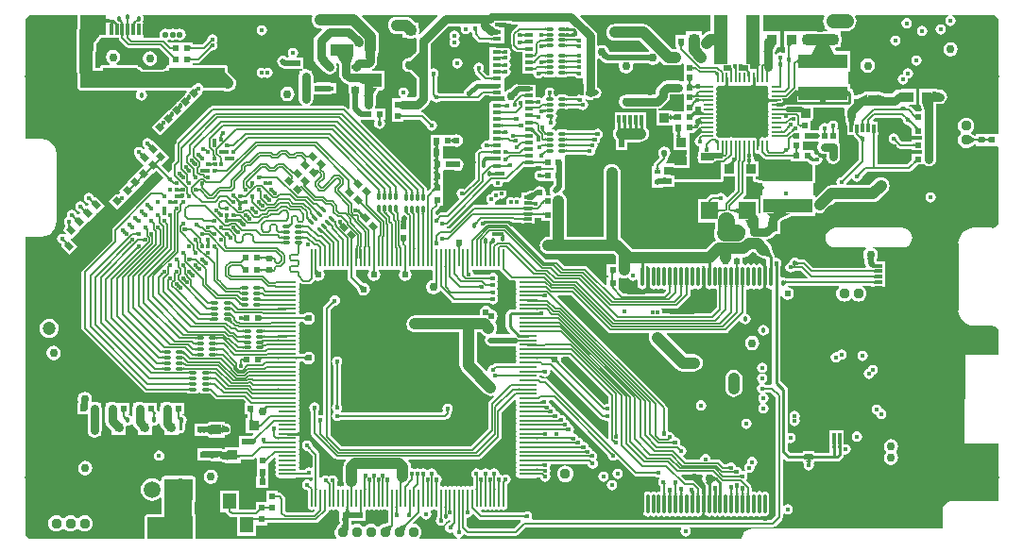
<source format=gtl>
G04 Layer_Physical_Order=1*
G04 Layer_Color=255*
%FSLAX25Y25*%
%MOIN*%
G70*
G01*
G75*
%ADD10R,0.03543X0.03543*%
%ADD11R,0.01969X0.02362*%
%ADD12O,0.00787X0.03937*%
%ADD13O,0.03937X0.00787*%
%ADD14C,0.03937*%
%ADD15R,0.02362X0.01969*%
G04:AMPARAMS|DCode=16|XSize=19.69mil|YSize=23.62mil|CornerRadius=0mil|HoleSize=0mil|Usage=FLASHONLY|Rotation=45.000|XOffset=0mil|YOffset=0mil|HoleType=Round|Shape=Rectangle|*
%AMROTATEDRECTD16*
4,1,4,0.00139,-0.01531,-0.01531,0.00139,-0.00139,0.01531,0.01531,-0.00139,0.00139,-0.01531,0.0*
%
%ADD16ROTATEDRECTD16*%

%ADD17R,0.05118X0.04921*%
%ADD18R,0.03543X0.03543*%
%ADD19R,0.02165X0.01772*%
%ADD20R,0.03000X0.03000*%
%ADD21R,0.03150X0.04331*%
%ADD22R,0.07874X0.04331*%
%ADD23R,0.01181X0.04331*%
%ADD24R,0.01654X0.05118*%
%ADD25R,0.03937X0.01181*%
%ADD26R,0.02756X0.01181*%
%ADD27R,0.03150X0.01181*%
%ADD28R,0.02559X0.01181*%
%ADD29R,0.03740X0.01575*%
%ADD30R,0.01181X0.02756*%
%ADD31R,0.01181X0.03937*%
%ADD32R,0.17323X0.05118*%
%ADD33C,0.04724*%
%ADD34R,0.05984X0.06299*%
%ADD35O,0.03100X0.01200*%
%ADD36O,0.01200X0.03100*%
G04:AMPARAMS|DCode=37|XSize=31mil|YSize=12mil|CornerRadius=0mil|HoleSize=0mil|Usage=FLASHONLY|Rotation=315.000|XOffset=0mil|YOffset=0mil|HoleType=Round|Shape=Round|*
%AMOVALD37*
21,1,0.01900,0.01200,0.00000,0.00000,315.0*
1,1,0.01200,-0.00672,0.00672*
1,1,0.01200,0.00672,-0.00672*
%
%ADD37OVALD37*%

%ADD38O,0.06496X0.00787*%
%ADD39O,0.00787X0.06496*%
%ADD40R,0.02756X0.01575*%
%ADD41C,0.01575*%
%ADD42O,0.01083X0.07000*%
%ADD43R,0.04724X0.05512*%
%ADD44R,0.05118X0.17323*%
%ADD45C,0.01000*%
%ADD46C,0.00500*%
%ADD47C,0.06000*%
%ADD48C,0.00800*%
%ADD49C,0.02000*%
%ADD50C,0.00600*%
%ADD51C,0.04000*%
%ADD52C,0.03000*%
%ADD53C,0.01500*%
%ADD54C,0.01200*%
%ADD55C,0.00922*%
%ADD56C,0.00892*%
%ADD57C,0.00553*%
%ADD58C,0.03500*%
%ADD59C,0.02500*%
%ADD60C,0.08000*%
%ADD61C,0.05000*%
%ADD62R,0.03012X0.07500*%
%ADD63R,0.04000X0.02248*%
%ADD64R,0.04500X0.02500*%
%ADD65R,0.02500X0.01900*%
%ADD66R,0.03300X0.01900*%
%ADD67R,0.01000X0.02500*%
%ADD68R,0.00757X0.02050*%
%ADD69R,0.02000X0.03043*%
%ADD70C,0.11811*%
%ADD71C,0.03740*%
%ADD72C,0.05906*%
%ADD73R,0.15748X0.15748*%
G04:AMPARAMS|DCode=74|XSize=236.22mil|YSize=236.22mil|CornerRadius=0mil|HoleSize=0mil|Usage=FLASHONLY|Rotation=0.000|XOffset=0mil|YOffset=0mil|HoleType=Round|Shape=RoundedRectangle|*
%AMROUNDEDRECTD74*
21,1,0.23622,0.23622,0,0,0.0*
21,1,0.23622,0.23622,0,0,0.0*
1,1,0.00000,0.11811,-0.11811*
1,1,0.00000,-0.11811,-0.11811*
1,1,0.00000,-0.11811,0.11811*
1,1,0.00000,0.11811,0.11811*
%
%ADD74ROUNDEDRECTD74*%
%ADD75C,0.03000*%
%ADD76C,0.01800*%
%ADD77C,0.01600*%
%ADD78C,0.02200*%
%ADD79C,0.02400*%
%ADD80C,0.01799*%
%ADD81C,0.01969*%
G36*
X217108Y-90633D02*
X217027Y-91041D01*
Y-96959D01*
X217146Y-97560D01*
X217487Y-98070D01*
X217997Y-98411D01*
X218598Y-98530D01*
X219200Y-98411D01*
X219583Y-98155D01*
X219966Y-98411D01*
X220567Y-98530D01*
X221168Y-98411D01*
X221551Y-98155D01*
X221934Y-98411D01*
X222535Y-98530D01*
X222843Y-98469D01*
X223062Y-98649D01*
X223087Y-99148D01*
X222257Y-99977D01*
X208028D01*
X206487Y-98436D01*
X206550Y-98284D01*
X206550D01*
X206550Y-98284D01*
Y-94670D01*
X206953Y-94401D01*
X207017Y-94413D01*
X207522Y-94623D01*
X208306Y-94726D01*
X209089Y-94623D01*
X209669Y-94382D01*
X209804Y-94454D01*
X210202Y-95050D01*
X210798Y-95447D01*
X211500Y-95587D01*
X212202Y-95447D01*
X212649Y-95149D01*
X213090Y-95385D01*
Y-96959D01*
X213210Y-97560D01*
X213550Y-98070D01*
X214060Y-98411D01*
X214661Y-98530D01*
X215263Y-98411D01*
X215773Y-98070D01*
X216113Y-97560D01*
X216233Y-96959D01*
Y-91041D01*
X216191Y-90829D01*
Y-90246D01*
X216791D01*
X217108Y-90633D01*
D02*
G37*
G36*
X236754Y-90829D02*
X236712Y-91041D01*
Y-96959D01*
X236832Y-97560D01*
X237172Y-98070D01*
X237682Y-98411D01*
X238283Y-98530D01*
X238885Y-98411D01*
X239268Y-98155D01*
X239651Y-98411D01*
X240252Y-98530D01*
X240560Y-98469D01*
X240946Y-98786D01*
Y-105089D01*
X238907Y-107127D01*
X226104D01*
Y-107252D01*
X225571Y-107312D01*
Y-107127D01*
X222143D01*
X221835Y-106752D01*
X221696Y-106050D01*
X221298Y-105454D01*
X221321Y-105377D01*
X226650D01*
X227138Y-105279D01*
X227551Y-105003D01*
X231338Y-101216D01*
X231614Y-100803D01*
X231712Y-100315D01*
Y-98792D01*
X232098Y-98475D01*
X232378Y-98530D01*
X232979Y-98411D01*
X233362Y-98155D01*
X233745Y-98411D01*
X234347Y-98530D01*
X234948Y-98411D01*
X235458Y-98070D01*
X235798Y-97560D01*
X235918Y-96959D01*
Y-91041D01*
X235798Y-90440D01*
X235902Y-90246D01*
X236754D01*
Y-90829D01*
D02*
G37*
G36*
X255360Y-86640D02*
X255987Y-87120D01*
X256717Y-87423D01*
X256891Y-87446D01*
X258408Y-87965D01*
Y-90829D01*
X258366Y-91041D01*
Y-96959D01*
X258485Y-97560D01*
X258826Y-98070D01*
X259336Y-98411D01*
X259937Y-98530D01*
X260084Y-98501D01*
X260471Y-98818D01*
Y-131500D01*
X260528Y-131788D01*
X260211Y-132175D01*
X258403D01*
X258037Y-132028D01*
X257702Y-131804D01*
X258298Y-131298D01*
D01*
D01*
X258298Y-131298D01*
X258298Y-131298D01*
X258298Y-131298D01*
X258298Y-131298D01*
D01*
X258696Y-130702D01*
X258835Y-130000D01*
X258696Y-129298D01*
X258298Y-128702D01*
X257702Y-128304D01*
X257000Y-128165D01*
X256298Y-128304D01*
X255702Y-128702D01*
X255304Y-129298D01*
X255165Y-130000D01*
X255304Y-130702D01*
X255702Y-131298D01*
X256005Y-131500D01*
Y-132000D01*
X255702Y-132202D01*
X255304Y-132798D01*
X255165Y-133500D01*
X255304Y-134202D01*
X255702Y-134798D01*
X256255Y-135167D01*
Y-135667D01*
X256202Y-135702D01*
X255804Y-136298D01*
X255665Y-137000D01*
X255804Y-137702D01*
X256202Y-138298D01*
X256505Y-138500D01*
Y-139000D01*
X256202Y-139202D01*
X255804Y-139798D01*
X255665Y-140500D01*
X255804Y-141202D01*
X256202Y-141798D01*
X256798Y-142196D01*
X257500Y-142335D01*
X258202Y-142196D01*
X258798Y-141798D01*
X259196Y-141202D01*
X259335Y-140500D01*
X259196Y-139798D01*
X258798Y-139202D01*
X258202Y-138804D01*
X258798Y-138298D01*
D01*
D01*
X258798Y-138298D01*
X258798Y-138298D01*
X258798Y-138298D01*
X258798Y-138298D01*
D01*
X259196Y-137702D01*
X259335Y-137000D01*
X259196Y-136298D01*
X258798Y-135702D01*
X258202Y-135304D01*
X257710Y-135206D01*
X257702Y-135196D01*
X258037Y-134972D01*
X258403Y-134826D01*
X259951D01*
X261674Y-136549D01*
Y-178451D01*
X260199Y-179927D01*
X175910D01*
X175675Y-179485D01*
X175696Y-179454D01*
X175835Y-178752D01*
X175696Y-178050D01*
X175298Y-177454D01*
X174702Y-177056D01*
X174000Y-176917D01*
X173298Y-177056D01*
X172943Y-177293D01*
X172546Y-177478D01*
X158295D01*
X157770Y-176953D01*
X157843Y-176587D01*
X158387Y-176479D01*
X158630Y-176316D01*
X158874Y-176479D01*
X159418Y-176587D01*
X159961Y-176479D01*
X160205Y-176316D01*
X160449Y-176479D01*
X160993Y-176587D01*
X161537Y-176479D01*
X161780Y-176316D01*
X162024Y-176479D01*
X162568Y-176587D01*
X163111Y-176479D01*
X163355Y-176316D01*
X163598Y-176479D01*
X164142Y-176587D01*
X164685Y-176479D01*
X164929Y-176316D01*
X165173Y-176479D01*
X165717Y-176587D01*
X166261Y-176479D01*
X166721Y-176171D01*
X167029Y-175710D01*
X167138Y-175166D01*
Y-169457D01*
X167080Y-169169D01*
X167081Y-169137D01*
X166991Y-168608D01*
Y-167490D01*
X167202Y-167447D01*
X167798Y-167050D01*
X168196Y-166454D01*
X168335Y-165752D01*
X168196Y-165050D01*
X167798Y-164454D01*
X167202Y-164056D01*
X166500Y-163917D01*
X165798Y-164056D01*
X165319Y-164377D01*
X164839Y-164056D01*
X164294Y-163948D01*
X164372Y-163552D01*
X164233Y-162850D01*
X163835Y-162254D01*
X163239Y-161856D01*
X162537Y-161717D01*
X161835Y-161856D01*
X161239Y-162254D01*
X161237Y-162258D01*
X160737D01*
X160735Y-162254D01*
X160139Y-161856D01*
X159437Y-161717D01*
X158735Y-161856D01*
X158139Y-162254D01*
X158087Y-162332D01*
X157587D01*
X157535Y-162254D01*
X156939Y-161856D01*
X156237Y-161717D01*
X155535Y-161856D01*
X154939Y-162254D01*
X154542Y-162850D01*
X154402Y-163552D01*
X154542Y-164254D01*
X154826Y-164680D01*
X154993Y-165025D01*
Y-167790D01*
X154694Y-168036D01*
X154150Y-168144D01*
X153906Y-168307D01*
X153663Y-168144D01*
X153119Y-168036D01*
X152575Y-168144D01*
X152331Y-168307D01*
X152087Y-168144D01*
X151544Y-168036D01*
X151000Y-168144D01*
X150756Y-168307D01*
X150513Y-168144D01*
X149969Y-168036D01*
X149425Y-168144D01*
X149181Y-168307D01*
X148937Y-168144D01*
X148394Y-168036D01*
X147850Y-168144D01*
X147607Y-168307D01*
X147363Y-168144D01*
X146820Y-168036D01*
X146276Y-168144D01*
X146032Y-168307D01*
X145789Y-168144D01*
X145245Y-168036D01*
X144701Y-168144D01*
X144457Y-168307D01*
X144213Y-168144D01*
X143670Y-168036D01*
X143369Y-167790D01*
Y-167232D01*
X143527Y-166911D01*
X143833Y-166454D01*
X143972Y-165752D01*
X143833Y-165050D01*
X143435Y-164454D01*
X142839Y-164056D01*
X142640Y-164017D01*
X142362Y-163601D01*
X142372Y-163552D01*
X142233Y-162850D01*
X141835Y-162254D01*
X141239Y-161856D01*
X140537Y-161717D01*
X139835Y-161856D01*
X139239Y-162254D01*
X138798D01*
X138202Y-161856D01*
X137500Y-161717D01*
X136798Y-161856D01*
X136500Y-162055D01*
X136202Y-161856D01*
X135500Y-161717D01*
X134798Y-161856D01*
X134500Y-162055D01*
X134202Y-161856D01*
X133500Y-161717D01*
X133412Y-161734D01*
X133026Y-161417D01*
Y-161252D01*
X133026Y-161252D01*
X132935Y-160560D01*
X132923Y-160469D01*
X132621Y-159739D01*
X132140Y-159112D01*
X132067Y-159039D01*
X132258Y-158577D01*
X157000D01*
X157507Y-158476D01*
X157937Y-158189D01*
X164674Y-151452D01*
X164962Y-151022D01*
X165062Y-150515D01*
Y-142151D01*
X169666Y-137548D01*
X170163Y-137597D01*
D01*
X170113Y-138008D01*
D01*
X170004Y-138551D01*
X170113Y-139095D01*
X170275Y-139339D01*
X170113Y-139583D01*
X170004Y-140127D01*
X170113Y-140670D01*
X170275Y-140914D01*
X170113Y-141158D01*
X170004Y-141701D01*
X170113Y-142245D01*
X170275Y-142489D01*
X170113Y-142733D01*
X170004Y-143277D01*
X170113Y-143820D01*
X170275Y-144064D01*
X170113Y-144308D01*
X170004Y-144852D01*
X170113Y-145395D01*
X170275Y-145639D01*
X170113Y-145882D01*
X170004Y-146425D01*
X170113Y-146969D01*
X170275Y-147213D01*
X170113Y-147457D01*
X170004Y-148001D01*
X170113Y-148544D01*
X170275Y-148788D01*
X170113Y-149032D01*
X170004Y-149575D01*
X170113Y-150119D01*
X170275Y-150363D01*
X170113Y-150607D01*
X170004Y-151151D01*
X170113Y-151694D01*
X170275Y-151938D01*
X170113Y-152182D01*
X170004Y-152726D01*
X170113Y-153269D01*
X170275Y-153513D01*
X170113Y-153756D01*
X170004Y-154299D01*
X170113Y-154843D01*
X170275Y-155087D01*
X170113Y-155331D01*
X170004Y-155875D01*
X170113Y-156418D01*
X170275Y-156662D01*
X170113Y-156906D01*
X170004Y-157449D01*
X170113Y-157993D01*
X170275Y-158237D01*
X170113Y-158481D01*
X170004Y-159025D01*
X170113Y-159568D01*
X170275Y-159812D01*
X170113Y-160056D01*
X170004Y-160600D01*
X170113Y-161143D01*
X170275Y-161387D01*
X170113Y-161630D01*
X170004Y-162173D01*
X170113Y-162717D01*
X170275Y-162961D01*
X170113Y-163205D01*
X170004Y-163749D01*
X170113Y-164292D01*
X170421Y-164753D01*
X170881Y-165061D01*
X171425Y-165169D01*
X177134D01*
X177422Y-165112D01*
X177454Y-165113D01*
X177983Y-165023D01*
X178716D01*
X178721Y-165036D01*
X178804Y-165454D01*
X179202Y-166050D01*
X179798Y-166447D01*
X180500Y-166587D01*
X181202Y-166447D01*
X181798Y-166050D01*
X182196Y-165454D01*
X182335Y-164752D01*
X182196Y-164050D01*
X181955Y-163689D01*
X182196Y-163328D01*
X182335Y-162626D01*
X182196Y-161924D01*
X181955Y-161563D01*
X182196Y-161202D01*
X182335Y-160500D01*
X182500Y-160299D01*
X195427D01*
X195458Y-160385D01*
X195542Y-160802D01*
X195939Y-161398D01*
X196535Y-161796D01*
X197237Y-161935D01*
X197939Y-161796D01*
X198535Y-161398D01*
X198933Y-160802D01*
X199072Y-160100D01*
X198933Y-159398D01*
X198535Y-158802D01*
X198450Y-158376D01*
X198633Y-158102D01*
X198772Y-157400D01*
X198633Y-156698D01*
X198235Y-156102D01*
X197639Y-155704D01*
X197113Y-155600D01*
X197033Y-155198D01*
X196635Y-154602D01*
X196039Y-154204D01*
X195846Y-154166D01*
X195733Y-153598D01*
X195335Y-153002D01*
X194739Y-152604D01*
X194037Y-152465D01*
X193930Y-152486D01*
X193833Y-151998D01*
X193435Y-151402D01*
X192839Y-151004D01*
X192137Y-150865D01*
D01*
D01*
X192046Y-150564D01*
X192033Y-150498D01*
X192020Y-150479D01*
X192020Y-150479D01*
X191635Y-149902D01*
X191635Y-149902D01*
X191039Y-149504D01*
X190337Y-149365D01*
X190261Y-148981D01*
X190447Y-148703D01*
X190587Y-148001D01*
X190447Y-147298D01*
X190049Y-146703D01*
X189454Y-146305D01*
X189358Y-146286D01*
X189335Y-146252D01*
X189335Y-146252D01*
X189335D01*
X189196Y-145550D01*
X188798Y-144954D01*
X188202Y-144556D01*
X187780Y-144472D01*
X187696Y-144050D01*
X187298Y-143454D01*
X186702Y-143056D01*
X186000Y-142917D01*
X186000Y-142917D01*
X186000Y-142917D01*
X185733Y-142738D01*
X185696Y-142550D01*
X185298Y-141954D01*
X184702Y-141556D01*
X184280Y-141472D01*
X184196Y-141050D01*
X183798Y-140454D01*
X183202Y-140056D01*
X182780Y-139972D01*
X182696Y-139550D01*
X182298Y-138954D01*
X181766Y-138599D01*
X181835Y-138252D01*
X181800Y-138077D01*
X182118Y-137690D01*
X183064D01*
X202571Y-157197D01*
X202726Y-157559D01*
X202804Y-157954D01*
X203202Y-158550D01*
X203798Y-158948D01*
X204500Y-159087D01*
X205202Y-158948D01*
X205798Y-158550D01*
X206024Y-158527D01*
X211649Y-164153D01*
X212063Y-164429D01*
X212551Y-164526D01*
X219046D01*
X219443Y-164711D01*
X219798Y-164947D01*
X220500Y-165087D01*
X220609Y-165066D01*
X220886Y-165481D01*
X220541Y-165998D01*
X220402Y-166700D01*
X220541Y-167402D01*
X220939Y-167998D01*
X221157Y-168143D01*
X221210Y-168237D01*
Y-169519D01*
X220824Y-169836D01*
X220567Y-169785D01*
X219966Y-169904D01*
X219583Y-170160D01*
X219200Y-169904D01*
X218598Y-169785D01*
X217997Y-169904D01*
X217614Y-170160D01*
X217231Y-169904D01*
X216630Y-169785D01*
X216028Y-169904D01*
X215519Y-170245D01*
X215178Y-170755D01*
X215058Y-171356D01*
Y-177274D01*
X215178Y-177875D01*
X215519Y-178385D01*
X216028Y-178726D01*
X216630Y-178845D01*
X217231Y-178726D01*
X217614Y-178470D01*
X217997Y-178726D01*
X218598Y-178845D01*
X219200Y-178726D01*
X219583Y-178470D01*
X219966Y-178726D01*
X220567Y-178845D01*
X221168Y-178726D01*
X221551Y-178470D01*
X221934Y-178726D01*
X222535Y-178845D01*
X223137Y-178726D01*
X223520Y-178470D01*
X223903Y-178726D01*
X224504Y-178845D01*
X225105Y-178726D01*
X225488Y-178470D01*
X225871Y-178726D01*
X226472Y-178845D01*
X227074Y-178726D01*
X227457Y-178470D01*
X227840Y-178726D01*
X228441Y-178845D01*
X229042Y-178726D01*
X229425Y-178470D01*
X229808Y-178726D01*
X230410Y-178845D01*
X231011Y-178726D01*
X231394Y-178470D01*
X231776Y-178726D01*
X232378Y-178845D01*
X232979Y-178726D01*
X233362Y-178470D01*
X233745Y-178726D01*
X234347Y-178845D01*
X234948Y-178726D01*
X235458Y-178385D01*
X235798Y-177875D01*
X235918Y-177274D01*
Y-171356D01*
X235798Y-170755D01*
X235751Y-170684D01*
X235612Y-170240D01*
Y-169100D01*
X235514Y-168612D01*
X235238Y-168199D01*
X233538Y-166499D01*
X233125Y-166223D01*
X232637Y-166126D01*
X230165D01*
X228528Y-164488D01*
X228719Y-164026D01*
X235710D01*
X235946Y-164467D01*
X235929Y-164493D01*
X235735Y-165469D01*
X235929Y-166444D01*
X236366Y-167098D01*
X236754Y-167976D01*
Y-171144D01*
X236712Y-171356D01*
Y-177274D01*
X236832Y-177875D01*
X237172Y-178385D01*
X237682Y-178726D01*
X238283Y-178845D01*
X238885Y-178726D01*
X239268Y-178470D01*
X239651Y-178726D01*
X240252Y-178845D01*
X240853Y-178726D01*
X241236Y-178470D01*
X241619Y-178726D01*
X242220Y-178845D01*
X242822Y-178726D01*
X243205Y-178470D01*
X243588Y-178726D01*
X244189Y-178845D01*
X244790Y-178726D01*
X245173Y-178470D01*
X245556Y-178726D01*
X246158Y-178845D01*
X246759Y-178726D01*
X247142Y-178470D01*
X247525Y-178726D01*
X248126Y-178845D01*
X248727Y-178726D01*
X249110Y-178470D01*
X249493Y-178726D01*
X250095Y-178845D01*
X250696Y-178726D01*
X251079Y-178470D01*
X251462Y-178726D01*
X252063Y-178845D01*
X252664Y-178726D01*
X253047Y-178470D01*
X253430Y-178726D01*
X254031Y-178845D01*
X254633Y-178726D01*
X255016Y-178470D01*
X255399Y-178726D01*
X256000Y-178845D01*
X256601Y-178726D01*
X256984Y-178470D01*
X257367Y-178726D01*
X257968Y-178845D01*
X258200Y-178799D01*
X258427Y-178617D01*
X258541Y-178731D01*
X258570Y-178726D01*
X259080Y-178385D01*
X259420Y-177875D01*
X259540Y-177274D01*
Y-171356D01*
X259420Y-170755D01*
X259080Y-170245D01*
X258570Y-169904D01*
X257968Y-169785D01*
X257367Y-169904D01*
X256984Y-170160D01*
X256601Y-169904D01*
X256000Y-169785D01*
X255399Y-169904D01*
X255016Y-170160D01*
X254633Y-169904D01*
X254031Y-169785D01*
X253724Y-169846D01*
X253338Y-169529D01*
Y-168749D01*
X253240Y-168262D01*
X252964Y-167848D01*
X251263Y-166147D01*
X251298Y-165798D01*
X251696Y-165202D01*
X251835Y-164500D01*
X251696Y-163798D01*
X251579Y-163623D01*
X251857Y-163207D01*
X252500Y-163335D01*
X253202Y-163196D01*
X253798Y-162798D01*
X254196Y-162202D01*
X254335Y-161500D01*
X254266Y-161153D01*
X254798Y-160798D01*
X255196Y-160202D01*
X255335Y-159500D01*
X255196Y-158798D01*
X254798Y-158202D01*
X254202Y-157804D01*
X253500Y-157665D01*
X252798Y-157804D01*
X252202Y-158202D01*
X251804Y-158798D01*
X251665Y-159500D01*
X251734Y-159847D01*
X251202Y-160202D01*
X250804Y-160798D01*
X250665Y-161500D01*
X250804Y-162202D01*
X250921Y-162377D01*
X250643Y-162793D01*
X250000Y-162665D01*
X250000Y-162665D01*
X250000Y-162665D01*
X249733Y-162486D01*
X249696Y-162298D01*
X249298Y-161702D01*
X248702Y-161304D01*
X248000Y-161165D01*
X248000Y-161165D01*
X248000Y-161165D01*
X247733Y-160986D01*
X247696Y-160798D01*
X247298Y-160202D01*
X246702Y-159804D01*
X246000Y-159665D01*
X245298Y-159804D01*
X244943Y-160041D01*
X244546Y-160225D01*
X243528D01*
X242359Y-159056D01*
X241945Y-158780D01*
X241458Y-158683D01*
X238985D01*
X238835Y-158500D01*
X238696Y-157798D01*
X238298Y-157202D01*
X237702Y-156804D01*
X237000Y-156665D01*
X236298Y-156804D01*
X235702Y-157202D01*
X235304Y-157798D01*
X235165Y-158500D01*
X235015Y-158683D01*
X230422D01*
X229215Y-157476D01*
X229239Y-157396D01*
X229835Y-156998D01*
X230233Y-156402D01*
X230372Y-155700D01*
X230233Y-154998D01*
X229835Y-154402D01*
X229239Y-154004D01*
X228964Y-153950D01*
X228495Y-153756D01*
X228038Y-153299D01*
X228034Y-153296D01*
X228172Y-152600D01*
X228033Y-151898D01*
X227635Y-151302D01*
X227039Y-150904D01*
X226337Y-150765D01*
X226172Y-150798D01*
X226033Y-150098D01*
X225635Y-149502D01*
X225039Y-149104D01*
X224337Y-148965D01*
X224233Y-148985D01*
X224196Y-148798D01*
X223798Y-148202D01*
X223719Y-148150D01*
X223611Y-147962D01*
Y-140403D01*
X223515Y-139915D01*
X223238Y-139502D01*
X184773Y-101036D01*
X184964Y-100575D01*
X189609D01*
X202588Y-113553D01*
X203001Y-113829D01*
X203489Y-113926D01*
X216955D01*
X217232Y-114342D01*
X217077Y-114717D01*
X216974Y-115500D01*
X217077Y-116283D01*
X217379Y-117013D01*
X217860Y-117640D01*
X226860Y-126640D01*
X227487Y-127120D01*
X227701Y-127209D01*
X228217Y-127423D01*
X229000Y-127526D01*
X233000D01*
X233783Y-127423D01*
X234513Y-127120D01*
X235140Y-126640D01*
X235620Y-126013D01*
X235923Y-125283D01*
X236026Y-124500D01*
X235923Y-123717D01*
X235620Y-122987D01*
X235140Y-122360D01*
X234513Y-121879D01*
X233783Y-121577D01*
X233000Y-121474D01*
X230253D01*
X223168Y-114388D01*
X223359Y-113926D01*
X244100D01*
X244588Y-113829D01*
X245001Y-113553D01*
X248773Y-109782D01*
X249270Y-109831D01*
X249630Y-110370D01*
X250259Y-110790D01*
X251000Y-110937D01*
X251741Y-110790D01*
X252370Y-110370D01*
X252790Y-109741D01*
X252937Y-109000D01*
X252790Y-108259D01*
X252370Y-107630D01*
X251741Y-107210D01*
X251277Y-107118D01*
X251320Y-106905D01*
X251369Y-106658D01*
Y-98786D01*
X251755Y-98469D01*
X252063Y-98530D01*
X252664Y-98411D01*
X253047Y-98155D01*
X253430Y-98411D01*
X254031Y-98530D01*
X254633Y-98411D01*
X255016Y-98155D01*
X255399Y-98411D01*
X256000Y-98530D01*
X256601Y-98411D01*
X257111Y-98070D01*
X257452Y-97560D01*
X257572Y-96959D01*
Y-91041D01*
X257452Y-90440D01*
X257111Y-89930D01*
X256601Y-89589D01*
X256000Y-89470D01*
X255399Y-89589D01*
X255016Y-89845D01*
X254633Y-89589D01*
X254031Y-89470D01*
X253430Y-89589D01*
X253047Y-89845D01*
X252664Y-89589D01*
X252063Y-89470D01*
X251462Y-89589D01*
X251079Y-89845D01*
X250696Y-89589D01*
X250150Y-89481D01*
Y-87178D01*
X250500D01*
X251283Y-87075D01*
X251799Y-86861D01*
X252013Y-86773D01*
X252640Y-86292D01*
X253557Y-85374D01*
X254095D01*
X255360Y-86640D01*
D02*
G37*
G36*
X161429Y-100060D02*
X160760Y-99750D01*
Y-99250D01*
X161429Y-98940D01*
Y-100060D01*
D02*
G37*
G36*
X86434Y-99541D02*
X85791Y-99432D01*
Y-98931D01*
X86434Y-98822D01*
Y-99541D01*
D02*
G37*
G36*
X177926Y-98931D02*
Y-99432D01*
X177283Y-99541D01*
Y-98822D01*
X177926Y-98931D01*
D02*
G37*
G36*
X157429Y-98060D02*
X156760Y-97750D01*
Y-97250D01*
X157429Y-96940D01*
Y-98060D01*
D02*
G37*
G36*
X226854Y-97340D02*
X226605Y-97972D01*
X226105Y-97850D01*
X225974Y-97165D01*
X226854Y-97340D01*
D02*
G37*
G36*
X86434Y-97967D02*
X85791Y-97857D01*
Y-97357D01*
X86434Y-97248D01*
Y-97967D01*
D02*
G37*
G36*
X116325Y-97300D02*
X115137Y-98488D01*
X114745Y-97474D01*
X115311Y-96908D01*
X116325Y-97300D01*
D02*
G37*
G36*
X80615Y-97887D02*
Y-98387D01*
X80243Y-98412D01*
Y-97863D01*
X80615Y-97887D01*
D02*
G37*
G36*
X51619Y-97190D02*
X51737Y-97284D01*
X51714Y-97306D01*
X51891Y-97523D01*
X51184Y-98230D01*
X50967Y-98053D01*
X50945Y-98075D01*
X50851Y-97957D01*
X50318Y-97522D01*
X51184Y-96656D01*
X51619Y-97190D01*
D02*
G37*
G36*
X73339Y-99529D02*
X72832Y-100336D01*
X72446Y-99687D01*
X72720Y-99254D01*
X73339Y-99529D01*
D02*
G37*
G36*
X106229Y-103300D02*
X105585Y-103576D01*
X105161Y-103152D01*
X105437Y-102508D01*
X106229Y-103300D01*
D02*
G37*
G36*
X178007Y-102250D02*
X177980Y-102750D01*
X177283Y-102691D01*
X177409Y-102057D01*
X178007Y-102250D01*
D02*
G37*
G36*
X86434Y-102691D02*
X85859Y-102640D01*
X85752Y-102140D01*
X86434Y-101972D01*
Y-102691D01*
D02*
G37*
G36*
X177926Y-103656D02*
Y-104156D01*
X177283Y-104266D01*
Y-103547D01*
X177926Y-103656D01*
D02*
G37*
G36*
X70333Y-103566D02*
X70037Y-103976D01*
X69478Y-103767D01*
X69788Y-103008D01*
X70333Y-103566D01*
D02*
G37*
G36*
X62582Y-103727D02*
X61846Y-103488D01*
Y-102988D01*
X62582Y-102747D01*
Y-103727D01*
D02*
G37*
G36*
X179932Y-101315D02*
X179330Y-101156D01*
X179325Y-100356D01*
X179926Y-100195D01*
X179932Y-101315D01*
D02*
G37*
G36*
X86434Y-101116D02*
X85791Y-101006D01*
Y-100506D01*
X86434Y-100397D01*
Y-101116D01*
D02*
G37*
G36*
X80709Y-99857D02*
Y-100356D01*
X80180Y-100475D01*
Y-99738D01*
X80709Y-99857D01*
D02*
G37*
G36*
X80820Y-102140D02*
X80402Y-102640D01*
X79963Y-102628D01*
X80285Y-101893D01*
X80820Y-102140D01*
D02*
G37*
G36*
X161429Y-102560D02*
X160760Y-102250D01*
Y-101750D01*
X161429Y-101440D01*
Y-102560D01*
D02*
G37*
G36*
X73210Y-101522D02*
X72832Y-102304D01*
X72450Y-101814D01*
X72628Y-101284D01*
X73210Y-101522D01*
D02*
G37*
G36*
X177926Y-97357D02*
Y-97857D01*
X177283Y-97967D01*
Y-97248D01*
X177926Y-97357D01*
D02*
G37*
G36*
X204632Y-95340D02*
X203632D01*
X203882Y-94828D01*
X204382D01*
X204632Y-95340D01*
D02*
G37*
G36*
X161589Y-95186D02*
X160860Y-94952D01*
X160721Y-94452D01*
X161306Y-94102D01*
X161589Y-95186D01*
D02*
G37*
G36*
X296588Y-94594D02*
X296076Y-94344D01*
Y-93844D01*
X296588Y-93594D01*
Y-94594D01*
D02*
G37*
G36*
X177926Y-95783D02*
Y-96283D01*
X177283Y-96392D01*
Y-95673D01*
X177926Y-95783D01*
D02*
G37*
G36*
X53724Y-94909D02*
X53945Y-95037D01*
X53860Y-95122D01*
X53956Y-95274D01*
X53390Y-95840D01*
X53238Y-95743D01*
X53153Y-95828D01*
X53025Y-95608D01*
X52527Y-95293D01*
X53409Y-94411D01*
X53724Y-94909D01*
D02*
G37*
G36*
X47877Y-95242D02*
X47578Y-95462D01*
X47224Y-95109D01*
X47444Y-94810D01*
X47877Y-95242D01*
D02*
G37*
G36*
X100436Y-92203D02*
X99182Y-93162D01*
X99176Y-91771D01*
X99976Y-91543D01*
X100436Y-92203D01*
D02*
G37*
G36*
X153720Y-92483D02*
X152744Y-92990D01*
X152719Y-92069D01*
X153519Y-91972D01*
X153720Y-92483D01*
D02*
G37*
G36*
X296588Y-92625D02*
X296076Y-92375D01*
Y-91875D01*
X296588Y-91625D01*
Y-92625D01*
D02*
G37*
G36*
X56073Y-92736D02*
X56191Y-92830D01*
X56169Y-92852D01*
X56345Y-93069D01*
X55638Y-93776D01*
X55421Y-93599D01*
X55399Y-93621D01*
X55305Y-93503D01*
X54772Y-93068D01*
X55638Y-92202D01*
X56073Y-92736D01*
D02*
G37*
G36*
X45870Y-93068D02*
X45242Y-93343D01*
X44888Y-92989D01*
X45163Y-92361D01*
X45870Y-93068D01*
D02*
G37*
G36*
X204382Y-93172D02*
X203882D01*
X203632Y-92660D01*
X204632D01*
X204382Y-93172D01*
D02*
G37*
G36*
X86434Y-96392D02*
X85791Y-96283D01*
Y-95783D01*
X86434Y-95673D01*
Y-96392D01*
D02*
G37*
G36*
X228691Y-97928D02*
X228191D01*
X227942Y-97165D01*
X228940D01*
X228691Y-97928D01*
D02*
G37*
G36*
X242471D02*
X241970D01*
X241722Y-97165D01*
X242719D01*
X242471Y-97928D01*
D02*
G37*
G36*
X244439D02*
X243939D01*
X243690Y-97165D01*
X244688D01*
X244439Y-97928D01*
D02*
G37*
G36*
X230687Y-97910D02*
X230187Y-97947D01*
X229947Y-97198D01*
X230908Y-97165D01*
X230687Y-97910D01*
D02*
G37*
G36*
X248387Y-97921D02*
X247887Y-97936D01*
X247647Y-97173D01*
X248625Y-97165D01*
X248387Y-97921D01*
D02*
G37*
G36*
X224754Y-97928D02*
X224254D01*
X224005Y-97165D01*
X225003D01*
X224754Y-97928D01*
D02*
G37*
G36*
X161429Y-97560D02*
X160760Y-97250D01*
Y-96750D01*
X161429Y-96440D01*
Y-97560D01*
D02*
G37*
G36*
X265789Y-95812D02*
X265870Y-96312D01*
X265168Y-96724D01*
X264976Y-95479D01*
X265789Y-95812D01*
D02*
G37*
G36*
X296588Y-96562D02*
X296076Y-96312D01*
Y-95812D01*
X296588Y-95562D01*
Y-96562D01*
D02*
G37*
G36*
X246408Y-97928D02*
X245907D01*
X245659Y-97165D01*
X246656D01*
X246408Y-97928D01*
D02*
G37*
G36*
X250344D02*
X249845D01*
X249596Y-97165D01*
X250593D01*
X250344Y-97928D01*
D02*
G37*
G36*
X204619Y-97772D02*
X204118D01*
X203869Y-97260D01*
X204869D01*
X204619Y-97772D01*
D02*
G37*
G36*
X86434Y-104266D02*
X85746Y-104207D01*
Y-103606D01*
X86434Y-103547D01*
Y-104266D01*
D02*
G37*
G36*
X57445Y-118238D02*
X56709Y-117999D01*
Y-117499D01*
X57445Y-117259D01*
Y-118238D01*
D02*
G37*
G36*
X65137Y-117499D02*
Y-117999D01*
X64400Y-118238D01*
Y-117259D01*
X65137Y-117499D01*
D02*
G37*
G36*
X73917Y-117484D02*
X73311Y-117241D01*
X73470Y-116741D01*
X74165Y-116609D01*
X73917Y-117484D01*
D02*
G37*
G36*
X73971Y-119555D02*
X73337Y-119341D01*
X73382Y-118841D01*
X74153Y-118600D01*
X73971Y-119555D01*
D02*
G37*
G36*
X178017Y-118109D02*
X177902Y-118609D01*
X177134Y-118468D01*
X177436Y-117866D01*
X178017Y-118109D01*
D02*
G37*
G36*
X86434Y-118439D02*
X85791Y-118330D01*
Y-117830D01*
X86434Y-117720D01*
Y-118439D01*
D02*
G37*
G36*
X74091Y-115684D02*
X73355Y-115445D01*
X73355Y-114945D01*
X74091Y-114705D01*
Y-115684D01*
D02*
G37*
G36*
X81783Y-114945D02*
Y-115445D01*
X81046Y-115684D01*
Y-114705D01*
X81783Y-114945D01*
D02*
G37*
G36*
X86583Y-115319D02*
X85802Y-115445D01*
X85697Y-114945D01*
X86291Y-114701D01*
X86583Y-115319D01*
D02*
G37*
G36*
X86434Y-116864D02*
X85791Y-116754D01*
Y-116254D01*
X86434Y-116145D01*
Y-116864D01*
D02*
G37*
G36*
X65140Y-115536D02*
X65134Y-116036D01*
X64394Y-116273D01*
X64406Y-115294D01*
X65140Y-115536D01*
D02*
G37*
G36*
X57445Y-116270D02*
X56709Y-116030D01*
Y-115530D01*
X57445Y-115289D01*
Y-116270D01*
D02*
G37*
G36*
X177926Y-119404D02*
Y-119904D01*
X177283Y-120014D01*
Y-119295D01*
X177926Y-119404D01*
D02*
G37*
G36*
X57445Y-122176D02*
X56709Y-121935D01*
Y-121435D01*
X57445Y-121195D01*
Y-122176D01*
D02*
G37*
G36*
X65077Y-121345D02*
X65164Y-121845D01*
X64520Y-122089D01*
X64326Y-121132D01*
X65077Y-121345D01*
D02*
G37*
G36*
X86434Y-121589D02*
X85791Y-121479D01*
Y-120979D01*
X86434Y-120870D01*
Y-121589D01*
D02*
G37*
G36*
X93130Y-122503D02*
Y-123103D01*
X92441Y-123163D01*
Y-122444D01*
X93130Y-122503D01*
D02*
G37*
G36*
X177972D02*
Y-123103D01*
X177283Y-123163D01*
Y-122444D01*
X177972Y-122503D01*
D02*
G37*
G36*
X45782Y-123097D02*
X45046Y-122856D01*
Y-122356D01*
X45782Y-122116D01*
Y-123097D01*
D02*
G37*
G36*
X57445Y-120206D02*
X56709Y-119966D01*
Y-119466D01*
X57445Y-119227D01*
Y-120206D01*
D02*
G37*
G36*
X65137Y-119466D02*
Y-119966D01*
X64400Y-120206D01*
Y-119227D01*
X65137Y-119466D01*
D02*
G37*
G36*
X86434Y-120014D02*
X85791Y-119904D01*
Y-119404D01*
X86434Y-119295D01*
Y-120014D01*
D02*
G37*
G36*
X177926Y-120979D02*
Y-121479D01*
X177283Y-121589D01*
Y-120870D01*
X177926Y-120979D01*
D02*
G37*
G36*
X53374Y-121053D02*
X53102Y-121488D01*
X52485Y-121215D01*
X52988Y-120408D01*
X53374Y-121053D01*
D02*
G37*
G36*
X45782Y-121127D02*
X45046Y-120887D01*
Y-120387D01*
X45782Y-120148D01*
Y-121127D01*
D02*
G37*
G36*
X74091Y-113716D02*
X73355Y-113476D01*
X73355Y-112976D01*
X74091Y-112735D01*
Y-113716D01*
D02*
G37*
G36*
X62582Y-107665D02*
X61846Y-107424D01*
Y-106924D01*
X62582Y-106685D01*
Y-107665D01*
D02*
G37*
G36*
X178625Y-107615D02*
X178092Y-107555D01*
Y-106555D01*
X178625Y-106495D01*
Y-107615D01*
D02*
G37*
G36*
X86434Y-107415D02*
X85791Y-107306D01*
Y-106806D01*
X86434Y-106696D01*
Y-107415D01*
D02*
G37*
G36*
X177974Y-108452D02*
X177840Y-108952D01*
X177283Y-108990D01*
Y-108271D01*
X177974Y-108452D01*
D02*
G37*
G36*
X73961Y-108359D02*
X74244Y-108466D01*
X74272Y-109065D01*
X73961Y-109196D01*
Y-109365D01*
X73775Y-109274D01*
X73632Y-109335D01*
X73626Y-109201D01*
X73349Y-109065D01*
Y-108466D01*
X73589Y-108348D01*
X73584Y-108216D01*
X73739Y-108274D01*
X73961Y-108166D01*
Y-108359D01*
D02*
G37*
G36*
X70181Y-107559D02*
X69925Y-108010D01*
X69316Y-107745D01*
X69788Y-106945D01*
X70181Y-107559D01*
D02*
G37*
G36*
X62582Y-105696D02*
X61846Y-105456D01*
Y-104956D01*
X62582Y-104717D01*
Y-105696D01*
D02*
G37*
G36*
X80738Y-103606D02*
X80901Y-104207D01*
X80158Y-104467D01*
X79963Y-103490D01*
X80738Y-103606D01*
D02*
G37*
G36*
X73388Y-103456D02*
X72832Y-104273D01*
X72455Y-103576D01*
X72755Y-103168D01*
X73388Y-103456D01*
D02*
G37*
G36*
X70343Y-105485D02*
X70061Y-105909D01*
X69514Y-105712D01*
X69788Y-104977D01*
X70343Y-105485D01*
D02*
G37*
G36*
X86434Y-105841D02*
X85953Y-105844D01*
X85721Y-105344D01*
X86434Y-105122D01*
Y-105841D01*
D02*
G37*
G36*
X177926Y-105231D02*
Y-105731D01*
X177283Y-105841D01*
Y-105122D01*
X177926Y-105231D01*
D02*
G37*
G36*
X93130Y-108331D02*
Y-108931D01*
X92441Y-108990D01*
Y-108271D01*
X93130Y-108331D01*
D02*
G37*
G36*
X86434Y-112140D02*
X85723Y-111925D01*
X85929Y-111425D01*
X86434Y-111421D01*
Y-112140D01*
D02*
G37*
G36*
X177926Y-111530D02*
Y-112030D01*
X177283Y-112140D01*
Y-111421D01*
X177926Y-111530D01*
D02*
G37*
G36*
X86434Y-110565D02*
X85791Y-110456D01*
Y-109956D01*
X86434Y-109846D01*
Y-110565D01*
D02*
G37*
G36*
X81783Y-112976D02*
Y-113476D01*
X81046Y-113716D01*
Y-112735D01*
X81783Y-112976D01*
D02*
G37*
G36*
X177926Y-113105D02*
Y-113605D01*
X177283Y-113715D01*
Y-112996D01*
X177926Y-113105D01*
D02*
G37*
G36*
X86434Y-112996D02*
X86308Y-113630D01*
X85718Y-113476D01*
X86038Y-112976D01*
X86434Y-112996D01*
D02*
G37*
G36*
X96062Y-109501D02*
X95093Y-108931D01*
X95156Y-108331D01*
X96232Y-107829D01*
X96062Y-109501D01*
D02*
G37*
G36*
X80824Y-108331D02*
Y-108931D01*
X80224Y-109230D01*
Y-108030D01*
X80824Y-108331D01*
D02*
G37*
G36*
X86434Y-108990D02*
X85746Y-108931D01*
Y-108331D01*
X86434Y-108271D01*
Y-108990D01*
D02*
G37*
G36*
X177926Y-109956D02*
Y-110456D01*
X177283Y-110565D01*
Y-109846D01*
X177926Y-109956D01*
D02*
G37*
G36*
X69980Y-109942D02*
X69427Y-110097D01*
X68720Y-109731D01*
X69768Y-109380D01*
X69980Y-109942D01*
D02*
G37*
G36*
X62582Y-109634D02*
X61846Y-109394D01*
Y-108894D01*
X62582Y-108653D01*
Y-109634D01*
D02*
G37*
G36*
X120348Y-91521D02*
X120885Y-92551D01*
X119205Y-92536D01*
X119748Y-91515D01*
X120348Y-91521D01*
D02*
G37*
G36*
X160069Y-81950D02*
X159818Y-82634D01*
X159018Y-82552D01*
X158814Y-81834D01*
X160069Y-81950D01*
D02*
G37*
G36*
X87782Y-82634D02*
X87046Y-82393D01*
Y-81893D01*
X87782Y-81653D01*
Y-82634D01*
D02*
G37*
G36*
X161966Y-82151D02*
X161331Y-82487D01*
X160765Y-81921D01*
X161101Y-81286D01*
X161966Y-82151D01*
D02*
G37*
G36*
X150864Y-83123D02*
X150369Y-84013D01*
X149569Y-83817D01*
X149227Y-82748D01*
X150864Y-83123D01*
D02*
G37*
G36*
X93733Y-83243D02*
X93233D01*
X92984Y-82731D01*
X93984D01*
X93733Y-83243D01*
D02*
G37*
G36*
X62002Y-82339D02*
X62097Y-82697D01*
X60977D01*
X61072Y-82339D01*
X60913Y-81631D01*
X62160D01*
X62002Y-82339D01*
D02*
G37*
G36*
X142560Y-81681D02*
X141440D01*
X141750Y-81012D01*
X142250D01*
X142560Y-81681D01*
D02*
G37*
G36*
X38657Y-81650D02*
X38019Y-81400D01*
Y-80900D01*
X38657Y-80650D01*
Y-81650D01*
D02*
G37*
G36*
X145240Y-80502D02*
Y-81002D01*
X144571Y-81312D01*
Y-80192D01*
X145240Y-80502D01*
D02*
G37*
G36*
X34734Y-81933D02*
X34106Y-82208D01*
X33752Y-81854D01*
X34027Y-81226D01*
X34734Y-81933D01*
D02*
G37*
G36*
X58048Y-81763D02*
X57695Y-82116D01*
X57354Y-81888D01*
X57821Y-81422D01*
X58048Y-81763D01*
D02*
G37*
G36*
X130759Y-81928D02*
X130159D01*
X129859Y-81328D01*
X131059D01*
X130759Y-81928D01*
D02*
G37*
G36*
X64822Y-84081D02*
X64469Y-84435D01*
X63840Y-84160D01*
X64547Y-83453D01*
X64822Y-84081D01*
D02*
G37*
G36*
X137730Y-84466D02*
X137011D01*
X137121Y-83823D01*
X137621D01*
X137730Y-84466D01*
D02*
G37*
G36*
X139305D02*
X138586D01*
X138696Y-83823D01*
X139196D01*
X139305Y-84466D01*
D02*
G37*
G36*
X140879D02*
X140160D01*
X140270Y-83823D01*
X140770D01*
X140879Y-84466D01*
D02*
G37*
G36*
X133005D02*
X132286D01*
X132396Y-83823D01*
X132896D01*
X133005Y-84466D01*
D02*
G37*
G36*
X134580D02*
X133861D01*
X133964Y-83827D01*
X134464Y-83819D01*
X134580Y-84466D01*
D02*
G37*
G36*
X136155D02*
X135436D01*
X135546Y-83823D01*
X136046D01*
X136155Y-84466D01*
D02*
G37*
G36*
X162927D02*
X162208D01*
X162318Y-83823D01*
X162818D01*
X162927Y-84466D01*
D02*
G37*
G36*
X164501D02*
X163782D01*
X163892Y-83823D01*
X164392D01*
X164501Y-84466D01*
D02*
G37*
G36*
X36962Y-84160D02*
X36334Y-84435D01*
X35980Y-84081D01*
X36255Y-83453D01*
X36962Y-84160D01*
D02*
G37*
G36*
X155053Y-84466D02*
X154334D01*
X154444Y-83823D01*
X154944D01*
X155053Y-84466D01*
D02*
G37*
G36*
X156627D02*
X155908D01*
X156018Y-83823D01*
X156518D01*
X156627Y-84466D01*
D02*
G37*
G36*
X158118Y-84340D02*
X157483Y-84466D01*
X157387Y-83794D01*
X157887Y-83735D01*
X158118Y-84340D01*
D02*
G37*
G36*
X112520Y-81072D02*
X111920Y-81128D01*
X111628Y-80219D01*
X112811Y-80163D01*
X112520Y-81072D01*
D02*
G37*
G36*
X40231Y-77308D02*
X39878Y-77661D01*
X39538Y-77434D01*
X40003Y-76968D01*
X40231Y-77308D01*
D02*
G37*
G36*
X254712Y-73890D02*
X255469Y-76890D01*
X252468D01*
X250969Y-73878D01*
X254712Y-73890D01*
D02*
G37*
G36*
X95474Y-75987D02*
Y-76487D01*
X94737Y-76727D01*
Y-75748D01*
X95474Y-75987D01*
D02*
G37*
G36*
X103920Y-77590D02*
X103567Y-77944D01*
X102876Y-77592D01*
X103569Y-76899D01*
X103920Y-77590D01*
D02*
G37*
G36*
X54392Y-77048D02*
X54470Y-77548D01*
X53848Y-77886D01*
X53684Y-76778D01*
X54392Y-77048D01*
D02*
G37*
G36*
X44778Y-77400D02*
X44425Y-77754D01*
X43796Y-77479D01*
X44504Y-76772D01*
X44778Y-77400D01*
D02*
G37*
G36*
X105338Y-75922D02*
X105077Y-76367D01*
X104629Y-76179D01*
X104954Y-75410D01*
X105338Y-75922D01*
D02*
G37*
G36*
X90894Y-75657D02*
X90553Y-76337D01*
X89852Y-75650D01*
X90523Y-75321D01*
X90894Y-75657D01*
D02*
G37*
G36*
X52789Y-76052D02*
X52097Y-76306D01*
X51743Y-75953D01*
X51997Y-75261D01*
X52789Y-76052D01*
D02*
G37*
G36*
X34501Y-75644D02*
X34537Y-75608D01*
X34591Y-75702D01*
X34923Y-75916D01*
X34791Y-76046D01*
X34849Y-76147D01*
X34284Y-76712D01*
X34176Y-76650D01*
X34030Y-76792D01*
X33811Y-76438D01*
X33745Y-76400D01*
X33771Y-76374D01*
X33488Y-75917D01*
X34066Y-75363D01*
X34501Y-75644D01*
D02*
G37*
G36*
X62640Y-75941D02*
X62781Y-76441D01*
X62323Y-76689D01*
X61705Y-75926D01*
X62640Y-75941D01*
D02*
G37*
G36*
X58571Y-76191D02*
X58218Y-76544D01*
X57526Y-76291D01*
X58318Y-75498D01*
X58571Y-76191D01*
D02*
G37*
G36*
X120337Y-77850D02*
X119737Y-78144D01*
X119437Y-77244D01*
X120637Y-76950D01*
X120337Y-77850D01*
D02*
G37*
G36*
X41954Y-80061D02*
X41454Y-80209D01*
X41174Y-79643D01*
X42138Y-79375D01*
X41954Y-80061D01*
D02*
G37*
G36*
X60596Y-78883D02*
X60448Y-79383D01*
X59761Y-79567D01*
X60030Y-78604D01*
X60596Y-78883D01*
D02*
G37*
G36*
X36430Y-79422D02*
X35792Y-79172D01*
Y-78671D01*
X36430Y-78421D01*
Y-79422D01*
D02*
G37*
G36*
X87782Y-80664D02*
X87046Y-80424D01*
Y-79924D01*
X87782Y-79685D01*
Y-80664D01*
D02*
G37*
G36*
X95474Y-79924D02*
Y-80424D01*
X94737Y-80664D01*
Y-79685D01*
X95474Y-79924D01*
D02*
G37*
G36*
X69323Y-79332D02*
X69554Y-79466D01*
X69464Y-79556D01*
X69546Y-79685D01*
X68980Y-80250D01*
X68852Y-80169D01*
X68762Y-80258D01*
X68628Y-80027D01*
X68117Y-79703D01*
X68999Y-78821D01*
X69323Y-79332D01*
D02*
G37*
G36*
X87782Y-78697D02*
X87046Y-78456D01*
Y-77956D01*
X87782Y-77716D01*
Y-78697D01*
D02*
G37*
G36*
X95474Y-77956D02*
Y-78456D01*
X94737Y-78697D01*
Y-77716D01*
X95474Y-77956D01*
D02*
G37*
G36*
X71691Y-77308D02*
X71822Y-77402D01*
X71790Y-77447D01*
X71910Y-77616D01*
X71441Y-77932D01*
X71168Y-78311D01*
X70932Y-78060D01*
X70311Y-77472D01*
X71232Y-76663D01*
X71691Y-77308D01*
D02*
G37*
G36*
X63165Y-78412D02*
X63119Y-79375D01*
X62446Y-78731D01*
X62685Y-78263D01*
X63165Y-78412D01*
D02*
G37*
G36*
X102738Y-78638D02*
X102474Y-79081D01*
X101941Y-78899D01*
X102170Y-78194D01*
X102738Y-78638D01*
D02*
G37*
G36*
X32111Y-77686D02*
X32125Y-77672D01*
X32182Y-77744D01*
X32668Y-78139D01*
X31802Y-79007D01*
X31405Y-78522D01*
X31333Y-78465D01*
X31347Y-78451D01*
X31093Y-78140D01*
X31800Y-77432D01*
X32111Y-77686D01*
D02*
G37*
G36*
X131431Y-84466D02*
X130712D01*
X130737Y-83829D01*
X131337Y-83733D01*
X131431Y-84466D01*
D02*
G37*
G36*
X53593Y-90670D02*
X53240Y-91023D01*
X52903Y-90796D01*
X53366Y-90333D01*
X53593Y-90670D01*
D02*
G37*
G36*
X248625Y-90835D02*
X247627D01*
X247876Y-90072D01*
X248376D01*
X248625Y-90835D01*
D02*
G37*
G36*
X262500Y-90356D02*
X261500D01*
X261440Y-89823D01*
X262560D01*
X262500Y-90356D01*
D02*
G37*
G36*
X148644Y-91116D02*
X148144D01*
X148034Y-90473D01*
X148753D01*
X148644Y-91116D01*
D02*
G37*
G36*
X151794D02*
X151294D01*
X151184Y-90473D01*
X151903D01*
X151794Y-91116D01*
D02*
G37*
G36*
X165967D02*
X165467D01*
X165357Y-90473D01*
X166076D01*
X165967Y-91116D01*
D02*
G37*
G36*
X60527Y-88282D02*
X60645Y-88376D01*
X60623Y-88398D01*
X60799Y-88615D01*
X60092Y-89322D01*
X59875Y-89145D01*
X59853Y-89167D01*
X59759Y-89050D01*
X59226Y-88614D01*
X60092Y-87748D01*
X60527Y-88282D01*
D02*
G37*
G36*
X51367Y-88443D02*
X51013Y-88796D01*
X50675Y-88569D01*
X51139Y-88104D01*
X51367Y-88443D01*
D02*
G37*
G36*
X74350Y-88389D02*
X73642Y-88742D01*
X73328Y-88350D01*
X73681Y-87643D01*
X74350Y-88389D01*
D02*
G37*
G36*
X248376Y-89972D02*
X247876D01*
X247626Y-89460D01*
X248626D01*
X248376Y-89972D01*
D02*
G37*
G36*
X269920Y-88987D02*
Y-89487D01*
X269158Y-89867D01*
Y-88607D01*
X269920Y-88987D01*
D02*
G37*
G36*
X237765Y-87378D02*
X238637Y-88650D01*
X237930Y-89358D01*
X237205Y-88861D01*
X236255Y-88378D01*
X237460Y-86778D01*
X237765Y-87378D01*
D02*
G37*
G36*
X145495Y-91116D02*
X144995D01*
X144885Y-90473D01*
X145604D01*
X145495Y-91116D01*
D02*
G37*
G36*
X82158Y-92218D02*
X81647Y-91968D01*
Y-91468D01*
X82158Y-91218D01*
Y-92218D01*
D02*
G37*
G36*
X162024Y-91637D02*
X162568Y-91745D01*
X163111Y-91637D01*
X163355Y-91474D01*
X163598Y-91637D01*
X164142Y-91745D01*
X164514Y-91671D01*
X164539Y-91688D01*
Y-91688D01*
X164539Y-91688D01*
X164815Y-92101D01*
X167800Y-95086D01*
X168214Y-95362D01*
X168702Y-95459D01*
X169724D01*
X170042Y-95846D01*
X170004Y-96033D01*
X170113Y-96576D01*
X170275Y-96820D01*
X170113Y-97064D01*
X170004Y-97607D01*
X170113Y-98151D01*
X170275Y-98395D01*
X170113Y-98638D01*
X170004Y-99181D01*
X170113Y-99725D01*
X170275Y-99969D01*
X170113Y-100213D01*
X170004Y-100757D01*
X170113Y-101300D01*
X170275Y-101544D01*
X170113Y-101788D01*
X170004Y-102331D01*
X170113Y-102875D01*
X170275Y-103119D01*
X170113Y-103363D01*
X170004Y-103907D01*
X170113Y-104450D01*
X170275Y-104694D01*
X170113Y-104938D01*
X170004Y-105482D01*
X169968Y-105526D01*
X168500D01*
X167915Y-105642D01*
X167419Y-105974D01*
X166919Y-106474D01*
X166587Y-106970D01*
X166471Y-107555D01*
Y-111818D01*
X166587Y-112403D01*
X166919Y-112899D01*
X168018Y-113999D01*
X167827Y-114461D01*
X163152D01*
X162931Y-114012D01*
X163120Y-113765D01*
X163423Y-113035D01*
X163526Y-112252D01*
X163423Y-111469D01*
X163120Y-110739D01*
X162640Y-110112D01*
X162664Y-109868D01*
X163086Y-109586D01*
X163572Y-108858D01*
X163743Y-108000D01*
X163572Y-107142D01*
X163086Y-106414D01*
X162358Y-105928D01*
X161599Y-105777D01*
X161572Y-105642D01*
X161086Y-104914D01*
X160358Y-104428D01*
X159500Y-104257D01*
X158642Y-104428D01*
X157914Y-104914D01*
X157428Y-105642D01*
X157257Y-106500D01*
X157424Y-107340D01*
X157107Y-107726D01*
X134500D01*
X133717Y-107829D01*
X132987Y-108132D01*
X132360Y-108612D01*
X131879Y-109239D01*
X131577Y-109969D01*
X131474Y-110752D01*
X131577Y-111535D01*
X131879Y-112265D01*
X132360Y-112892D01*
X132987Y-113373D01*
X133717Y-113675D01*
X134500Y-113778D01*
X150224D01*
Y-125203D01*
X150327Y-125986D01*
X150629Y-126716D01*
X151110Y-127342D01*
X159067Y-135299D01*
X159694Y-135780D01*
X160424Y-136082D01*
X161207Y-136185D01*
X161990Y-136082D01*
X162155Y-136014D01*
X162433Y-136430D01*
X160800Y-138063D01*
X160512Y-138493D01*
X160412Y-139000D01*
Y-147703D01*
X154188Y-153927D01*
X108549D01*
X104663Y-150040D01*
Y-105949D01*
X106182Y-104429D01*
X106544Y-104274D01*
X106939Y-104196D01*
X107535Y-103798D01*
X107933Y-103202D01*
X108072Y-102500D01*
X107933Y-101798D01*
X107535Y-101202D01*
X106939Y-100804D01*
X106237Y-100665D01*
X105535Y-100804D01*
X104939Y-101202D01*
X104542Y-101798D01*
X104463Y-102193D01*
X104308Y-102555D01*
X102400Y-104463D01*
X102112Y-104893D01*
X102012Y-105400D01*
Y-142724D01*
X101625Y-143041D01*
X101000Y-142917D01*
X100712Y-142974D01*
X100326Y-142657D01*
Y-141655D01*
X100472Y-141289D01*
X100696Y-140954D01*
X100835Y-140252D01*
X100696Y-139550D01*
X100298Y-138954D01*
X99702Y-138556D01*
X99000Y-138417D01*
X98298Y-138556D01*
X97702Y-138954D01*
X97304Y-139550D01*
X97165Y-140252D01*
X97304Y-140954D01*
X97528Y-141289D01*
X97675Y-141655D01*
Y-149252D01*
X97775Y-149759D01*
X98063Y-150189D01*
X106063Y-158189D01*
X106493Y-158476D01*
X107000Y-158577D01*
X109942D01*
X110133Y-159039D01*
X110034Y-159139D01*
X109553Y-159765D01*
X109251Y-160495D01*
X109148Y-161278D01*
Y-166252D01*
X109251Y-167035D01*
X109520Y-167685D01*
X109288Y-167968D01*
X109163Y-168064D01*
X109024Y-168036D01*
X108480Y-168144D01*
X108237Y-168307D01*
X107993Y-168144D01*
X107450Y-168036D01*
X107149Y-167790D01*
Y-167138D01*
X107221Y-166311D01*
X107217Y-166276D01*
X107272Y-166000D01*
X107133Y-165298D01*
X106735Y-164702D01*
X106139Y-164304D01*
X105437Y-164165D01*
X104735Y-164304D01*
X104187Y-164670D01*
X103639Y-164304D01*
X102937Y-164165D01*
X102235Y-164304D01*
X101639Y-164702D01*
X101380Y-165091D01*
X100901Y-164946D01*
Y-156828D01*
X100800Y-156321D01*
X100513Y-155891D01*
X98429Y-153807D01*
X98274Y-153445D01*
X98196Y-153050D01*
X97798Y-152454D01*
X97202Y-152056D01*
X96500Y-151917D01*
X95798Y-152056D01*
X95202Y-152454D01*
X94804Y-153050D01*
X94665Y-153752D01*
X94804Y-154454D01*
X95202Y-155050D01*
X95798Y-155447D01*
X96193Y-155526D01*
X96555Y-155681D01*
X98250Y-157377D01*
Y-161392D01*
X97809Y-161628D01*
X97702Y-161556D01*
X97000Y-161417D01*
X96298Y-161556D01*
X95702Y-161954D01*
X95389Y-162423D01*
X93918D01*
X93713Y-162173D01*
X93605Y-161630D01*
X93442Y-161387D01*
X93605Y-161143D01*
X93713Y-160600D01*
X93605Y-160056D01*
X93442Y-159812D01*
X93605Y-159568D01*
X93713Y-159025D01*
X93605Y-158481D01*
X93442Y-158237D01*
X93605Y-157993D01*
X93713Y-157449D01*
X93605Y-156906D01*
X93442Y-156662D01*
X93605Y-156418D01*
X93713Y-155875D01*
X93605Y-155331D01*
X93442Y-155087D01*
X93605Y-154843D01*
X93713Y-154299D01*
X93605Y-153756D01*
X93442Y-153513D01*
X93605Y-153269D01*
X93713Y-152726D01*
X93605Y-152182D01*
X93442Y-151938D01*
X93605Y-151694D01*
X93713Y-151151D01*
X93605Y-150607D01*
X93297Y-150146D01*
X92836Y-149838D01*
X92292Y-149730D01*
Y-149421D01*
X92836Y-149313D01*
X93297Y-149005D01*
X93605Y-148544D01*
X93713Y-148001D01*
X93605Y-147457D01*
X93442Y-147213D01*
X93605Y-146969D01*
X93713Y-146425D01*
X93605Y-145882D01*
X93442Y-145639D01*
X93605Y-145395D01*
X93713Y-144852D01*
X93605Y-144308D01*
X93442Y-144064D01*
X93605Y-143820D01*
X93713Y-143277D01*
X93605Y-142733D01*
X93442Y-142489D01*
X93605Y-142245D01*
X93713Y-141701D01*
X93605Y-141158D01*
X93442Y-140914D01*
X93605Y-140670D01*
X93713Y-140127D01*
X93605Y-139583D01*
X93442Y-139339D01*
X93605Y-139095D01*
X93713Y-138551D01*
X93605Y-138008D01*
X93442Y-137765D01*
X93605Y-137521D01*
X93713Y-136978D01*
X93605Y-136434D01*
X93442Y-136190D01*
X93605Y-135946D01*
X93713Y-135403D01*
X93605Y-134859D01*
X93442Y-134615D01*
X93605Y-134371D01*
X93713Y-133827D01*
X93605Y-133284D01*
X93442Y-133040D01*
X93605Y-132796D01*
X93713Y-132253D01*
X93605Y-131709D01*
X93442Y-131465D01*
X93605Y-131221D01*
X93713Y-130677D01*
X93605Y-130134D01*
X93442Y-129891D01*
X93605Y-129647D01*
X93713Y-129104D01*
X93605Y-128560D01*
X93442Y-128316D01*
X93605Y-128072D01*
X93713Y-127529D01*
X93605Y-126985D01*
X93442Y-126741D01*
X93605Y-126497D01*
X93713Y-125953D01*
X93605Y-125410D01*
X93442Y-125166D01*
X93605Y-124922D01*
X93713Y-124379D01*
X93918Y-124129D01*
X94903D01*
X95692Y-124524D01*
X96142Y-124824D01*
X97000Y-124995D01*
X97858Y-124824D01*
X98586Y-124338D01*
X99072Y-123610D01*
X99243Y-122752D01*
X99072Y-121894D01*
X98586Y-121166D01*
X97858Y-120680D01*
X97000Y-120509D01*
X96142Y-120680D01*
X95414Y-121166D01*
X95411Y-121169D01*
X94854Y-121478D01*
X93917D01*
X93713Y-121230D01*
X93605Y-120686D01*
X93442Y-120442D01*
X93605Y-120198D01*
X93713Y-119655D01*
X93605Y-119111D01*
X93442Y-118867D01*
X93605Y-118623D01*
X93713Y-118079D01*
X93605Y-117536D01*
X93442Y-117292D01*
X93605Y-117048D01*
X93713Y-116505D01*
X93605Y-115961D01*
X93442Y-115717D01*
X93605Y-115473D01*
X93713Y-114929D01*
X93605Y-114386D01*
X93442Y-114143D01*
X93605Y-113899D01*
X93713Y-113356D01*
X93605Y-112812D01*
X93442Y-112568D01*
X93605Y-112324D01*
X93713Y-111781D01*
X93605Y-111237D01*
X93442Y-110993D01*
X93605Y-110749D01*
X93713Y-110205D01*
X93918Y-109956D01*
X94826D01*
X95375Y-110279D01*
X95414Y-110338D01*
X96142Y-110824D01*
X97000Y-110995D01*
X97858Y-110824D01*
X98586Y-110338D01*
X99072Y-109610D01*
X99243Y-108752D01*
X99072Y-107894D01*
X98586Y-107166D01*
X97858Y-106680D01*
X97000Y-106509D01*
X96142Y-106680D01*
X95805Y-106904D01*
X95802Y-106905D01*
X94943Y-107305D01*
X93918D01*
X93713Y-107055D01*
X93605Y-106512D01*
X93442Y-106269D01*
X93605Y-106025D01*
X93713Y-105482D01*
X93605Y-104938D01*
X93442Y-104694D01*
X93605Y-104450D01*
X93713Y-103907D01*
X93605Y-103363D01*
X93442Y-103119D01*
X93605Y-102875D01*
X93713Y-102331D01*
X93605Y-101788D01*
X93442Y-101544D01*
X93605Y-101300D01*
X93713Y-100757D01*
X93605Y-100213D01*
X93442Y-99969D01*
X93605Y-99725D01*
X93713Y-99181D01*
X93605Y-98638D01*
X93442Y-98395D01*
X93605Y-98151D01*
X93713Y-97607D01*
X93605Y-97064D01*
X93442Y-96820D01*
X93605Y-96576D01*
X93640Y-96398D01*
X94119Y-96253D01*
X94258Y-96392D01*
X94671Y-96668D01*
X95159Y-96765D01*
X97159D01*
X97646Y-96668D01*
X98060Y-96392D01*
X98200Y-96252D01*
X98500D01*
X98350Y-96102D01*
X98902Y-95550D01*
X99122Y-95220D01*
X99500Y-95472D01*
X100359Y-95643D01*
X101217Y-95472D01*
X101945Y-94986D01*
X102431Y-94258D01*
X102602Y-93400D01*
X102431Y-92542D01*
X102135Y-92098D01*
X102413Y-91683D01*
X102725Y-91745D01*
X103269Y-91637D01*
X103512Y-91474D01*
X103756Y-91637D01*
X104300Y-91745D01*
X104843Y-91637D01*
X105087Y-91474D01*
X105331Y-91637D01*
X105875Y-91745D01*
X106419Y-91637D01*
X106662Y-91474D01*
X106906Y-91637D01*
X107450Y-91745D01*
X107993Y-91637D01*
X108237Y-91474D01*
X108480Y-91637D01*
X109024Y-91745D01*
X109567Y-91637D01*
X109811Y-91474D01*
X110055Y-91637D01*
X110599Y-91745D01*
X110746Y-91866D01*
Y-94337D01*
X110746Y-94337D01*
X110855Y-94883D01*
X111164Y-95346D01*
X111164Y-95346D01*
X113879Y-98060D01*
X114142Y-98742D01*
X114265Y-99358D01*
X114751Y-100086D01*
X115479Y-100572D01*
X116337Y-100743D01*
X117195Y-100572D01*
X117923Y-100086D01*
X118409Y-99358D01*
X118580Y-98500D01*
X118409Y-97642D01*
X117923Y-96914D01*
X117195Y-96428D01*
X116578Y-96305D01*
X115897Y-96042D01*
X113601Y-93745D01*
Y-91866D01*
X113749Y-91745D01*
X114293Y-91637D01*
X114536Y-91474D01*
X114780Y-91637D01*
X115324Y-91745D01*
X115867Y-91637D01*
X116111Y-91474D01*
X116354Y-91637D01*
X116898Y-91745D01*
X117441Y-91637D01*
X117585Y-91541D01*
X118063Y-91686D01*
X118244Y-92123D01*
X117965Y-92542D01*
X117794Y-93400D01*
X117965Y-94258D01*
X118451Y-94986D01*
X119179Y-95472D01*
X120037Y-95643D01*
X120895Y-95472D01*
X121623Y-94986D01*
X122109Y-94258D01*
X122280Y-93400D01*
X122109Y-92542D01*
X121747Y-92000D01*
X121618Y-91751D01*
X121623Y-91745D01*
X122167Y-91637D01*
X122410Y-91474D01*
X122654Y-91637D01*
X123198Y-91745D01*
X123741Y-91637D01*
X123985Y-91474D01*
X124228Y-91637D01*
X124772Y-91745D01*
X125315Y-91637D01*
X125559Y-91474D01*
X125803Y-91637D01*
X126347Y-91745D01*
X126891Y-91637D01*
X127134Y-91474D01*
X127378Y-91637D01*
X127922Y-91745D01*
X128465Y-91637D01*
X128593Y-91551D01*
X129072Y-91696D01*
X129247Y-92119D01*
X128965Y-92542D01*
X128794Y-93400D01*
X128965Y-94258D01*
X129451Y-94986D01*
X130179Y-95472D01*
X131037Y-95643D01*
X131895Y-95472D01*
X132623Y-94986D01*
X133109Y-94258D01*
X133280Y-93400D01*
X133109Y-92542D01*
X132728Y-91971D01*
X132624Y-91774D01*
X132646Y-91745D01*
X133189Y-91637D01*
X133433Y-91474D01*
X133677Y-91637D01*
X134221Y-91745D01*
X134765Y-91637D01*
X135008Y-91474D01*
X135252Y-91637D01*
X135796Y-91745D01*
X136339Y-91637D01*
X136583Y-91474D01*
X136827Y-91637D01*
X137371Y-91745D01*
X137915Y-91637D01*
X138158Y-91474D01*
X138402Y-91637D01*
X138946Y-91745D01*
X139489Y-91637D01*
X139733Y-91474D01*
X139976Y-91637D01*
X140520Y-91745D01*
X140667Y-91866D01*
Y-95307D01*
X140056Y-95429D01*
X139229Y-95981D01*
X138677Y-96808D01*
X138482Y-97783D01*
X138677Y-98759D01*
X139229Y-99586D01*
X140056Y-100138D01*
X141032Y-100332D01*
X142007Y-100138D01*
X142834Y-99586D01*
X143095Y-99196D01*
X143592Y-99147D01*
X147347Y-102901D01*
X147760Y-103177D01*
X148248Y-103275D01*
X160546D01*
X160943Y-103459D01*
X161298Y-103696D01*
X162000Y-103835D01*
X162702Y-103696D01*
X163298Y-103298D01*
X163696Y-102702D01*
X163835Y-102000D01*
X163696Y-101298D01*
X163330Y-100750D01*
X163696Y-100202D01*
X163835Y-99500D01*
X163696Y-98798D01*
X163330Y-98250D01*
X163696Y-97702D01*
X163835Y-97000D01*
X163696Y-96298D01*
X163330Y-95750D01*
X163696Y-95202D01*
X163835Y-94500D01*
X163696Y-93798D01*
X163298Y-93202D01*
X162702Y-92804D01*
X162000Y-92665D01*
X161298Y-92804D01*
X160702Y-93202D01*
X160621Y-93324D01*
X160448Y-93427D01*
X155479D01*
X155335Y-93252D01*
X155196Y-92550D01*
X154798Y-91954D01*
X154669Y-91868D01*
X154694Y-91745D01*
X155237Y-91637D01*
X155481Y-91474D01*
X155724Y-91637D01*
X156268Y-91745D01*
X156811Y-91637D01*
X157055Y-91474D01*
X157299Y-91637D01*
X157843Y-91745D01*
X158387Y-91637D01*
X158630Y-91474D01*
X158874Y-91637D01*
X159418Y-91745D01*
X159961Y-91637D01*
X160205Y-91474D01*
X160449Y-91637D01*
X160993Y-91745D01*
X161537Y-91637D01*
X161780Y-91474D01*
X162024Y-91637D01*
D02*
G37*
G36*
X74349Y-90745D02*
X73682Y-91493D01*
X73329Y-90785D01*
X73642Y-90392D01*
X74349Y-90745D01*
D02*
G37*
G36*
X131877Y-92543D02*
X130197D01*
X130737Y-91518D01*
X131337D01*
X131877Y-92543D01*
D02*
G37*
G36*
X84591Y-91672D02*
Y-92172D01*
X84079Y-92422D01*
Y-91422D01*
X84591Y-91672D01*
D02*
G37*
G36*
X80457Y-91468D02*
Y-91968D01*
X79945Y-92218D01*
Y-91218D01*
X80457Y-91468D01*
D02*
G37*
G36*
X120348Y-91162D02*
X119748D01*
X119688Y-90473D01*
X120407D01*
X120348Y-91162D01*
D02*
G37*
G36*
X98251Y-91116D02*
X97751D01*
X97641Y-90473D01*
X98360D01*
X98251Y-91116D01*
D02*
G37*
G36*
X143920D02*
X143420D01*
X143310Y-90473D01*
X144029D01*
X143920Y-91116D01*
D02*
G37*
G36*
X58187Y-90468D02*
X58419Y-90602D01*
X58329Y-90692D01*
X58410Y-90820D01*
X57844Y-91386D01*
X57717Y-91305D01*
X57627Y-91395D01*
X57492Y-91163D01*
X56981Y-90839D01*
X57863Y-89957D01*
X58187Y-90468D01*
D02*
G37*
G36*
X268205Y-90537D02*
Y-91037D01*
X267537Y-91347D01*
Y-90227D01*
X268205Y-90537D01*
D02*
G37*
G36*
X131337Y-91206D02*
X130737Y-91110D01*
X130712Y-90473D01*
X131431D01*
X131337Y-91206D01*
D02*
G37*
G36*
X56103Y-87581D02*
Y-88081D01*
X55464Y-88331D01*
Y-87331D01*
X56103Y-87581D01*
D02*
G37*
G36*
X117257Y-84466D02*
X116538D01*
X116648Y-83823D01*
X117148D01*
X117257Y-84466D01*
D02*
G37*
G36*
X118832D02*
X118113D01*
X118223Y-83823D01*
X118723D01*
X118832Y-84466D01*
D02*
G37*
G36*
X120407D02*
X119688D01*
X119737Y-83793D01*
X120337Y-83761D01*
X120407Y-84466D01*
D02*
G37*
G36*
X109383D02*
X108664D01*
X108774Y-83823D01*
X109274D01*
X109383Y-84466D01*
D02*
G37*
G36*
X110958D02*
X110239D01*
X110349Y-83823D01*
X110849D01*
X110958Y-84466D01*
D02*
G37*
G36*
X112520Y-83846D02*
X112533Y-84466D01*
X111814D01*
X111920Y-83726D01*
X112520Y-83846D01*
D02*
G37*
G36*
X126706Y-84466D02*
X125987D01*
X126097Y-83823D01*
X126597D01*
X126706Y-84466D01*
D02*
G37*
G36*
X128281D02*
X127562D01*
X127672Y-83823D01*
X128172D01*
X128281Y-84466D01*
D02*
G37*
G36*
X129856D02*
X129137D01*
X129247Y-83829D01*
X129747D01*
X129856Y-84466D01*
D02*
G37*
G36*
X121982D02*
X121263D01*
X121373Y-83823D01*
X121873D01*
X121982Y-84466D01*
D02*
G37*
G36*
X123557D02*
X122838D01*
X122948Y-83823D01*
X123448D01*
X123557Y-84466D01*
D02*
G37*
G36*
X125131D02*
X124412D01*
X124522Y-83823D01*
X125022D01*
X125131Y-84466D01*
D02*
G37*
G36*
X107809D02*
X107090D01*
X107200Y-83823D01*
X107700D01*
X107809Y-84466D01*
D02*
G37*
G36*
X82158Y-87918D02*
X81647Y-87668D01*
Y-87168D01*
X82158Y-86918D01*
Y-87918D01*
D02*
G37*
G36*
X57182Y-84823D02*
X56378Y-85251D01*
X56213Y-84764D01*
X56626Y-84470D01*
X57182Y-84823D01*
D02*
G37*
G36*
X260291Y-86584D02*
X259583Y-87291D01*
X257218Y-86480D01*
X257647Y-86051D01*
X257515Y-86000D01*
X259000Y-84515D01*
X259051Y-84647D01*
X259480Y-84218D01*
X260291Y-86584D01*
D02*
G37*
G36*
X296250Y-88268D02*
X294250D01*
X294200Y-87321D01*
X296300D01*
X296250Y-88268D01*
D02*
G37*
G36*
X84591Y-87262D02*
Y-87762D01*
X84079Y-88012D01*
Y-87012D01*
X84591Y-87262D01*
D02*
G37*
G36*
X80456Y-87168D02*
Y-87668D01*
X79944Y-87918D01*
Y-86918D01*
X80456Y-87168D01*
D02*
G37*
G36*
X103084Y-84466D02*
X102365D01*
X102475Y-83823D01*
X102975D01*
X103084Y-84466D01*
D02*
G37*
G36*
X104659D02*
X103940D01*
X104050Y-83823D01*
X104550D01*
X104659Y-84466D01*
D02*
G37*
G36*
X106234D02*
X105515D01*
X105625Y-83823D01*
X106125D01*
X106234Y-84466D01*
D02*
G37*
G36*
X114309Y-83892D02*
X114138Y-84615D01*
X113565Y-84293D01*
X113809Y-83738D01*
X114309Y-83892D01*
D02*
G37*
G36*
X115552Y-84323D02*
X114935Y-84615D01*
X114809Y-83833D01*
X115309Y-83806D01*
X115552Y-84323D01*
D02*
G37*
G36*
X101509Y-84466D02*
X100790D01*
X100900Y-83823D01*
X101400D01*
X101509Y-84466D01*
D02*
G37*
G36*
X86434Y-123163D02*
X85746Y-123103D01*
Y-122503D01*
X86434Y-122444D01*
Y-123163D01*
D02*
G37*
G36*
X106125Y-167150D02*
X105625Y-167258D01*
X105281Y-166785D01*
X106205Y-166223D01*
X106125Y-167150D01*
D02*
G37*
G36*
X130630Y-166113D02*
X129897Y-167148D01*
X129097Y-166850D01*
X128651Y-165409D01*
X130630Y-166113D01*
D02*
G37*
G36*
X103991Y-166700D02*
X103637Y-167053D01*
X102945Y-166800D01*
X103737Y-166008D01*
X103991Y-166700D01*
D02*
G37*
G36*
X222835Y-167711D02*
X222235Y-167980D01*
X221931Y-167439D01*
X222970Y-167021D01*
X222835Y-167711D01*
D02*
G37*
G36*
X226772Y-167751D02*
X226172Y-167863D01*
X225882Y-167258D01*
X226986Y-167068D01*
X226772Y-167751D01*
D02*
G37*
G36*
X238784Y-167783D02*
X237784D01*
X237233Y-166540D01*
X239334D01*
X238784Y-167783D01*
D02*
G37*
G36*
X119040Y-166342D02*
X118723Y-167000D01*
X118223Y-166982D01*
X117921Y-166304D01*
X119040Y-166342D01*
D02*
G37*
G36*
X122187Y-166333D02*
X121873Y-166997D01*
X121373Y-166987D01*
X121067Y-166313D01*
X122187Y-166333D01*
D02*
G37*
G36*
X139196Y-166989D02*
X138696Y-166995D01*
X138383Y-166329D01*
X139503Y-166317D01*
X139196Y-166989D01*
D02*
G37*
G36*
X161565Y-166353D02*
X161243Y-167005D01*
X160743Y-166976D01*
X160446Y-166291D01*
X161565Y-166353D01*
D02*
G37*
G36*
X142666Y-166352D02*
X142345Y-167005D01*
X141845Y-166977D01*
X141548Y-166293D01*
X142666Y-166352D01*
D02*
G37*
G36*
X125022Y-166980D02*
X124522Y-167002D01*
X124202Y-166347D01*
X125321Y-166298D01*
X125022Y-166980D01*
D02*
G37*
G36*
X97513Y-168152D02*
X97089Y-168576D01*
X96445Y-168300D01*
X97237Y-167508D01*
X97513Y-168152D01*
D02*
G37*
G36*
X142454Y-169308D02*
X141735D01*
X141845Y-168665D01*
X142345D01*
X142454Y-169308D01*
D02*
G37*
G36*
X156627D02*
X155908D01*
X156018Y-168665D01*
X156518D01*
X156627Y-169308D01*
D02*
G37*
G36*
X158202D02*
X157483D01*
X157587Y-168669D01*
X158087Y-168661D01*
X158202Y-169308D01*
D02*
G37*
G36*
X137730D02*
X137011D01*
X137121Y-168665D01*
X137621D01*
X137730Y-169308D01*
D02*
G37*
G36*
X139305D02*
X138586D01*
X138696Y-168665D01*
X139196D01*
X139305Y-169308D01*
D02*
G37*
G36*
X140879D02*
X140160D01*
X140270Y-168665D01*
X140770D01*
X140879Y-169308D01*
D02*
G37*
G36*
X164501D02*
X163782D01*
X163892Y-168665D01*
X164392D01*
X164501Y-169308D01*
D02*
G37*
G36*
X166076D02*
X165357D01*
X165467Y-168665D01*
X165967D01*
X166076Y-169308D01*
D02*
G37*
G36*
X248689Y-168179D02*
X248426Y-168826D01*
X247826Y-168817D01*
X247569Y-168164D01*
X248689Y-168179D01*
D02*
G37*
G36*
X159687Y-168678D02*
X159777Y-169308D01*
X159058D01*
X159187Y-168652D01*
X159687Y-168678D01*
D02*
G37*
G36*
X161352Y-169308D02*
X160633D01*
X160743Y-168665D01*
X161243D01*
X161352Y-169308D01*
D02*
G37*
G36*
X162927D02*
X162208D01*
X162318Y-168665D01*
X162818D01*
X162927Y-169308D01*
D02*
G37*
G36*
X164392Y-166990D02*
X163892Y-166993D01*
X163580Y-166327D01*
X164700Y-166320D01*
X164392Y-166990D01*
D02*
G37*
G36*
X93130Y-163449D02*
Y-164049D01*
X92441Y-164108D01*
Y-163389D01*
X93130Y-163449D01*
D02*
G37*
G36*
X177926Y-163498D02*
Y-163998D01*
X177283Y-164108D01*
Y-163389D01*
X177926Y-163498D01*
D02*
G37*
G36*
X96821Y-164032D02*
X95893Y-164049D01*
X95745Y-163449D01*
X96205Y-163168D01*
X96821Y-164032D01*
D02*
G37*
G36*
X180492Y-163952D02*
X179700Y-164744D01*
X179446Y-164052D01*
X179800Y-163698D01*
X180492Y-163952D01*
D02*
G37*
G36*
X133900Y-164725D02*
X133100D01*
X132940Y-164123D01*
X134060D01*
X133900Y-164725D01*
D02*
G37*
G36*
X135900D02*
X135100D01*
X134940Y-164123D01*
X136060D01*
X135900Y-164725D01*
D02*
G37*
G36*
X177926Y-161924D02*
Y-162424D01*
X177283Y-162533D01*
Y-161814D01*
X177926Y-161924D01*
D02*
G37*
G36*
X245429Y-162060D02*
X244760Y-161750D01*
Y-161250D01*
X245429Y-160940D01*
Y-162060D01*
D02*
G37*
G36*
X180003Y-161127D02*
X179300Y-160849D01*
X179234Y-160350D01*
X179864Y-160015D01*
X180003Y-161127D01*
D02*
G37*
G36*
X219929Y-163812D02*
X219260Y-163502D01*
Y-163002D01*
X219929Y-162692D01*
Y-163812D01*
D02*
G37*
G36*
X247429Y-163560D02*
X246760Y-163250D01*
Y-162750D01*
X247429Y-162440D01*
Y-163560D01*
D02*
G37*
G36*
X179712Y-162765D02*
X179246Y-162424D01*
X179360Y-161924D01*
X180288Y-161855D01*
X179712Y-162765D01*
D02*
G37*
G36*
X159687Y-164792D02*
X159187D01*
X158877Y-164123D01*
X159997D01*
X159687Y-164792D01*
D02*
G37*
G36*
X81609Y-164038D02*
X81410Y-164784D01*
X81775Y-165628D01*
X79842Y-165640D01*
X80240Y-164833D01*
X79842Y-164026D01*
X81609Y-164038D01*
D02*
G37*
G36*
X123768Y-164850D02*
X123448Y-165531D01*
X122948D01*
X122650Y-164795D01*
X123768Y-164850D01*
D02*
G37*
G36*
X117482Y-164890D02*
X117148Y-165518D01*
X116648Y-165450D01*
X116372Y-164747D01*
X117482Y-164890D01*
D02*
G37*
G36*
X158087Y-166992D02*
X157587D01*
X157277Y-166323D01*
X158397D01*
X158087Y-166992D01*
D02*
G37*
G36*
X166248Y-166511D02*
X165893Y-166712D01*
X165540Y-166358D01*
X165741Y-166004D01*
X166248Y-166511D01*
D02*
G37*
G36*
X240598Y-164969D02*
Y-165969D01*
X239355Y-166518D01*
Y-164418D01*
X240598Y-164969D01*
D02*
G37*
G36*
X156518Y-164781D02*
X156018Y-164801D01*
X155699Y-164144D01*
X156818Y-164101D01*
X156518Y-164781D01*
D02*
G37*
G36*
X162818D02*
X162318Y-164801D01*
X161999Y-164144D01*
X163119Y-164101D01*
X162818Y-164781D01*
D02*
G37*
G36*
X141085Y-164135D02*
X140770Y-164797D01*
X140270Y-164786D01*
X139965Y-164111D01*
X141085Y-164135D01*
D02*
G37*
G36*
X120250Y-165492D02*
X119750D01*
X119440Y-164823D01*
X120560D01*
X120250Y-165492D01*
D02*
G37*
G36*
X249429Y-165060D02*
X248760Y-164750D01*
Y-164250D01*
X249429Y-163940D01*
Y-165060D01*
D02*
G37*
G36*
X137960Y-164206D02*
X137621Y-164823D01*
X137121Y-164736D01*
X136855Y-164025D01*
X137960Y-164206D01*
D02*
G37*
G36*
X125131Y-169308D02*
X124412D01*
X124522Y-168665D01*
X125022D01*
X125131Y-169308D01*
D02*
G37*
G36*
X122654Y-176479D02*
X123198Y-176587D01*
X123741Y-176479D01*
X123985Y-176316D01*
X124228Y-176479D01*
X124772Y-176587D01*
X125021Y-176792D01*
Y-181098D01*
X123824Y-181380D01*
X123251Y-181456D01*
X122553Y-181745D01*
X121953Y-182205D01*
X121750Y-182470D01*
X121250D01*
X121047Y-182205D01*
X120447Y-181745D01*
X119749Y-181456D01*
X119000Y-181357D01*
X118251Y-181456D01*
X117553Y-181745D01*
X116953Y-182205D01*
X116750Y-182470D01*
X116250D01*
X116047Y-182205D01*
X115447Y-181745D01*
X114749Y-181456D01*
X114000Y-181357D01*
X113251Y-181456D01*
X112553Y-181745D01*
X112456Y-181819D01*
X112008Y-181598D01*
Y-181035D01*
X112071Y-180290D01*
X115028D01*
X115032Y-180291D01*
X115308Y-180236D01*
X117213D01*
Y-176524D01*
X117441Y-176479D01*
X117685Y-176316D01*
X117929Y-176479D01*
X118473Y-176587D01*
X119017Y-176479D01*
X119260Y-176316D01*
X119504Y-176479D01*
X120048Y-176587D01*
X120591Y-176479D01*
X120835Y-176316D01*
X121079Y-176479D01*
X121623Y-176587D01*
X122167Y-176479D01*
X122410Y-176316D01*
X122654Y-176479D01*
D02*
G37*
G36*
X141551D02*
X142095Y-176587D01*
X142344Y-176792D01*
Y-178806D01*
X142198Y-179172D01*
X141974Y-179507D01*
X141834Y-180209D01*
X141974Y-180912D01*
X142372Y-181507D01*
X142967Y-181905D01*
X143670Y-182045D01*
X144372Y-181905D01*
X144967Y-181507D01*
X145365Y-180912D01*
X145425Y-180609D01*
X145947Y-180505D01*
X146543Y-180107D01*
X146603Y-180017D01*
X146828Y-180085D01*
X146949Y-180570D01*
X146761Y-180758D01*
X146362Y-180979D01*
X146235Y-181004D01*
X145639Y-181402D01*
X145241Y-181998D01*
X145102Y-182700D01*
X145241Y-183402D01*
X145639Y-183998D01*
X146235Y-184396D01*
X146937Y-184535D01*
X147639Y-184396D01*
X147673Y-184373D01*
X148135Y-184565D01*
X148241Y-185102D01*
X148639Y-185698D01*
X149235Y-186096D01*
X149569Y-186162D01*
X149520Y-186660D01*
X136336D01*
X136114Y-186211D01*
X136507Y-185699D01*
X136796Y-185001D01*
X136895Y-184252D01*
X136796Y-183503D01*
X136507Y-182805D01*
X136047Y-182205D01*
X135447Y-181745D01*
X134749Y-181456D01*
X134000Y-181357D01*
X133893Y-181140D01*
X136336Y-178697D01*
X136834Y-178746D01*
X137202Y-179298D01*
X137798Y-179696D01*
X138500Y-179835D01*
X139202Y-179696D01*
X139798Y-179298D01*
X140196Y-178702D01*
X140335Y-178000D01*
X140196Y-177298D01*
X139961Y-176947D01*
X140239Y-176531D01*
X140520Y-176587D01*
X141063Y-176479D01*
X141307Y-176316D01*
X141551Y-176479D01*
D02*
G37*
G36*
X148707Y-175984D02*
X148107Y-176023D01*
X148034Y-175315D01*
X148753D01*
X148707Y-175984D01*
D02*
G37*
G36*
X110902Y-175315D02*
X110958D01*
X110940Y-175525D01*
X111306Y-177545D01*
X109891D01*
X110257Y-175525D01*
X110239Y-175315D01*
X110296D01*
X110299Y-175297D01*
X110899D01*
X110902Y-175315D01*
D02*
G37*
G36*
X147380Y-176838D02*
X146260D01*
X146520Y-176188D01*
X147120D01*
X147380Y-176838D01*
D02*
G37*
G36*
X153679D02*
X152559D01*
X152819Y-176188D01*
X153419D01*
X153679Y-176838D01*
D02*
G37*
G36*
X147120Y-176004D02*
X146520D01*
X146460Y-175315D01*
X147179D01*
X147120Y-176004D01*
D02*
G37*
G36*
X150269D02*
X149669D01*
X149609Y-175315D01*
X150328D01*
X150269Y-176004D01*
D02*
G37*
G36*
X151844D02*
X151244D01*
X151184Y-175315D01*
X151903D01*
X151844Y-176004D01*
D02*
G37*
G36*
X126647D02*
X126047D01*
X125987Y-175315D01*
X126706D01*
X126647Y-176004D01*
D02*
G37*
G36*
X143970D02*
X143370D01*
X143310Y-175315D01*
X144029D01*
X143970Y-176004D01*
D02*
G37*
G36*
X145545D02*
X144945D01*
X144885Y-175315D01*
X145604D01*
X145545Y-176004D01*
D02*
G37*
G36*
X128501Y-177629D02*
X127387Y-177738D01*
X127672Y-177042D01*
X128172Y-176991D01*
X128501Y-177629D01*
D02*
G37*
G36*
X150269Y-183192D02*
X150519Y-183851D01*
X149400Y-183807D01*
X149669Y-183166D01*
X150269Y-183192D01*
D02*
G37*
G36*
X110968Y-181530D02*
X110784Y-183693D01*
X108572Y-182432D01*
X108968Y-181260D01*
X110968Y-181530D01*
D02*
G37*
G36*
X156866Y-179653D02*
X157279Y-179929D01*
X157767Y-180026D01*
X171698D01*
X171889Y-180488D01*
X169451Y-182926D01*
X153738D01*
X152869Y-182058D01*
Y-179449D01*
X153119Y-179245D01*
X153821Y-179105D01*
X154417Y-178707D01*
X154800Y-178134D01*
X155297Y-178085D01*
X156866Y-179653D01*
D02*
G37*
G36*
X56000Y-172980D02*
X55478D01*
Y-178524D01*
X56000D01*
Y-186660D01*
X40000D01*
Y-179500D01*
X39962Y-179462D01*
X40153Y-179000D01*
X46000D01*
Y-165500D01*
X56000D01*
Y-172980D01*
D02*
G37*
G36*
X126311Y-182366D02*
X125870Y-184233D01*
X124019Y-182382D01*
X125886Y-181941D01*
X126311Y-182366D01*
D02*
G37*
G36*
X131270Y-182311D02*
X130861Y-184066D01*
X128851Y-182388D01*
X130652Y-181797D01*
X131270Y-182311D01*
D02*
G37*
G36*
X173429Y-179312D02*
X172760Y-179002D01*
Y-178502D01*
X173429Y-178192D01*
Y-179312D01*
D02*
G37*
G36*
X145805Y-178238D02*
X144685D01*
X144945Y-177588D01*
X145545D01*
X145805Y-178238D01*
D02*
G37*
G36*
X132896Y-177077D02*
X133155Y-177792D01*
X132053Y-177588D01*
X132396Y-176979D01*
X132896Y-177077D01*
D02*
G37*
G36*
X147925Y-181893D02*
X147716Y-182520D01*
X146773Y-181917D01*
X147399Y-181570D01*
X147925Y-181893D01*
D02*
G37*
G36*
X110968Y-181224D02*
X108968D01*
X108799Y-179224D01*
X111138D01*
X110968Y-181224D01*
D02*
G37*
G36*
X143970Y-178988D02*
X144230Y-179638D01*
X143110Y-179638D01*
X143370Y-178988D01*
X143970Y-178988D01*
D02*
G37*
G36*
X153419Y-176004D02*
X152819D01*
X152759Y-175315D01*
X153478D01*
X153419Y-176004D01*
D02*
G37*
G36*
X99935Y-169308D02*
X99216D01*
X99276Y-168619D01*
X99876D01*
X99935Y-169308D01*
D02*
G37*
G36*
X104659D02*
X103940D01*
X104050Y-168665D01*
X104550D01*
X104659Y-169308D01*
D02*
G37*
G36*
X106234D02*
X105515D01*
X105625Y-168665D01*
X106125D01*
X106234Y-169308D01*
D02*
G37*
G36*
X250395Y-169928D02*
X249795Y-170005D01*
X249511Y-169385D01*
X250624Y-169253D01*
X250395Y-169928D01*
D02*
G37*
G36*
X240855Y-169469D02*
X240752Y-169991D01*
X239752Y-169516D01*
X239791Y-169122D01*
X240855Y-169469D01*
D02*
G37*
G36*
X246408Y-169622D02*
X245907Y-169635D01*
X245592Y-168974D01*
X246711Y-168946D01*
X246408Y-169622D01*
D02*
G37*
G36*
X120407Y-169308D02*
X119688D01*
X119750Y-168716D01*
X120250Y-168633D01*
X120407Y-169308D01*
D02*
G37*
G36*
X121982D02*
X121263D01*
X121373Y-168665D01*
X121873D01*
X121982Y-169308D01*
D02*
G37*
G36*
X123557D02*
X122838D01*
X122948Y-168665D01*
X123448D01*
X123557Y-169308D01*
D02*
G37*
G36*
X112533D02*
X111814D01*
X111874Y-168619D01*
X112474D01*
X112533Y-169308D01*
D02*
G37*
G36*
X117257D02*
X116538D01*
X116648Y-168665D01*
X117148D01*
X117257Y-169308D01*
D02*
G37*
G36*
X118832D02*
X118113D01*
X118223Y-168665D01*
X118723D01*
X118832Y-169308D01*
D02*
G37*
G36*
X229024Y-169634D02*
X228741Y-170254D01*
X228141Y-170175D01*
X227912Y-169500D01*
X229024Y-169634D01*
D02*
G37*
G36*
X224831Y-170435D02*
X225003Y-171150D01*
X224005D01*
X224148Y-170556D01*
X223909Y-170076D01*
X225004Y-169842D01*
X224831Y-170435D01*
D02*
G37*
G36*
X226971Y-171150D02*
X225974D01*
X226172Y-170320D01*
X226772D01*
X226971Y-171150D01*
D02*
G37*
G36*
X228940D02*
X227942D01*
X228141Y-170320D01*
X228741D01*
X228940Y-171150D01*
D02*
G37*
G36*
X128172Y-175958D02*
X127672D01*
X127562Y-175315D01*
X128281D01*
X128172Y-175958D01*
D02*
G37*
G36*
X132896D02*
X132396D01*
X132286Y-175315D01*
X133005D01*
X132896Y-175958D01*
D02*
G37*
G36*
X223034Y-171150D02*
X222037D01*
X222235Y-170320D01*
X222835D01*
X223034Y-171150D01*
D02*
G37*
G36*
X250593D02*
X249596D01*
X249795Y-170320D01*
X250395D01*
X250593Y-171150D01*
D02*
G37*
G36*
X252562D02*
X251564D01*
X251813Y-170387D01*
X252313D01*
X252562Y-171150D01*
D02*
G37*
G36*
X232878Y-170437D02*
X231878Y-170523D01*
X231776Y-170020D01*
X232755Y-169516D01*
X232878Y-170437D01*
D02*
G37*
G36*
X234827Y-171144D02*
X233848Y-171150D01*
X234087Y-170393D01*
X234587Y-170380D01*
X234827Y-171144D01*
D02*
G37*
G36*
X246656Y-171150D02*
X245659D01*
X245907Y-170387D01*
X246408D01*
X246656Y-171150D01*
D02*
G37*
G36*
X248625D02*
X247627D01*
X247826Y-170320D01*
X248426D01*
X248625Y-171150D01*
D02*
G37*
G36*
X177926Y-160350D02*
Y-160849D01*
X177283Y-160959D01*
Y-160240D01*
X177926Y-160350D01*
D02*
G37*
G36*
X62512Y-133593D02*
Y-134093D01*
X62145Y-134115D01*
Y-133572D01*
X62512Y-133593D01*
D02*
G37*
G36*
X258222Y-133200D02*
Y-133800D01*
X257571Y-134060D01*
Y-132940D01*
X258222Y-133200D01*
D02*
G37*
G36*
X86434Y-132612D02*
X85791Y-132502D01*
Y-132002D01*
X86434Y-131893D01*
Y-132612D01*
D02*
G37*
G36*
X54982Y-134334D02*
X54246Y-134093D01*
Y-133593D01*
X54982Y-133353D01*
Y-134334D01*
D02*
G37*
G36*
X86434Y-134187D02*
X85791Y-134078D01*
Y-133578D01*
X86434Y-133468D01*
Y-134187D01*
D02*
G37*
G36*
X171276D02*
X170588Y-134127D01*
Y-133528D01*
X171276Y-133468D01*
Y-134187D01*
D02*
G37*
G36*
X86434Y-131037D02*
X85791Y-130928D01*
Y-130428D01*
X86434Y-130318D01*
Y-131037D01*
D02*
G37*
G36*
X177926Y-130428D02*
Y-130928D01*
X177283Y-131037D01*
Y-130318D01*
X177926Y-130428D01*
D02*
G37*
G36*
X54982Y-130396D02*
X54246Y-130157D01*
Y-129657D01*
X54982Y-129417D01*
Y-130396D01*
D02*
G37*
G36*
X171276Y-132612D02*
X170588Y-132553D01*
Y-131953D01*
X171276Y-131893D01*
Y-132612D01*
D02*
G37*
G36*
X54982Y-132364D02*
X54246Y-132124D01*
Y-131624D01*
X54982Y-131385D01*
Y-132364D01*
D02*
G37*
G36*
X62674Y-131624D02*
Y-132124D01*
X61937Y-132364D01*
Y-131385D01*
X62674Y-131624D01*
D02*
G37*
G36*
X171276Y-135762D02*
X170588Y-135703D01*
Y-135102D01*
X171276Y-135043D01*
Y-135762D01*
D02*
G37*
G36*
X82522Y-140409D02*
X82164Y-141304D01*
X81062Y-140202D01*
X81957Y-139844D01*
X82522Y-140409D01*
D02*
G37*
G36*
X180348Y-140715D02*
X179730Y-140376D01*
X179814Y-139876D01*
X180524Y-139609D01*
X180348Y-140715D01*
D02*
G37*
G36*
X177926Y-139876D02*
Y-140376D01*
X177283Y-140486D01*
Y-139767D01*
X177926Y-139876D01*
D02*
G37*
G36*
Y-141452D02*
Y-141952D01*
X177283Y-142061D01*
Y-141342D01*
X177926Y-141452D01*
D02*
G37*
G36*
X99300Y-141474D02*
X98700D01*
X98440Y-140823D01*
X99560D01*
X99300Y-141474D01*
D02*
G37*
G36*
X201928Y-141311D02*
X201260Y-141002D01*
Y-140502D01*
X201928Y-140192D01*
Y-141311D01*
D02*
G37*
G36*
X86434Y-137337D02*
X85791Y-137227D01*
Y-136727D01*
X86434Y-136618D01*
Y-137337D01*
D02*
G37*
G36*
X177972Y-136678D02*
Y-137277D01*
X177283Y-137337D01*
Y-136618D01*
X177972Y-136678D01*
D02*
G37*
G36*
X86434Y-135762D02*
X85791Y-135652D01*
Y-135152D01*
X86434Y-135043D01*
Y-135762D01*
D02*
G37*
G36*
X189287Y-122953D02*
X202726Y-136391D01*
Y-138732D01*
X202500Y-138917D01*
X201798Y-139056D01*
X201516Y-139245D01*
X186556Y-124285D01*
X186536Y-124272D01*
X186540Y-124269D01*
X186117Y-123846D01*
X185950Y-123523D01*
Y-122504D01*
X188663D01*
X188875Y-122328D01*
X189287Y-122953D01*
D02*
G37*
G36*
X179680Y-138985D02*
X179132Y-138952D01*
X178726Y-138152D01*
X179261Y-137947D01*
X179680Y-138985D01*
D02*
G37*
G36*
X86434Y-138911D02*
X85791Y-138802D01*
Y-138302D01*
X86434Y-138192D01*
Y-138911D01*
D02*
G37*
G36*
X62674Y-129657D02*
Y-130157D01*
X61937Y-130396D01*
Y-129417D01*
X62674Y-129657D01*
D02*
G37*
G36*
X45782Y-125065D02*
X45046Y-124825D01*
Y-124325D01*
X45782Y-124084D01*
Y-125065D01*
D02*
G37*
G36*
X86434Y-124738D02*
X85791Y-124628D01*
Y-124128D01*
X86434Y-124019D01*
Y-124738D01*
D02*
G37*
G36*
X177926Y-124128D02*
Y-124628D01*
X177283Y-124738D01*
Y-124019D01*
X177926Y-124128D01*
D02*
G37*
G36*
X171276Y-126313D02*
X170588Y-126253D01*
Y-125654D01*
X171276Y-125594D01*
Y-126313D01*
D02*
G37*
G36*
X53535Y-124897D02*
X53240Y-125309D01*
X52682Y-125101D01*
X52988Y-124345D01*
X53535Y-124897D01*
D02*
G37*
G36*
X73560Y-125181D02*
X72440D01*
X72700Y-124530D01*
X73300D01*
X73560Y-125181D01*
D02*
G37*
G36*
X80822Y-123103D02*
X80222Y-123404D01*
Y-122510D01*
X80822Y-122503D01*
Y-123103D01*
D02*
G37*
G36*
X182599Y-123404D02*
X181999Y-123103D01*
Y-122503D01*
X182599Y-122328D01*
Y-123404D01*
D02*
G37*
G36*
X53363Y-122841D02*
X53204Y-123389D01*
X52626Y-123155D01*
X52988Y-122377D01*
X53363Y-122841D01*
D02*
G37*
G36*
X185291Y-124469D02*
X184741Y-124626D01*
X184034Y-124260D01*
X184926Y-123762D01*
X185291Y-124469D01*
D02*
G37*
G36*
X73959Y-124083D02*
X73347Y-123783D01*
Y-123182D01*
X73959Y-122882D01*
Y-124083D01*
D02*
G37*
G36*
X96180Y-123628D02*
X95133Y-123103D01*
X95106Y-122503D01*
X96108Y-121950D01*
X96180Y-123628D01*
D02*
G37*
G36*
X86434Y-126313D02*
X85791Y-126204D01*
Y-125704D01*
X86434Y-125594D01*
Y-126313D01*
D02*
G37*
G36*
X171276Y-129463D02*
X170588Y-129403D01*
Y-128804D01*
X171276Y-128744D01*
Y-129463D01*
D02*
G37*
G36*
X54982Y-128428D02*
X54246Y-128188D01*
Y-127688D01*
X54982Y-127447D01*
Y-128428D01*
D02*
G37*
G36*
X62674Y-127688D02*
Y-128188D01*
X61937Y-128428D01*
Y-127447D01*
X62674Y-127688D01*
D02*
G37*
G36*
X163825Y-128804D02*
Y-129403D01*
X163175Y-129664D01*
Y-128543D01*
X163825Y-128804D01*
D02*
G37*
G36*
X199788Y-144153D02*
X199788D01*
X199788Y-144153D01*
X199788D01*
X199788Y-144153D01*
Y-144153D01*
X199788Y-144153D01*
Y-144153D01*
X200201Y-144429D01*
X200689Y-144527D01*
X201046D01*
X201443Y-144711D01*
X201798Y-144948D01*
X202500Y-145087D01*
X202726Y-145272D01*
Y-150971D01*
X202264Y-151163D01*
X181402Y-130301D01*
X180988Y-130025D01*
X180501Y-129928D01*
X179212D01*
X179061Y-129776D01*
X178648Y-129500D01*
X178648Y-129500D01*
X178648D01*
X178516Y-129302D01*
X178555Y-129104D01*
X178665Y-128969D01*
X179165Y-128994D01*
X179202Y-129050D01*
X179798Y-129447D01*
X180500Y-129587D01*
X181202Y-129447D01*
X181798Y-129050D01*
X182196Y-128454D01*
X182335Y-127752D01*
X182242Y-127284D01*
X182683Y-127049D01*
X199788Y-144153D01*
D02*
G37*
G36*
X86434Y-129463D02*
X85791Y-129353D01*
Y-128853D01*
X86434Y-128744D01*
Y-129463D01*
D02*
G37*
G36*
X53492Y-126337D02*
X53445Y-126837D01*
X52673Y-127076D01*
X52858Y-126120D01*
X53492Y-126337D01*
D02*
G37*
G36*
X45782Y-127033D02*
X45046Y-126794D01*
Y-126294D01*
X45782Y-126054D01*
Y-127033D01*
D02*
G37*
G36*
X163076Y-126348D02*
X162800Y-126992D01*
X162008Y-126200D01*
X162652Y-125924D01*
X163076Y-126348D01*
D02*
G37*
G36*
X179795Y-128130D02*
X179240Y-127928D01*
X179519Y-127129D01*
X180108Y-127055D01*
X179795Y-128130D01*
D02*
G37*
G36*
X86434Y-127888D02*
X85791Y-127778D01*
Y-127278D01*
X86434Y-127169D01*
Y-127888D01*
D02*
G37*
G36*
X158360Y-114392D02*
X158987Y-114873D01*
X159275Y-114992D01*
X159420Y-115470D01*
X159253Y-115720D01*
X159098Y-116500D01*
X159253Y-117280D01*
X159695Y-117942D01*
X160357Y-118384D01*
X161137Y-118539D01*
X169964D01*
X170200Y-118980D01*
X170113Y-119111D01*
X170004Y-119655D01*
X170113Y-120198D01*
X170275Y-120442D01*
X170113Y-120686D01*
X170004Y-121230D01*
X170113Y-121773D01*
X170275Y-122017D01*
X170113Y-122260D01*
X170004Y-122803D01*
X170113Y-123347D01*
X170275Y-123591D01*
X170113Y-123835D01*
X170004Y-124379D01*
X169800Y-124628D01*
X163047D01*
X162539Y-124729D01*
X162109Y-125016D01*
X162055Y-125071D01*
X161693Y-125226D01*
X161298Y-125304D01*
X160702Y-125702D01*
X160304Y-126298D01*
X160165Y-127000D01*
X160205Y-127202D01*
X159764Y-127437D01*
X156276Y-123949D01*
Y-113778D01*
X157747D01*
X158360Y-114392D01*
D02*
G37*
G36*
X77042Y-142272D02*
X76442D01*
X76142Y-141660D01*
X77342D01*
X77042Y-142272D01*
D02*
G37*
G36*
X193465Y-154860D02*
X192797Y-154550D01*
X192797Y-154050D01*
X193466Y-153740D01*
X193465Y-154860D01*
D02*
G37*
G36*
X97576Y-154404D02*
X97152Y-154828D01*
X96508Y-154552D01*
X97300Y-153760D01*
X97576Y-154404D01*
D02*
G37*
G36*
X86434Y-154659D02*
X85746Y-154599D01*
Y-153999D01*
X86434Y-153940D01*
Y-154659D01*
D02*
G37*
G36*
X177926Y-155624D02*
Y-156124D01*
X177283Y-156234D01*
Y-155515D01*
X177926Y-155624D01*
D02*
G37*
G36*
X62609Y-155808D02*
X63265Y-155862D01*
Y-158201D01*
X61863Y-157846D01*
X60609Y-158101D01*
Y-155762D01*
X61265Y-155740D01*
Y-155695D01*
X61650Y-155727D01*
X62609Y-155695D01*
Y-155808D01*
D02*
G37*
G36*
X228600Y-154903D02*
X227741Y-155621D01*
X227519Y-154936D01*
X227906Y-154616D01*
X228600Y-154903D01*
D02*
G37*
G36*
X191584Y-153278D02*
X190906Y-152975D01*
X190889Y-152476D01*
X191548Y-152158D01*
X191584Y-153278D01*
D02*
G37*
G36*
X225766Y-153160D02*
X225097Y-152850D01*
Y-152350D01*
X225766Y-152040D01*
Y-153160D01*
D02*
G37*
G36*
X86434Y-153085D02*
X85746Y-153025D01*
Y-152426D01*
X86434Y-152366D01*
Y-153085D01*
D02*
G37*
G36*
X177926Y-154050D02*
Y-154550D01*
X177283Y-154659D01*
Y-153940D01*
X177926Y-154050D01*
D02*
G37*
G36*
X282811Y-154492D02*
X281811D01*
X281733Y-153492D01*
X282890D01*
X282811Y-154492D01*
D02*
G37*
G36*
X284780D02*
X283780D01*
X283701Y-153492D01*
X284858D01*
X284780Y-154492D01*
D02*
G37*
G36*
X86434Y-156234D02*
X85746Y-156175D01*
Y-155575D01*
X86434Y-155515D01*
Y-156234D01*
D02*
G37*
G36*
X82112Y-158400D02*
Y-159000D01*
X81597Y-159202D01*
Y-158198D01*
X82112Y-158400D01*
D02*
G37*
G36*
X68477Y-158910D02*
X66842Y-158400D01*
Y-156400D01*
X68489Y-155764D01*
X68477Y-158910D01*
D02*
G37*
G36*
X272540Y-158752D02*
X271528Y-158252D01*
Y-157252D01*
X272540Y-156752D01*
Y-158752D01*
D02*
G37*
G36*
X274025Y-159868D02*
X274060Y-160181D01*
X272940D01*
X272975Y-159868D01*
X272528Y-158921D01*
X274472D01*
X274025Y-159868D01*
D02*
G37*
G36*
X197229Y-159300D02*
X196437Y-160092D01*
X196184Y-159400D01*
X196537Y-159046D01*
X197229Y-159300D01*
D02*
G37*
G36*
X177926Y-158774D02*
Y-159274D01*
X177283Y-159384D01*
Y-158665D01*
X177926Y-158774D01*
D02*
G37*
G36*
Y-157200D02*
Y-157700D01*
X177283Y-157809D01*
Y-157090D01*
X177926Y-157200D01*
D02*
G37*
G36*
X204492Y-156452D02*
X203700Y-157244D01*
X203424Y-156600D01*
X203848Y-156176D01*
X204492Y-156452D01*
D02*
G37*
G36*
X194748Y-156441D02*
X194089Y-156124D01*
X194106Y-155624D01*
X194784Y-155322D01*
X194748Y-156441D01*
D02*
G37*
G36*
X275472Y-157252D02*
Y-158252D01*
X274460Y-158752D01*
Y-156752D01*
X275472Y-157252D01*
D02*
G37*
G36*
X71997Y-156883D02*
Y-156800D01*
X72258Y-156931D01*
X73191Y-157100D01*
Y-157700D01*
X72258Y-157869D01*
X71997Y-158000D01*
Y-157917D01*
X70944Y-158107D01*
Y-156693D01*
X71997Y-156883D01*
D02*
G37*
G36*
X196401Y-157994D02*
X195715Y-157700D01*
X195683Y-157200D01*
X196332Y-156876D01*
X196401Y-157994D01*
D02*
G37*
G36*
X177926Y-152476D02*
Y-152975D01*
X177283Y-153085D01*
Y-152366D01*
X177926Y-152476D01*
D02*
G37*
G36*
X101300Y-145974D02*
X100700D01*
X100440Y-145323D01*
X101560D01*
X101300Y-145974D01*
D02*
G37*
G36*
X185503Y-145379D02*
X184800Y-145101D01*
X184734Y-144602D01*
X185363Y-144267D01*
X185503Y-145379D01*
D02*
G37*
G36*
X177926Y-144602D02*
Y-145101D01*
X177283Y-145211D01*
Y-144492D01*
X177926Y-144602D01*
D02*
G37*
G36*
X79837Y-146400D02*
Y-147000D01*
X79335Y-147190D01*
Y-146210D01*
X79837Y-146400D01*
D02*
G37*
G36*
X187064Y-146923D02*
X186341Y-146676D01*
X186224Y-146176D01*
X186821Y-145829D01*
X187064Y-146923D01*
D02*
G37*
G36*
X177926Y-146176D02*
Y-146676D01*
X177283Y-146785D01*
Y-146066D01*
X177926Y-146176D01*
D02*
G37*
G36*
X86434Y-143636D02*
X85746Y-143577D01*
Y-142976D01*
X86434Y-142917D01*
Y-143636D01*
D02*
G37*
G36*
X177926Y-143026D02*
Y-143526D01*
X177283Y-143636D01*
Y-142917D01*
X177926Y-143026D01*
D02*
G37*
G36*
X181895Y-142275D02*
X181245Y-141952D01*
X181278Y-141452D01*
X181965Y-141157D01*
X181895Y-142275D01*
D02*
G37*
G36*
X77342Y-144952D02*
X76142D01*
X76442Y-144340D01*
X77042D01*
X77342Y-144952D01*
D02*
G37*
G36*
X183446Y-143829D02*
X182769Y-143526D01*
X182752Y-143026D01*
X183412Y-142710D01*
X183446Y-143829D01*
D02*
G37*
G36*
X201929Y-143812D02*
X201260Y-143502D01*
Y-143002D01*
X201929Y-142692D01*
Y-143812D01*
D02*
G37*
G36*
X177926Y-147750D02*
Y-148250D01*
X177283Y-148360D01*
Y-147641D01*
X177926Y-147750D01*
D02*
G37*
G36*
X189732Y-151724D02*
X189083Y-151400D01*
X189115Y-150900D01*
X189801Y-150606D01*
X189732Y-151724D01*
D02*
G37*
G36*
X86434Y-151510D02*
X85746Y-151451D01*
Y-150850D01*
X86434Y-150791D01*
Y-151510D01*
D02*
G37*
G36*
X177926Y-150900D02*
Y-151400D01*
X177283Y-151510D01*
Y-150791D01*
X177926Y-150900D01*
D02*
G37*
G36*
X81686Y-152513D02*
X81204Y-152880D01*
X80893Y-152545D01*
X81568Y-152315D01*
X81686Y-152513D01*
D02*
G37*
G36*
X205139Y-151786D02*
X204772Y-152832D01*
X204363Y-152216D01*
X204526Y-151673D01*
X205139Y-151786D01*
D02*
G37*
G36*
X78536Y-151519D02*
X78276Y-152058D01*
X77322Y-151472D01*
X77811Y-151113D01*
X78536Y-151519D01*
D02*
G37*
G36*
X222932Y-148827D02*
X221835Y-149055D01*
X222087Y-148335D01*
X222587Y-148225D01*
X222932Y-148827D01*
D02*
G37*
G36*
X85230Y-148219D02*
X84959Y-148856D01*
X84359Y-148823D01*
X84111Y-148161D01*
X85230Y-148219D01*
D02*
G37*
G36*
X188180Y-148561D02*
X187512Y-148250D01*
Y-147750D01*
X188180Y-147441D01*
Y-148561D01*
D02*
G37*
G36*
X179966Y-150160D02*
X179315Y-149900D01*
Y-149300D01*
X179966Y-149040D01*
Y-150160D01*
D02*
G37*
G36*
X177972Y-149276D02*
Y-149875D01*
X177283Y-149935D01*
Y-149216D01*
X177972Y-149276D01*
D02*
G37*
G36*
X206060Y-149929D02*
X204940D01*
X205250Y-149260D01*
X205750D01*
X206060Y-149929D01*
D02*
G37*
G36*
X73890Y-74919D02*
X74008Y-75012D01*
X73985Y-75035D01*
X74162Y-75252D01*
X73455Y-75959D01*
X73238Y-75782D01*
X73216Y-75804D01*
X73122Y-75687D01*
X72589Y-75251D01*
X73455Y-74385D01*
X73890Y-74919D01*
D02*
G37*
G36*
X182750Y-38453D02*
X182250D01*
X182000Y-37940D01*
X182998Y-37933D01*
X182750Y-38453D01*
D02*
G37*
G36*
X122219Y-38224D02*
X121719D01*
X121468Y-37712D01*
X122468D01*
X122219Y-38224D01*
D02*
G37*
G36*
X310799Y-36528D02*
Y-37774D01*
X310446Y-37067D01*
Y-36360D01*
X310799Y-36528D01*
D02*
G37*
G36*
X173485Y-9358D02*
X172885Y-9080D01*
Y-8479D01*
X173485Y-8201D01*
Y-9358D01*
D02*
G37*
G36*
X29954Y-9791D02*
X30051Y-10279D01*
X30327Y-10693D01*
X32436Y-12801D01*
X32849Y-13078D01*
X33337Y-13174D01*
X44152D01*
X47683Y-16706D01*
X47850Y-17029D01*
Y-19232D01*
X47801D01*
X47703Y-19252D01*
X47602D01*
X47519Y-19269D01*
X47426Y-19307D01*
X47411Y-19310D01*
X47398Y-19318D01*
X47151Y-19421D01*
X46870Y-19702D01*
X46767Y-19950D01*
X46759Y-19962D01*
X46756Y-19977D01*
X46718Y-20070D01*
X46701Y-20154D01*
Y-20254D01*
X46681Y-20352D01*
Y-20414D01*
X46330D01*
X45940Y-20491D01*
X45744Y-20621D01*
X45715Y-20634D01*
X45577Y-20726D01*
X38323D01*
X38269Y-20689D01*
X37712Y-20133D01*
X37628Y-20077D01*
X37558Y-20006D01*
X37465Y-19968D01*
X37381Y-19912D01*
X37283Y-19892D01*
X37190Y-19854D01*
X37095Y-19835D01*
X36814Y-19647D01*
X36782Y-19614D01*
X36726Y-19531D01*
X36642Y-19475D01*
X36571Y-19404D01*
X36479Y-19366D01*
X36395Y-19310D01*
X36297Y-19290D01*
X36204Y-19252D01*
X36103D01*
X36005Y-19232D01*
X29272D01*
X29127Y-18754D01*
X29802Y-18302D01*
X30355Y-17476D01*
X30549Y-16500D01*
X30355Y-15525D01*
X29802Y-14698D01*
X28975Y-14145D01*
X28000Y-13951D01*
X27024Y-14145D01*
X26198Y-14698D01*
X25645Y-15525D01*
X25451Y-16500D01*
X25645Y-17476D01*
X26198Y-18302D01*
X26873Y-18754D01*
X26728Y-19232D01*
X24415D01*
X24317Y-19252D01*
X24216D01*
X24133Y-19269D01*
X24040Y-19307D01*
X24025Y-19310D01*
X24013Y-19318D01*
X23765Y-19421D01*
X23484Y-19702D01*
X23381Y-19950D01*
X23373Y-19962D01*
X23370Y-19977D01*
X23332Y-20070D01*
X23315Y-20154D01*
Y-20254D01*
X23295Y-20352D01*
Y-20414D01*
X21681D01*
Y-15335D01*
Y-15034D01*
X21901Y-14705D01*
X21978Y-14315D01*
Y-12312D01*
X22036Y-12024D01*
X22199Y-11780D01*
X22667Y-11312D01*
X22723Y-11229D01*
X22794Y-11157D01*
X22832Y-11065D01*
X22888Y-10981D01*
X22908Y-10883D01*
X22946Y-10790D01*
X22965Y-10695D01*
X23137Y-10437D01*
X23562Y-10154D01*
X23566Y-10152D01*
X23637Y-10081D01*
X23721Y-10025D01*
X23777Y-9942D01*
X23847Y-9871D01*
X23886Y-9778D01*
X23890Y-9772D01*
X25400D01*
X25493Y-9753D01*
D01*
X25500D01*
X25505Y-9752D01*
X25598D01*
X25598Y-9752D01*
X25598Y-9752D01*
X25701Y-9740D01*
X25701Y-9740D01*
X29954D01*
Y-9791D01*
D02*
G37*
G36*
X226362Y-38724D02*
X225362Y-38252D01*
Y-37252D01*
X226362Y-36780D01*
Y-38724D01*
D02*
G37*
G36*
X188450Y-10234D02*
Y-10734D01*
X187713Y-10974D01*
Y-9994D01*
X188450Y-10234D01*
D02*
G37*
G36*
X176520Y-36952D02*
Y-37452D01*
X176008Y-37702D01*
Y-36702D01*
X176520Y-36952D01*
D02*
G37*
G36*
X236424Y-36139D02*
X236139Y-36939D01*
X235551Y-37011D01*
X235870Y-35937D01*
X236424Y-36139D01*
D02*
G37*
G36*
X177802Y-36963D02*
X177137Y-37766D01*
X176715Y-37452D01*
X176876Y-36952D01*
X177802Y-36963D01*
D02*
G37*
G36*
X161871Y-10539D02*
X161271Y-10261D01*
Y-9661D01*
X161871Y-9382D01*
Y-10539D01*
D02*
G37*
G36*
X129972Y-36970D02*
Y-37470D01*
X129460Y-37721D01*
Y-36720D01*
X129972Y-36970D01*
D02*
G37*
G36*
X264421Y-39389D02*
Y-39989D01*
X263732Y-40049D01*
Y-39329D01*
X264421Y-39389D01*
D02*
G37*
G36*
X176520Y-39238D02*
Y-39738D01*
X176008Y-39988D01*
Y-38988D01*
X176520Y-39238D01*
D02*
G37*
G36*
X308626Y-37962D02*
X308632Y-38620D01*
X309290Y-38626D01*
X309621Y-39260D01*
X309275Y-39762D01*
X308642Y-39539D01*
X308632Y-38620D01*
X307713Y-38611D01*
X307490Y-37977D01*
X307992Y-37631D01*
X308626Y-37962D01*
D02*
G37*
G36*
X236253Y-39289D02*
X236204Y-40089D01*
X235286Y-40440D01*
X235374Y-38902D01*
X236253Y-39289D01*
D02*
G37*
G36*
X293027Y-40170D02*
X291870D01*
X292149Y-39570D01*
X292749D01*
X293027Y-40170D01*
D02*
G37*
G36*
X294996D02*
X293839D01*
X294117Y-39570D01*
X294717D01*
X294996Y-40170D01*
D02*
G37*
G36*
X169871Y-38865D02*
X169199Y-38557D01*
X169195Y-38057D01*
X169861Y-37745D01*
X169871Y-38865D01*
D02*
G37*
G36*
X165497Y-38057D02*
Y-38557D01*
X164985Y-38807D01*
Y-37807D01*
X165497Y-38057D01*
D02*
G37*
G36*
X225260Y-37252D02*
Y-38252D01*
X224248Y-38752D01*
Y-36752D01*
X225260Y-37252D01*
D02*
G37*
G36*
X122607Y-39336D02*
X121348Y-39380D01*
X121719Y-38605D01*
X122219Y-38587D01*
X122607Y-39336D01*
D02*
G37*
G36*
X183060Y-39181D02*
X181940D01*
X182250Y-38512D01*
X182750D01*
X183060Y-39181D01*
D02*
G37*
G36*
X235421Y-38397D02*
X235367Y-38894D01*
X233982Y-38681D01*
X234855Y-37831D01*
X235421Y-38397D01*
D02*
G37*
G36*
X180759Y-35874D02*
X180192Y-35689D01*
X179765Y-35986D01*
X179271Y-34999D01*
X179988Y-35134D01*
X180022Y-35194D01*
Y-35134D01*
X180759Y-34894D01*
Y-35874D01*
D02*
G37*
G36*
X52051Y-34187D02*
X51689Y-35063D01*
X51460Y-34834D01*
X51272Y-34966D01*
X50510Y-34314D01*
X50677Y-34050D01*
X50468Y-33842D01*
X51344Y-33480D01*
X52051Y-34187D01*
D02*
G37*
G36*
X176520Y-34552D02*
X176008Y-34802D01*
X176020Y-34185D01*
X176520Y-34052D01*
Y-34552D01*
D02*
G37*
G36*
X234501Y-35423D02*
X235036Y-35522D01*
X234658Y-35965D01*
X234713Y-36152D01*
X234454Y-36206D01*
X234363Y-36312D01*
X233899Y-36152D01*
X233961Y-35918D01*
X233595Y-35655D01*
X234074Y-35491D01*
X234111Y-35352D01*
X234351Y-35396D01*
X234480Y-35352D01*
X234501Y-35423D01*
D02*
G37*
G36*
X266900Y-12810D02*
X266100D01*
X265740Y-12010D01*
X267300Y-11998D01*
X266900Y-12810D01*
D02*
G37*
G36*
X317406Y-35260D02*
X314405D01*
X313427Y-32260D01*
X316947D01*
X317406Y-35260D01*
D02*
G37*
G36*
X228900Y-12938D02*
X228100D01*
X227700Y-12138D01*
X229300D01*
X228900Y-12938D01*
D02*
G37*
G36*
X188450Y-12203D02*
Y-12703D01*
X187713Y-12943D01*
Y-11963D01*
X188450Y-12203D01*
D02*
G37*
G36*
X172187Y-33918D02*
X171687Y-34026D01*
X171343Y-33423D01*
X172440Y-33199D01*
X172187Y-33918D01*
D02*
G37*
G36*
X128980Y-34383D02*
X128500Y-34284D01*
Y-32283D01*
X128980Y-32184D01*
Y-34383D01*
D02*
G37*
G36*
X166349Y-34178D02*
X165750Y-33833D01*
X165865Y-33333D01*
X166586Y-33084D01*
X166349Y-34178D01*
D02*
G37*
G36*
X165497Y-33333D02*
Y-33833D01*
X164985Y-34083D01*
Y-33083D01*
X165497Y-33333D01*
D02*
G37*
G36*
X48943Y-37169D02*
X48810Y-37556D01*
X48844Y-37590D01*
X48788Y-37618D01*
X48649Y-38023D01*
X48426Y-37799D01*
X48182Y-37921D01*
X47620Y-37352D01*
X47742Y-37115D01*
X47517Y-36891D01*
X47928Y-36754D01*
X47959Y-36694D01*
X47995Y-36731D01*
X48378Y-36603D01*
X48943Y-37169D01*
D02*
G37*
G36*
X165497Y-35695D02*
Y-36195D01*
X164985Y-36445D01*
Y-35445D01*
X165497Y-35695D01*
D02*
G37*
G36*
X168124Y-4755D02*
X169100Y-4949D01*
X170717D01*
X170863Y-5427D01*
X170536Y-5646D01*
X168636Y-7546D01*
X168359Y-7959D01*
X168263Y-8447D01*
Y-12300D01*
X168359Y-12788D01*
X168636Y-13201D01*
X169836Y-14401D01*
X170249Y-14678D01*
X170737Y-14774D01*
X172473D01*
Y-15094D01*
Y-17457D01*
Y-19819D01*
Y-22181D01*
X176107D01*
X176165Y-22252D01*
X176304Y-22954D01*
X176702Y-23550D01*
X177298Y-23947D01*
X178000Y-24087D01*
X178702Y-23947D01*
X179298Y-23550D01*
X179361Y-23455D01*
X179509Y-23379D01*
X179831D01*
X180421Y-23549D01*
X180438Y-23560D01*
X180506Y-23574D01*
X180549Y-23586D01*
X180584Y-23589D01*
X181062Y-23684D01*
X182962D01*
X183586Y-23560D01*
X184116Y-23207D01*
X184356D01*
X184886Y-23560D01*
X185510Y-23684D01*
X187410D01*
X188034Y-23560D01*
X188178Y-23464D01*
X188597Y-23327D01*
X190949D01*
X191123Y-23431D01*
X191202Y-23550D01*
X191798Y-23947D01*
X192500Y-24087D01*
X193202Y-23947D01*
X193274Y-23899D01*
X193715Y-24135D01*
Y-27549D01*
X193788Y-27914D01*
Y-28632D01*
X193665Y-29252D01*
X193698Y-29418D01*
X193662Y-29471D01*
X193347Y-29786D01*
X192737Y-29665D01*
X192035Y-29804D01*
X191775Y-29978D01*
X191320Y-30173D01*
X188597D01*
X188179Y-30036D01*
X188034Y-29940D01*
X187410Y-29816D01*
X185510D01*
X184886Y-29940D01*
X184356Y-30294D01*
X184116D01*
X183755Y-30053D01*
X183708Y-29814D01*
X183708D01*
X183708Y-29814D01*
X183847Y-29112D01*
X183708Y-28410D01*
X183310Y-27814D01*
X182714Y-27416D01*
X182012Y-27277D01*
X181310Y-27416D01*
X180714Y-27814D01*
X180316Y-28410D01*
X180177Y-29112D01*
X180316Y-29814D01*
X180316Y-29814D01*
X180316Y-29814D01*
X180269Y-30053D01*
X179909Y-30294D01*
X179555Y-30823D01*
X179555Y-30823D01*
Y-30823D01*
X179235Y-31102D01*
D01*
X178639Y-30704D01*
X177937Y-30565D01*
X177419Y-30668D01*
X177032Y-30351D01*
Y-29268D01*
Y-26087D01*
X175972D01*
X175533Y-25793D01*
X174753Y-25638D01*
X171075D01*
X170294Y-25793D01*
X169633Y-26235D01*
X168242Y-27626D01*
X168059Y-27791D01*
X167525Y-27897D01*
X166698Y-28450D01*
X166487Y-28765D01*
X166009Y-28619D01*
Y-28087D01*
Y-25724D01*
Y-23884D01*
X166395Y-23566D01*
X166500Y-23587D01*
X167202Y-23448D01*
X167798Y-23050D01*
X168196Y-22454D01*
X168335Y-21752D01*
X168196Y-21050D01*
X167882Y-20581D01*
X168196Y-20112D01*
X168335Y-19410D01*
X168196Y-18707D01*
X167798Y-18112D01*
Y-18050D01*
X168196Y-17454D01*
X168335Y-16752D01*
X168196Y-16050D01*
X167997Y-15752D01*
X168196Y-15454D01*
X168335Y-14752D01*
X168196Y-14050D01*
X167798Y-13454D01*
X167202Y-13056D01*
X166500Y-12917D01*
X165798Y-13056D01*
X165741Y-13094D01*
X160859D01*
Y-16276D01*
Y-18638D01*
Y-21000D01*
Y-22859D01*
X159910D01*
X158460Y-21410D01*
X158733Y-21002D01*
X158872Y-20300D01*
X158733Y-19598D01*
X158335Y-19002D01*
X157739Y-18604D01*
X157037Y-18465D01*
X156335Y-18604D01*
X155739Y-19002D01*
X155341Y-19598D01*
X155202Y-20300D01*
X155341Y-21002D01*
X155532Y-21287D01*
X155726Y-21729D01*
Y-21752D01*
X155823Y-22240D01*
X156099Y-22653D01*
X157695Y-24250D01*
X157504Y-24712D01*
X156256D01*
X155573Y-24848D01*
X154994Y-25234D01*
X152419Y-27809D01*
X152202Y-27954D01*
X151804Y-28550D01*
X151665Y-29252D01*
X151480Y-29478D01*
X143454D01*
X143057Y-29293D01*
X142702Y-29056D01*
X142285Y-28973D01*
X142274Y-28970D01*
Y-23706D01*
X142459Y-23309D01*
X142696Y-22954D01*
X142835Y-22252D01*
X142696Y-21550D01*
X142298Y-20954D01*
X141702Y-20556D01*
X141000Y-20417D01*
X140436Y-20529D01*
X140049Y-20212D01*
Y-19252D01*
Y-11808D01*
X146308Y-5549D01*
X150460D01*
X150777Y-5935D01*
X150665Y-6500D01*
X150804Y-7202D01*
X151202Y-7798D01*
X151798Y-8196D01*
X152500Y-8335D01*
X153202Y-8196D01*
X153798Y-7798D01*
X153861Y-7703D01*
X154225Y-7631D01*
X154612Y-7948D01*
Y-8461D01*
X154712Y-8968D01*
X155000Y-9398D01*
X156500Y-10898D01*
X156930Y-11185D01*
X157437Y-11286D01*
X160859D01*
Y-11551D01*
X161801D01*
X161828Y-11558D01*
X161850Y-11554D01*
X161871Y-11559D01*
X161909Y-11551D01*
X166009D01*
Y-9189D01*
Y-6008D01*
X164653D01*
X164214Y-5714D01*
X163434Y-5559D01*
X163073D01*
X162737Y-5189D01*
X162737Y-5196D01*
X162773Y-4832D01*
X162817Y-4802D01*
X162889Y-4694D01*
X168033D01*
X168124Y-4755D01*
D02*
G37*
G36*
X180783Y-10990D02*
X180033Y-10750D01*
X180011Y-10250D01*
X180735Y-10010D01*
X180783Y-10990D01*
D02*
G37*
G36*
X191774Y-11088D02*
X191220Y-10734D01*
X191410Y-10234D01*
X192149Y-10033D01*
X191774Y-11088D01*
D02*
G37*
G36*
X264421Y-36239D02*
Y-36679D01*
X264656Y-36239D01*
X265500Y-36444D01*
X266344Y-36239D01*
X266665Y-36839D01*
X266259Y-36998D01*
X265500Y-36477D01*
X264741Y-36998D01*
X264350Y-36845D01*
X263732Y-36899D01*
Y-36180D01*
X264421Y-36239D01*
D02*
G37*
G36*
X229287Y-29616D02*
Y-32736D01*
X229287D01*
Y-35768D01*
X226401D01*
X226362Y-35760D01*
X226338Y-35765D01*
X226313Y-35761D01*
X226287Y-35768D01*
X225350D01*
D01*
X225350D01*
X225272Y-35689D01*
Y-35230D01*
X220392D01*
X220343Y-34733D01*
X220975Y-34607D01*
X221802Y-34054D01*
X223802Y-32054D01*
X224355Y-31227D01*
X224549Y-30252D01*
Y-29808D01*
X224556Y-29801D01*
X227532D01*
X228507Y-29607D01*
X228846Y-29380D01*
X229287Y-29616D01*
D02*
G37*
G36*
X306315Y-35462D02*
X305622Y-35300D01*
X305407Y-34700D01*
X305968Y-34397D01*
X306315Y-35462D01*
D02*
G37*
G36*
X307965Y-34750D02*
X307791Y-35250D01*
X307055Y-35462D01*
X307402Y-34397D01*
X307965Y-34750D01*
D02*
G37*
G36*
X233001Y-36485D02*
X233203Y-36583D01*
X233010Y-36962D01*
X233010Y-36975D01*
X233000Y-36981D01*
X232626Y-37714D01*
X231309Y-36792D01*
X232441Y-36214D01*
X232521Y-36253D01*
X232992Y-35955D01*
X233001Y-36485D01*
D02*
G37*
G36*
X173485Y-11720D02*
X172885Y-11552D01*
Y-10952D01*
X173497Y-10652D01*
X173485Y-11720D01*
D02*
G37*
G36*
X172722Y-10952D02*
Y-11552D01*
X172071Y-11812D01*
Y-10692D01*
X172722Y-10952D01*
D02*
G37*
G36*
X140492Y-39952D02*
X139700Y-40744D01*
X139446Y-40052D01*
X139800Y-39698D01*
X140492Y-39952D01*
D02*
G37*
G36*
X178560Y-45181D02*
X177440D01*
X177500Y-44647D01*
X178500D01*
X178560Y-45181D01*
D02*
G37*
G36*
X268081Y-45013D02*
X267469Y-44713D01*
Y-44113D01*
X268081Y-43813D01*
Y-45013D01*
D02*
G37*
G36*
X66769Y-44085D02*
X66425Y-44324D01*
X66561Y-44974D01*
X65420D01*
X65591Y-44159D01*
X66068D01*
X65747Y-43837D01*
X66064Y-43380D01*
X66769Y-44085D01*
D02*
G37*
G36*
X165497Y-45144D02*
Y-45644D01*
X164985Y-45894D01*
Y-44894D01*
X165497Y-45144D01*
D02*
G37*
G36*
X292294Y-44479D02*
X291723Y-45443D01*
X291366Y-44823D01*
X291671Y-44280D01*
X292294Y-44479D01*
D02*
G37*
G36*
X148337Y-46795D02*
X147739Y-46531D01*
X147289Y-46755D01*
Y-45156D01*
X147739Y-45380D01*
X148337Y-45116D01*
Y-46795D01*
D02*
G37*
G36*
X228532Y-44754D02*
X226740Y-44742D01*
X227031Y-43742D01*
X228031D01*
X228532Y-44754D01*
D02*
G37*
G36*
X173497Y-44713D02*
X172985Y-44463D01*
Y-43963D01*
X173497Y-43713D01*
Y-44713D01*
D02*
G37*
G36*
X198400Y-44193D02*
X197714Y-43897D01*
X197683Y-43397D01*
X198334Y-43075D01*
X198400Y-44193D01*
D02*
G37*
G36*
X236268Y-44773D02*
X235661Y-44713D01*
Y-44113D01*
X236268Y-44054D01*
Y-44773D01*
D02*
G37*
G36*
X264421Y-44113D02*
Y-44713D01*
X263732Y-44773D01*
Y-44054D01*
X264421Y-44113D01*
D02*
G37*
G36*
X170181Y-43963D02*
X170173Y-44463D01*
X169499Y-44769D01*
X169517Y-43649D01*
X170181Y-43963D01*
D02*
G37*
G36*
X292800Y-46474D02*
X292200D01*
X291940Y-45823D01*
X293060D01*
X292800Y-46474D01*
D02*
G37*
G36*
X304576Y-45904D02*
X304152Y-46328D01*
X303508Y-46052D01*
X304300Y-45260D01*
X304576Y-45904D01*
D02*
G37*
G36*
X333540Y-46321D02*
X332928Y-46020D01*
Y-45421D01*
X333540Y-45120D01*
Y-46321D01*
D02*
G37*
G36*
X241339Y-45796D02*
X240961Y-47050D01*
X240525Y-46201D01*
X240712Y-45540D01*
X241339Y-45796D01*
D02*
G37*
G36*
X331962Y-45421D02*
X331973Y-46020D01*
X330357Y-47038D01*
X330313Y-44421D01*
X331962Y-45421D01*
D02*
G37*
G36*
X169566Y-46660D02*
X168897Y-46350D01*
Y-45850D01*
X169566Y-45540D01*
Y-46660D01*
D02*
G37*
G36*
X197377Y-46171D02*
X196703Y-45866D01*
X196692Y-45366D01*
X197355Y-45052D01*
X197377Y-46171D01*
D02*
G37*
G36*
X180759Y-46106D02*
X180022Y-45866D01*
Y-45366D01*
X180759Y-45126D01*
Y-46106D01*
D02*
G37*
G36*
X188450Y-45366D02*
Y-45866D01*
X187713Y-46106D01*
Y-45126D01*
X188450Y-45366D01*
D02*
G37*
G36*
X336072Y-45421D02*
Y-46020D01*
X335460Y-46321D01*
Y-45120D01*
X336072Y-45421D01*
D02*
G37*
G36*
X337040Y-46321D02*
X336428Y-46020D01*
Y-45421D01*
X337040Y-45120D01*
Y-46321D01*
D02*
G37*
G36*
X306609Y-38547D02*
X306671Y-38721D01*
X306665Y-38752D01*
X306804Y-39454D01*
X307202Y-40050D01*
X307798Y-40448D01*
X308500Y-40587D01*
X308530Y-40581D01*
X308705Y-40643D01*
X309764Y-41701D01*
X309787Y-41756D01*
Y-44484D01*
X313356D01*
Y-45516D01*
X309787D01*
Y-46174D01*
X306297D01*
X305429Y-45307D01*
X305274Y-44945D01*
X305196Y-44550D01*
X304798Y-43954D01*
X304202Y-43556D01*
X303500Y-43417D01*
X302798Y-43556D01*
X302202Y-43954D01*
X301804Y-44550D01*
X301665Y-45252D01*
X301804Y-45954D01*
X302202Y-46550D01*
X302798Y-46948D01*
X303193Y-47026D01*
X303555Y-47181D01*
X304811Y-48437D01*
X305241Y-48725D01*
X305748Y-48825D01*
X309787D01*
Y-49484D01*
X313356D01*
Y-50516D01*
X309787D01*
Y-52582D01*
X309550Y-53044D01*
X308168Y-54426D01*
X297711D01*
Y-43913D01*
X297976D01*
Y-42972D01*
X297983Y-42944D01*
X297980Y-42923D01*
X297984Y-42901D01*
X297976Y-42863D01*
Y-40170D01*
X297776D01*
X297854Y-39169D01*
X297976D01*
Y-39158D01*
X296307D01*
X296116Y-38695D01*
X296986Y-37826D01*
X305888D01*
X306609Y-38547D01*
D02*
G37*
G36*
X266992Y-41247D02*
X266348Y-41523D01*
X265924Y-41099D01*
X266200Y-40455D01*
X266992Y-41247D01*
D02*
G37*
G36*
X270862Y-41352D02*
X270262Y-41052D01*
Y-40452D01*
X270862Y-40152D01*
Y-41352D01*
D02*
G37*
G36*
X165597Y-40369D02*
Y-40969D01*
X164997Y-41248D01*
Y-40091D01*
X165597Y-40369D01*
D02*
G37*
G36*
X282560Y-41238D02*
X282250Y-41906D01*
X281750D01*
X281440Y-41238D01*
X282560Y-41238D01*
D02*
G37*
G36*
X312313Y-41540D02*
X310799Y-41528D01*
X310616Y-41104D01*
X311465D01*
X312313Y-41540D01*
D02*
G37*
G36*
X289012Y-41535D02*
X288012D01*
X287406Y-38439D01*
X289618D01*
X289012Y-41535D01*
D02*
G37*
G36*
X180109Y-8441D02*
X180541Y-8259D01*
X180833Y-9070D01*
X180238Y-9003D01*
X179571Y-9312D01*
Y-8192D01*
X180109Y-8441D01*
D02*
G37*
G36*
X31478Y-9228D02*
X30978D01*
X30728Y-8716D01*
X31728D01*
X31478Y-9228D01*
D02*
G37*
G36*
X172732Y-8479D02*
X172710Y-9080D01*
X172052Y-9331D01*
X172090Y-8212D01*
X172732Y-8479D01*
D02*
G37*
G36*
X171445Y-41238D02*
X170804Y-40969D01*
X170829Y-40369D01*
X171488Y-40119D01*
X171445Y-41238D01*
D02*
G37*
G36*
X45895Y-40120D02*
X45603Y-40977D01*
X45349Y-40723D01*
X45212Y-40803D01*
X44647Y-40237D01*
X44726Y-40100D01*
X44472Y-39846D01*
X45329Y-39555D01*
X45895Y-40120D01*
D02*
G37*
G36*
X188720Y-8016D02*
Y-9016D01*
X187639Y-9070D01*
Y-7962D01*
X188720Y-8016D01*
D02*
G37*
G36*
X228031Y-43224D02*
X227031D01*
X226532Y-42212D01*
X228532D01*
X228031Y-43224D01*
D02*
G37*
G36*
X264421Y-42539D02*
Y-43139D01*
X263732Y-43198D01*
Y-42479D01*
X264421Y-42539D01*
D02*
G37*
G36*
X176727Y-42337D02*
X176112Y-43136D01*
X174698Y-42417D01*
X176020Y-41272D01*
X176727Y-42337D01*
D02*
G37*
G36*
X188450Y-43397D02*
Y-43897D01*
X187713Y-44137D01*
Y-43157D01*
X188450Y-43397D01*
D02*
G37*
G36*
X290780Y-43501D02*
X290180D01*
X289902Y-42901D01*
X291059D01*
X290780Y-43501D01*
D02*
G37*
G36*
X296686D02*
X296086D01*
X295807Y-42901D01*
X296964D01*
X296686Y-43501D01*
D02*
G37*
G36*
X268578Y-42466D02*
X267934Y-42742D01*
X267510Y-42318D01*
X267786Y-41674D01*
X268578Y-42466D01*
D02*
G37*
G36*
X165951Y-43582D02*
X165390Y-43334D01*
X164985Y-43532D01*
Y-42531D01*
X165374Y-42722D01*
X165907Y-42463D01*
X165951Y-43582D01*
D02*
G37*
G36*
X179750Y-42479D02*
X179250D01*
X179002Y-41878D01*
X179998D01*
X179750Y-42479D01*
D02*
G37*
G36*
X279214Y-42713D02*
X279414Y-43114D01*
X278414D01*
X278615Y-42713D01*
X278354Y-42152D01*
X279474D01*
X279214Y-42713D01*
D02*
G37*
G36*
X282500Y-43114D02*
X281500D01*
X281750Y-42614D01*
X282250D01*
X282500Y-43114D01*
D02*
G37*
G36*
X190646Y-8969D02*
X190283Y-9016D01*
X189756Y-8016D01*
X190276Y-7912D01*
X190646Y-8969D01*
D02*
G37*
G36*
X258824Y-18633D02*
X258204Y-19493D01*
X257839Y-19313D01*
X257895Y-18513D01*
X258824Y-18633D01*
D02*
G37*
G36*
X277087Y-19458D02*
X272540Y-18443D01*
Y-17643D01*
X277087Y-16628D01*
Y-19458D01*
D02*
G37*
G36*
X111740Y-19153D02*
X108740D01*
X107240Y-16153D01*
X112665D01*
X111740Y-19153D01*
D02*
G37*
G36*
X180759Y-20574D02*
X180022Y-20334D01*
Y-19834D01*
X180759Y-19594D01*
Y-20574D01*
D02*
G37*
G36*
X263900Y-20173D02*
X263100D01*
X262940Y-19571D01*
X264060D01*
X263900Y-20173D01*
D02*
G37*
G36*
X256256Y-18901D02*
X255912Y-19701D01*
X255112D01*
X254712Y-18889D01*
X256256Y-18901D01*
D02*
G37*
G36*
X191940Y-18671D02*
X191265Y-18366D01*
X191255Y-17866D01*
X191918Y-17551D01*
X191940Y-18671D01*
D02*
G37*
G36*
X180106Y-17839D02*
X180759Y-17626D01*
Y-18606D01*
X180179Y-18417D01*
X179658Y-18707D01*
X179468Y-17603D01*
X180106Y-17839D01*
D02*
G37*
G36*
X188450Y-17866D02*
Y-18366D01*
X187713Y-18606D01*
Y-17626D01*
X188450Y-17866D01*
D02*
G37*
G36*
X165929Y-19970D02*
X165381Y-19716D01*
X164985Y-19909D01*
Y-18910D01*
X165381Y-19103D01*
X165929Y-18849D01*
Y-19970D01*
D02*
G37*
G36*
X176520Y-17978D02*
Y-18478D01*
X176008Y-18728D01*
Y-17728D01*
X176520Y-17978D01*
D02*
G37*
G36*
X269863Y-18685D02*
X269209Y-18443D01*
Y-17643D01*
X269863Y-17401D01*
Y-18685D01*
D02*
G37*
G36*
X251964Y-21092D02*
X251093Y-21352D01*
X250695Y-20992D01*
X251733Y-20572D01*
X251964Y-21092D01*
D02*
G37*
G36*
X176520Y-20341D02*
Y-20841D01*
X176008Y-21091D01*
Y-20091D01*
X176520Y-20341D01*
D02*
G37*
G36*
X247938Y-20902D02*
X247338Y-21015D01*
X247047Y-20411D01*
X248150Y-20218D01*
X247938Y-20902D01*
D02*
G37*
G36*
X157570Y-20897D02*
X157250Y-21551D01*
X156750Y-21527D01*
X156451Y-20845D01*
X157570Y-20897D01*
D02*
G37*
G36*
X246463Y-21300D02*
X245663Y-21515D01*
X245504Y-21052D01*
X246290Y-20376D01*
X246463Y-21300D01*
D02*
G37*
G36*
X165943Y-22326D02*
X165386Y-22075D01*
X164985Y-22272D01*
Y-21272D01*
X165377Y-21463D01*
X165915Y-21206D01*
X165943Y-22326D01*
D02*
G37*
G36*
X250893Y-20021D02*
X250401Y-20661D01*
X249902Y-20444D01*
X250216Y-19394D01*
X250893Y-20021D01*
D02*
G37*
G36*
X191918Y-20649D02*
X191272Y-20384D01*
X191285Y-19784D01*
X191940Y-19529D01*
X191918Y-20649D01*
D02*
G37*
G36*
X188517Y-19784D02*
Y-20384D01*
X187639Y-20638D01*
Y-19530D01*
X188517Y-19784D01*
D02*
G37*
G36*
X233238Y-19952D02*
Y-20552D01*
X232638Y-20852D01*
Y-19652D01*
X233238Y-19952D01*
D02*
G37*
G36*
X105838Y-19236D02*
X103106Y-20787D01*
X100985Y-18646D01*
X102636Y-16054D01*
X105838Y-19236D01*
D02*
G37*
G36*
X259266Y-20168D02*
X259061Y-20691D01*
X258261Y-20201D01*
X258254Y-19703D01*
X259266Y-20168D01*
D02*
G37*
G36*
X278948Y-1978D02*
X278943Y-1985D01*
X278590Y-2836D01*
X278470Y-3750D01*
X278590Y-4664D01*
X278943Y-5515D01*
X279228Y-5887D01*
Y-6522D01*
X279810D01*
X280101Y-6928D01*
X280000Y-7224D01*
X273000D01*
X272217Y-7327D01*
X271852Y-7478D01*
X264728D01*
Y-11978D01*
X264721Y-12017D01*
X264723Y-12029D01*
X264721Y-12040D01*
X264728Y-12071D01*
Y-13022D01*
X265073D01*
Y-14884D01*
X264632Y-15120D01*
X264202Y-14833D01*
X263500Y-14694D01*
X262798Y-14833D01*
X262202Y-15231D01*
X262027Y-15493D01*
X261549Y-15348D01*
Y-14906D01*
X262399Y-13022D01*
X263272D01*
Y-7478D01*
X257728D01*
Y-7478D01*
X257621D01*
X257268Y-7125D01*
Y-1529D01*
X278727D01*
X278948Y-1978D01*
D02*
G37*
G36*
X260500Y-14752D02*
X257500D01*
X258740Y-12010D01*
X261742Y-11998D01*
X260500Y-14752D01*
D02*
G37*
G36*
X165929Y-15312D02*
X165381Y-15058D01*
X164985Y-15252D01*
Y-14252D01*
X165381Y-14446D01*
X165929Y-14192D01*
Y-15312D01*
D02*
G37*
G36*
Y-17312D02*
X165381Y-17058D01*
X164985Y-17252D01*
X164997Y-16469D01*
X165290Y-16488D01*
X165929Y-16192D01*
Y-17312D01*
D02*
G37*
G36*
X176520Y-15616D02*
Y-16116D01*
X176008Y-16366D01*
Y-15366D01*
X176520Y-15616D01*
D02*
G37*
G36*
X282500Y-15496D02*
X274500D01*
X276500Y-11496D01*
X280500D01*
X282500Y-15496D01*
D02*
G37*
G36*
X62992Y-13052D02*
X62300Y-13306D01*
X61946Y-12952D01*
X62200Y-12260D01*
X62992Y-13052D01*
D02*
G37*
G36*
X191761Y-13058D02*
X191221Y-12703D01*
X191438Y-12203D01*
X192179Y-12019D01*
X191761Y-13058D01*
D02*
G37*
G36*
X180102Y-12177D02*
X180759Y-11963D01*
Y-12943D01*
X180181Y-12755D01*
X179665Y-13046D01*
X179459Y-11945D01*
X180102Y-12177D01*
D02*
G37*
G36*
X173497Y-14000D02*
X172985Y-13750D01*
Y-13250D01*
X173497Y-13000D01*
Y-14000D01*
D02*
G37*
G36*
X48874Y-13752D02*
X48362Y-13502D01*
Y-13002D01*
X48874Y-12752D01*
Y-13752D01*
D02*
G37*
G36*
X55638Y-13002D02*
Y-13502D01*
X55138Y-13752D01*
Y-12752D01*
X55638Y-13002D01*
D02*
G37*
G36*
X217429Y-17802D02*
X216482Y-17752D01*
Y-15752D01*
X217429Y-15702D01*
Y-17802D01*
D02*
G37*
G36*
X55638Y-17002D02*
Y-17502D01*
X55138Y-17752D01*
Y-16752D01*
X55638Y-17002D01*
D02*
G37*
G36*
X263900Y-17702D02*
X263100D01*
X262940Y-17100D01*
X264060D01*
X263900Y-17702D01*
D02*
G37*
G36*
X266900Y-18575D02*
X266100D01*
X265940Y-17973D01*
X267060D01*
X266900Y-18575D01*
D02*
G37*
G36*
X264060Y-18429D02*
X262940D01*
X263100Y-17827D01*
X263900D01*
X264060Y-18429D01*
D02*
G37*
G36*
X120309Y-15512D02*
X120510D01*
X120250Y-18034D01*
X117250D01*
X116990Y-15512D01*
X117191D01*
X117179Y-14990D01*
X120321D01*
X120309Y-15512D01*
D02*
G37*
G36*
X191963Y-16693D02*
X191277Y-16397D01*
X191246Y-15897D01*
X191897Y-15574D01*
X191963Y-16693D01*
D02*
G37*
G36*
X180759Y-16637D02*
X180022Y-16397D01*
Y-15897D01*
X180759Y-15657D01*
Y-16637D01*
D02*
G37*
G36*
X188450Y-15897D02*
Y-16397D01*
X187713Y-16637D01*
Y-15657D01*
X188450Y-15897D01*
D02*
G37*
G36*
X202634Y-15472D02*
X201220Y-16886D01*
X200515Y-16252D01*
X202000Y-14767D01*
X202634Y-15472D01*
D02*
G37*
G36*
X267060Y-16831D02*
X265940D01*
X266100Y-16229D01*
X266900D01*
X267060Y-16831D01*
D02*
G37*
G36*
X49766Y-16292D02*
X48874Y-16790D01*
X48509Y-16083D01*
X49059Y-15926D01*
X49766Y-16292D01*
D02*
G37*
G36*
X247997Y-22020D02*
X247278D01*
X247338Y-21331D01*
X247938D01*
X247997Y-22020D01*
D02*
G37*
G36*
X143240Y-30502D02*
Y-31002D01*
X142571Y-31312D01*
Y-30192D01*
X143240Y-30502D01*
D02*
G37*
G36*
X269296Y-28157D02*
X269439Y-28372D01*
Y-28461D01*
X287562D01*
Y-28842D01*
X287623Y-28597D01*
X288122Y-28622D01*
X288313Y-29906D01*
Y-32947D01*
X287796Y-33464D01*
X271101D01*
X270837Y-33412D01*
X270837Y-33412D01*
X269660D01*
X269500Y-33252D01*
X264365D01*
X264392Y-33390D01*
X264331Y-33700D01*
X264155Y-33962D01*
X263892Y-34138D01*
X263837Y-34149D01*
X262008D01*
X262007Y-34149D01*
Y-32711D01*
X262025Y-32703D01*
X262055Y-32673D01*
X262055Y-32673D01*
X262055Y-32673D01*
X262085Y-32643D01*
X262093Y-32624D01*
X263583D01*
X263693Y-32602D01*
X263892Y-32642D01*
X264000Y-32714D01*
Y-32491D01*
X264155Y-32387D01*
X264330Y-32125D01*
X264392Y-31815D01*
X264330Y-31505D01*
X264155Y-31243D01*
X264000Y-31139D01*
Y-31056D01*
X265512D01*
X265512Y-31056D01*
X265824Y-30994D01*
X266089Y-30817D01*
X268798Y-28108D01*
X269296Y-28157D01*
D02*
G37*
G36*
X182263Y-30350D02*
X182512Y-30860D01*
X181512D01*
X181761Y-30350D01*
X181452Y-29683D01*
X182572D01*
X182263Y-30350D01*
D02*
G37*
G36*
X236268Y-32175D02*
X235579Y-32115D01*
Y-31515D01*
X236268Y-31455D01*
Y-32175D01*
D02*
G37*
G36*
X192130Y-32021D02*
X191482Y-31697D01*
X191517Y-31197D01*
X192204Y-30903D01*
X192130Y-32021D01*
D02*
G37*
G36*
X188450Y-31197D02*
Y-31697D01*
X187713Y-31937D01*
Y-30957D01*
X188450Y-31197D01*
D02*
G37*
G36*
X173497Y-30539D02*
X172985Y-30289D01*
Y-29789D01*
X173497Y-29539D01*
Y-30539D01*
D02*
G37*
G36*
X198337Y-28148D02*
Y-30148D01*
X197259Y-30331D01*
Y-27965D01*
X198337Y-28148D01*
D02*
G37*
G36*
X114528Y-30268D02*
X112528D01*
X112162Y-28267D01*
X114893D01*
X114528Y-30268D01*
D02*
G37*
G36*
X141992Y-29952D02*
X141200Y-30744D01*
X140946Y-30052D01*
X141300Y-29698D01*
X141992Y-29952D01*
D02*
G37*
G36*
X54895Y-31120D02*
X54739Y-31579D01*
X54750Y-31591D01*
X54732Y-31600D01*
X54603Y-31977D01*
X54396Y-31770D01*
X54090Y-31925D01*
X53524Y-31360D01*
X53679Y-31053D01*
X53472Y-30846D01*
X53850Y-30717D01*
X53859Y-30700D01*
X53870Y-30711D01*
X54329Y-30555D01*
X54895Y-31120D01*
D02*
G37*
G36*
X236268Y-30600D02*
X235579Y-30540D01*
Y-29940D01*
X236268Y-29881D01*
Y-30600D01*
D02*
G37*
G36*
X180759Y-33906D02*
X180022Y-33666D01*
Y-33166D01*
X180759Y-32926D01*
Y-33906D01*
D02*
G37*
G36*
X294240Y-33262D02*
X292000Y-33500D01*
Y-30500D01*
X294240Y-29760D01*
Y-33262D01*
D02*
G37*
G36*
X300760Y-30500D02*
Y-33500D01*
X297760Y-33262D01*
Y-29742D01*
X300760Y-30500D01*
D02*
G37*
G36*
X193277Y-33971D02*
X192622Y-33716D01*
X192609Y-33116D01*
X193255Y-32851D01*
X193277Y-33971D01*
D02*
G37*
G36*
X188517Y-33116D02*
Y-33716D01*
X187639Y-33970D01*
Y-32862D01*
X188517Y-33116D01*
D02*
G37*
G36*
X233062Y-33083D02*
X232626Y-33931D01*
X231592Y-33292D01*
X232441Y-32855D01*
X233062Y-33083D01*
D02*
G37*
G36*
X235244Y-31515D02*
X235193Y-32115D01*
X234525Y-32355D01*
X234614Y-31239D01*
X235244Y-31515D01*
D02*
G37*
G36*
X319752Y-29000D02*
Y-32000D01*
X316947Y-32260D01*
Y-28740D01*
X319752Y-29000D01*
D02*
G37*
G36*
X306939Y-32175D02*
X305252Y-32000D01*
Y-29000D01*
X306939Y-28825D01*
Y-32175D01*
D02*
G37*
G36*
X177367Y-32961D02*
X176698Y-32652D01*
X176697Y-32152D01*
X177365Y-31841D01*
X177367Y-32961D01*
D02*
G37*
G36*
X176520Y-32152D02*
Y-32652D01*
X176008Y-32902D01*
Y-31902D01*
X176520Y-32152D01*
D02*
G37*
G36*
X233970Y-32551D02*
X233327Y-32818D01*
X232915Y-32381D01*
X233200Y-31738D01*
X233970Y-32551D01*
D02*
G37*
G36*
X119967Y-24459D02*
X119525Y-25116D01*
X117896Y-23486D01*
X118553Y-23045D01*
X119967Y-24459D01*
D02*
G37*
G36*
X161883Y-24634D02*
X161371Y-24384D01*
Y-23884D01*
X161883Y-23634D01*
Y-24634D01*
D02*
G37*
G36*
X139000Y-19252D02*
X136000Y-23752D01*
X133000Y-20752D01*
Y-17752D01*
X136000Y-14752D01*
X139000Y-19252D01*
D02*
G37*
G36*
X117713Y-22303D02*
X117717Y-23690D01*
X117766Y-23616D01*
X119396Y-25246D01*
X118739Y-25687D01*
X117719Y-24668D01*
X117725Y-26752D01*
X114713Y-25252D01*
Y-22252D01*
X117713Y-22303D01*
D02*
G37*
G36*
X231768Y-25324D02*
X231169D01*
X230869Y-24712D01*
X232068D01*
X231768Y-25324D01*
D02*
G37*
G36*
X199524Y-17107D02*
X200059Y-17213D01*
X200242Y-17378D01*
X201058Y-18194D01*
X201720Y-18636D01*
X202500Y-18791D01*
X206248D01*
X206565Y-19178D01*
X206451Y-19752D01*
X206645Y-20727D01*
X207198Y-21554D01*
X208025Y-22107D01*
X209000Y-22301D01*
X209976Y-22107D01*
X210802Y-21554D01*
X211355Y-20727D01*
X211549Y-19752D01*
X211435Y-19178D01*
X211752Y-18791D01*
X216826D01*
X217071Y-18804D01*
X217525Y-19107D01*
X218500Y-19301D01*
X219476Y-19107D01*
X220302Y-18554D01*
X220579Y-18141D01*
X221076Y-18092D01*
X221876Y-18892D01*
X222502Y-19373D01*
X222716Y-19461D01*
X223232Y-19675D01*
X224015Y-19778D01*
X226500D01*
X227283Y-19675D01*
X228013Y-19373D01*
X228640Y-18892D01*
X228814Y-18664D01*
X229287Y-18825D01*
Y-22236D01*
Y-24888D01*
X228847Y-25124D01*
X228507Y-24897D01*
X227532Y-24703D01*
X223500D01*
X222524Y-24897D01*
X221698Y-25450D01*
X220198Y-26950D01*
X219645Y-27777D01*
X219451Y-28752D01*
Y-29196D01*
X218944Y-29703D01*
X209000D01*
X208025Y-29897D01*
X207198Y-30450D01*
X206645Y-31277D01*
X206451Y-32252D01*
X206645Y-33227D01*
X207198Y-34054D01*
X208025Y-34607D01*
X209000Y-34801D01*
X219728D01*
Y-35230D01*
X219728D01*
Y-40774D01*
X225272D01*
D01*
X225272D01*
X225350Y-40852D01*
Y-43236D01*
X225700D01*
X225728Y-43273D01*
Y-43730D01*
D01*
D01*
Y-43730D01*
X225728D01*
Y-44699D01*
X225721Y-44736D01*
X225728Y-44775D01*
Y-44836D01*
X225727Y-44854D01*
X225728Y-44858D01*
Y-49274D01*
X230480D01*
Y-50286D01*
X230304Y-50550D01*
X230165Y-51252D01*
X230304Y-51954D01*
X230480Y-52218D01*
Y-54636D01*
X230402Y-54754D01*
X227838D01*
X227750Y-54772D01*
X227662Y-54754D01*
X226598D01*
X226449Y-54531D01*
X226118Y-54310D01*
X225984Y-54283D01*
Y-54102D01*
X223177D01*
X222986Y-53640D01*
X223437Y-53189D01*
X223725Y-52759D01*
X223826Y-52252D01*
Y-52201D01*
X224139Y-51579D01*
X224478Y-51071D01*
X224641Y-50252D01*
X224478Y-49433D01*
X224014Y-48738D01*
X223319Y-48274D01*
X222500Y-48111D01*
X221681Y-48274D01*
X220986Y-48738D01*
X220522Y-49433D01*
X220359Y-50252D01*
X220522Y-51071D01*
X220861Y-51579D01*
X221008Y-51870D01*
X219063Y-53815D01*
X218775Y-54245D01*
X218674Y-54752D01*
Y-54996D01*
X217917D01*
Y-58768D01*
X217917D01*
Y-62508D01*
X219229D01*
X220000Y-62661D01*
X220771Y-62508D01*
X222083D01*
Y-62402D01*
X222895D01*
X222942Y-62406D01*
X222977Y-62402D01*
X222990D01*
X223028Y-62409D01*
X223066Y-62402D01*
X225984D01*
Y-60772D01*
X231728D01*
X231837Y-60750D01*
X232720D01*
X232740Y-60742D01*
Y-60750D01*
X236260D01*
Y-60742D01*
X236280Y-60750D01*
X238220D01*
X238240Y-60742D01*
Y-60750D01*
X241760D01*
Y-60742D01*
X241780Y-60750D01*
X242500D01*
X242890Y-60672D01*
X243221Y-60451D01*
X243442Y-60120D01*
X243520Y-59730D01*
Y-58774D01*
X247373D01*
Y-63285D01*
X244722Y-65936D01*
X244244Y-65791D01*
X244196Y-65550D01*
X243798Y-64954D01*
X243202Y-64556D01*
X242500Y-64417D01*
X241798Y-64556D01*
X241511Y-64748D01*
X241223Y-64824D01*
X239500D01*
X239500Y-64824D01*
X238954Y-64933D01*
X238768Y-65057D01*
X238491Y-65243D01*
X238491Y-65243D01*
X237258Y-66475D01*
X237235Y-66510D01*
X237173Y-66602D01*
X234276D01*
Y-74902D01*
X240279D01*
Y-77034D01*
X240103Y-77458D01*
X239966Y-78502D01*
X240103Y-79546D01*
X240506Y-80519D01*
X240744Y-80830D01*
X240615Y-81313D01*
X240087Y-81532D01*
X239460Y-82012D01*
X237278Y-84195D01*
X235528D01*
Y-84453D01*
X234500Y-84366D01*
X233472Y-84453D01*
Y-84195D01*
X211222D01*
X210445Y-83418D01*
X207888Y-80860D01*
X207261Y-80379D01*
X207047Y-80291D01*
X207026Y-80282D01*
Y-57252D01*
X206923Y-56469D01*
X206621Y-55739D01*
X206140Y-55112D01*
X205513Y-54632D01*
X204783Y-54329D01*
X204000Y-54226D01*
X203217Y-54329D01*
X202487Y-54632D01*
X201860Y-55112D01*
X201379Y-55739D01*
X201077Y-56469D01*
X200974Y-57252D01*
Y-79974D01*
X188231D01*
Y-72300D01*
X188231Y-72300D01*
X188231Y-72300D01*
Y-72300D01*
Y-67300D01*
X188128Y-66517D01*
X187826Y-65787D01*
X187345Y-65160D01*
X186718Y-64679D01*
X186595Y-64628D01*
X186498Y-64138D01*
X186884Y-63752D01*
X187326Y-63091D01*
X187481Y-62310D01*
Y-58400D01*
Y-53600D01*
X187387Y-53126D01*
Y-51616D01*
X187387D01*
Y-51208D01*
X187410Y-51184D01*
X188034Y-51060D01*
X188178Y-50964D01*
X188597Y-50827D01*
X194754D01*
X195064Y-50981D01*
X195535Y-51296D01*
X196237Y-51435D01*
X196939Y-51296D01*
X197535Y-50898D01*
X197933Y-50302D01*
X198072Y-49600D01*
X197992Y-49194D01*
X198435Y-48898D01*
X198833Y-48302D01*
X198972Y-47600D01*
X198880Y-47135D01*
X199235Y-46898D01*
X199633Y-46302D01*
X199772Y-45600D01*
X199703Y-45253D01*
X200235Y-44898D01*
X200633Y-44302D01*
X200772Y-43600D01*
X200633Y-42898D01*
X200235Y-42302D01*
X199639Y-41904D01*
X198937Y-41765D01*
X198235Y-41904D01*
X197764Y-42219D01*
X197454Y-42373D01*
X188597D01*
X188179Y-42236D01*
X188034Y-42140D01*
X187410Y-42016D01*
X185510D01*
X184886Y-42140D01*
X184356Y-42494D01*
X184116D01*
X183586Y-42140D01*
X182962Y-42016D01*
X182897D01*
X182848Y-41518D01*
X183202Y-41447D01*
X183798Y-41050D01*
X184196Y-40454D01*
X184335Y-39752D01*
X184196Y-39050D01*
X183959Y-38695D01*
X183929Y-38631D01*
X184116Y-38506D01*
X184469Y-37977D01*
X184593Y-37353D01*
X184469Y-36729D01*
X184229Y-36369D01*
X184469Y-36008D01*
X184593Y-35384D01*
X184590Y-35366D01*
X184785Y-35073D01*
X184927Y-34931D01*
X185510Y-35047D01*
X187410D01*
X187639Y-35002D01*
Y-34830D01*
X188233Y-34860D01*
X188641Y-34742D01*
X192446D01*
X192828Y-34890D01*
X193135Y-35096D01*
X193837Y-35235D01*
X194539Y-35096D01*
X195135Y-34698D01*
X195533Y-34102D01*
X195672Y-33400D01*
X195533Y-32698D01*
X195135Y-32102D01*
X194539Y-31704D01*
X194532Y-31703D01*
X194572Y-31500D01*
X195177Y-31380D01*
X195362Y-31503D01*
X196337Y-31697D01*
X197312Y-31503D01*
X197607Y-31306D01*
X198307Y-31187D01*
X198337D01*
X199117Y-31032D01*
X199779Y-30590D01*
X200221Y-29928D01*
X200376Y-29148D01*
X200221Y-28368D01*
X199779Y-27706D01*
X199117Y-27264D01*
X198813Y-27204D01*
Y-17162D01*
X199254Y-16926D01*
X199524Y-17107D01*
D02*
G37*
G36*
X191807Y-22652D02*
X191222Y-22303D01*
X191358Y-21803D01*
X192086Y-21567D01*
X191807Y-22652D01*
D02*
G37*
G36*
X180833Y-22607D02*
X179955Y-22353D01*
Y-21753D01*
X180833Y-21499D01*
Y-22607D01*
D02*
G37*
G36*
X188450Y-21803D02*
Y-22303D01*
X187713Y-22543D01*
Y-21563D01*
X188450Y-21803D01*
D02*
G37*
G36*
X141250Y-23492D02*
X140750D01*
X140440Y-22823D01*
X141560D01*
X141250Y-23492D01*
D02*
G37*
G36*
X241339Y-21780D02*
X240961Y-23050D01*
X240525Y-22201D01*
X240712Y-21540D01*
X241339Y-21780D01*
D02*
G37*
G36*
X179105Y-21753D02*
X179274Y-22353D01*
X178693Y-22652D01*
X178414Y-21567D01*
X179105Y-21753D01*
D02*
G37*
G36*
X-563Y-1529D02*
X15480D01*
Y-5984D01*
X15314Y-6385D01*
X15211Y-7169D01*
Y-13500D01*
Y-21584D01*
X15314Y-22367D01*
X15480Y-22768D01*
Y-27152D01*
X15500Y-27250D01*
Y-27351D01*
X15517Y-27434D01*
X15555Y-27527D01*
X15558Y-27542D01*
X15566Y-27554D01*
X15669Y-27802D01*
X15950Y-28083D01*
X16198Y-28186D01*
X16210Y-28194D01*
X16225Y-28197D01*
X16318Y-28235D01*
X16401Y-28252D01*
X16502D01*
X16600Y-28272D01*
X36297D01*
X36533Y-28712D01*
X36210Y-29196D01*
X36063Y-29937D01*
X36210Y-30678D01*
X36630Y-31307D01*
X37259Y-31727D01*
X38000Y-31874D01*
X38741Y-31727D01*
X39370Y-31307D01*
X39790Y-30678D01*
X39937Y-29937D01*
X39790Y-29196D01*
X39370Y-28567D01*
X39459Y-28272D01*
X53856D01*
X54047Y-28734D01*
X53622Y-29159D01*
Y-29159D01*
X53621Y-29166D01*
X53389Y-29321D01*
X53246Y-29535D01*
X50621Y-32159D01*
Y-32159D01*
X50621Y-32166D01*
X50389Y-32321D01*
X50245Y-32535D01*
X47622Y-35159D01*
Y-35159D01*
D01*
D01*
D01*
X47428Y-35353D01*
D01*
D01*
D01*
X47428D01*
X44622Y-38159D01*
Y-38159D01*
D01*
D01*
D01*
X44428Y-38353D01*
X44428D01*
X41622Y-41159D01*
X44706Y-44244D01*
X47512Y-41438D01*
Y-41438D01*
X47706Y-41244D01*
Y-41244D01*
X50512Y-38438D01*
X50512Y-38438D01*
X50512D01*
X50706Y-38244D01*
X50706Y-38244D01*
X50706Y-38244D01*
X53512Y-35438D01*
Y-35438D01*
X53706Y-35244D01*
Y-35244D01*
X56512Y-32438D01*
Y-32438D01*
X56706Y-32244D01*
Y-32244D01*
X59512Y-29438D01*
X59312Y-29238D01*
X59356Y-28788D01*
X59715Y-28252D01*
X59748D01*
X59847Y-28272D01*
X66760D01*
X66824Y-28321D01*
X67554Y-28623D01*
X68337Y-28726D01*
X69120Y-28623D01*
X69850Y-28321D01*
X70477Y-27840D01*
X70957Y-27213D01*
X71260Y-26483D01*
X71363Y-25700D01*
X71260Y-24917D01*
X70957Y-24187D01*
X70477Y-23560D01*
X68529Y-21612D01*
X68520Y-21605D01*
Y-20352D01*
X68500Y-20254D01*
Y-20154D01*
X68483Y-20070D01*
X68445Y-19977D01*
X68442Y-19962D01*
X68434Y-19950D01*
X68331Y-19702D01*
X68050Y-19421D01*
X67802Y-19318D01*
X67790Y-19310D01*
X67775Y-19307D01*
X67682Y-19269D01*
X67598Y-19252D01*
X67498D01*
X67400Y-19232D01*
X56150D01*
Y-18526D01*
X58000D01*
X58488Y-18429D01*
X58901Y-18153D01*
X62873Y-14182D01*
X63284Y-14031D01*
X63702Y-13948D01*
X64298Y-13550D01*
X64696Y-12954D01*
X64835Y-12252D01*
X64696Y-11550D01*
X64497Y-11252D01*
X64696Y-10954D01*
X64835Y-10252D01*
X64696Y-9550D01*
X64298Y-8954D01*
X63702Y-8556D01*
X63000Y-8417D01*
X62298Y-8556D01*
X61702Y-8954D01*
X61304Y-9550D01*
X61169Y-10230D01*
X59421Y-11977D01*
X56150D01*
Y-11268D01*
X47850D01*
X47850Y-11268D01*
Y-11268D01*
X47800Y-11288D01*
X47243Y-10731D01*
X47319Y-10478D01*
X47750Y-10190D01*
X48181Y-10478D01*
X49000Y-10641D01*
X49819Y-10478D01*
X50250Y-10190D01*
X50681Y-10478D01*
X51500Y-10641D01*
X52319Y-10478D01*
X53014Y-10014D01*
X53478Y-9319D01*
X53641Y-8500D01*
X53478Y-7681D01*
X53014Y-6986D01*
X52319Y-6522D01*
X51500Y-6359D01*
X50681Y-6522D01*
X50250Y-6810D01*
X49819Y-6522D01*
X49000Y-6359D01*
X48181Y-6522D01*
X47750Y-6810D01*
X47319Y-6522D01*
X46500Y-6359D01*
X45681Y-6522D01*
X44986Y-6986D01*
X44522Y-7681D01*
X44359Y-8500D01*
X44522Y-9319D01*
X44305Y-9725D01*
X38724D01*
Y-4422D01*
X38524D01*
X38602Y-3421D01*
X38790D01*
X38874Y-3000D01*
X38727Y-2259D01*
X38307Y-1630D01*
X38337Y-1529D01*
X98010D01*
X98288Y-1945D01*
X98159Y-2255D01*
X98145Y-2276D01*
X98140Y-2301D01*
X98066Y-2480D01*
X97991Y-3051D01*
X97951Y-3252D01*
X97982Y-3410D01*
X98066Y-4046D01*
X98369Y-4776D01*
X98849Y-5403D01*
X99476Y-5883D01*
X100206Y-6186D01*
X100989Y-6289D01*
X101453D01*
X101644Y-6751D01*
X99457Y-8938D01*
X98905Y-9765D01*
X98711Y-10740D01*
Y-10835D01*
X98685D01*
Y-17165D01*
X98784D01*
X98905Y-17775D01*
X99457Y-18602D01*
X102094Y-21239D01*
Y-21799D01*
X102655D01*
X102670Y-21814D01*
X103497Y-22367D01*
X104472Y-22561D01*
X105448Y-22367D01*
X106275Y-21814D01*
X106285Y-21799D01*
X106850D01*
Y-20872D01*
X107021Y-20012D01*
X106850Y-19152D01*
Y-18742D01*
X107337Y-18627D01*
X107691Y-19335D01*
Y-22492D01*
X107885Y-23468D01*
X108438Y-24295D01*
X109698Y-25554D01*
X110524Y-26107D01*
X111150Y-26231D01*
Y-28229D01*
X111142Y-28267D01*
X111150Y-28306D01*
Y-29280D01*
X111310D01*
X111488Y-30253D01*
Y-30455D01*
X111429Y-30752D01*
Y-34705D01*
X111359Y-34734D01*
X110897Y-34826D01*
X110260Y-34189D01*
X109846Y-33913D01*
X109359Y-33816D01*
X97508D01*
X97363Y-33338D01*
X97834Y-33023D01*
X98386Y-32196D01*
X98580Y-31220D01*
Y-29736D01*
X99692D01*
X99968Y-29791D01*
X100245Y-29736D01*
X102150D01*
Y-29531D01*
X104472D01*
X105253Y-29376D01*
X105397Y-29280D01*
X106850D01*
Y-25705D01*
X105397D01*
X105253Y-25608D01*
X104472Y-25453D01*
X100228D01*
X99448Y-25608D01*
X99209Y-25768D01*
X98580D01*
Y-23252D01*
X98386Y-22276D01*
X98213Y-22016D01*
Y-21268D01*
X97562D01*
X97007Y-20897D01*
X96031Y-20703D01*
X95499Y-20809D01*
X95142Y-20516D01*
D01*
X95113Y-20492D01*
D01*
Y-16616D01*
X93208D01*
X92931Y-16561D01*
X92878D01*
X92798Y-16298D01*
X93196Y-15702D01*
X93335Y-15000D01*
X93196Y-14298D01*
X92798Y-13702D01*
X92202Y-13304D01*
X91500Y-13165D01*
X90798Y-13304D01*
X90202Y-13702D01*
X89804Y-14298D01*
X89665Y-15000D01*
X89804Y-15702D01*
X90083Y-16120D01*
X89887Y-16487D01*
X89393Y-16561D01*
X89342Y-16510D01*
X88680Y-16068D01*
X87900Y-15913D01*
X87120Y-16068D01*
X86458Y-16510D01*
X86016Y-17172D01*
X85861Y-17952D01*
X86016Y-18732D01*
X86458Y-19394D01*
X87106Y-20042D01*
X87768Y-20484D01*
X88548Y-20639D01*
X92931D01*
X93208Y-20584D01*
X94663D01*
X94675Y-20624D01*
X94675D01*
X94727Y-20794D01*
D01*
X94748Y-20866D01*
X94450Y-21268D01*
X93850D01*
Y-22016D01*
X93677Y-22276D01*
X93483Y-23252D01*
Y-27752D01*
Y-31220D01*
X93677Y-32196D01*
X94229Y-33023D01*
X94700Y-33338D01*
X94555Y-33816D01*
X62960D01*
X62472Y-33913D01*
X62059Y-34189D01*
X50157Y-46090D01*
X49881Y-46504D01*
X49784Y-46992D01*
Y-52863D01*
X48990Y-53657D01*
X48713Y-54071D01*
X48616Y-54558D01*
Y-56136D01*
X47461Y-57291D01*
X44944Y-54773D01*
X44990Y-54728D01*
X45194Y-54523D01*
X45194D01*
X45194Y-54523D01*
X47796Y-51922D01*
X45012Y-49138D01*
D01*
X41928Y-46053D01*
X41928D01*
X41677Y-46029D01*
X41445Y-45681D01*
X40849Y-45283D01*
X40147Y-45143D01*
X39444Y-45283D01*
X38849Y-45681D01*
X38451Y-46276D01*
X38311Y-46979D01*
X38451Y-47681D01*
X38849Y-48276D01*
X39047Y-48409D01*
Y-48728D01*
X38921Y-48854D01*
X38859Y-48877D01*
X38551Y-48815D01*
X38495Y-48731D01*
X37899Y-48333D01*
X37197Y-48193D01*
X36494Y-48333D01*
X35899Y-48731D01*
X35501Y-49326D01*
X35361Y-50029D01*
X35501Y-50731D01*
X35899Y-51326D01*
X36188Y-51519D01*
X36221Y-51859D01*
Y-51859D01*
X38855Y-54493D01*
X38511Y-54837D01*
X38511D01*
X35705Y-57643D01*
X35805Y-57743D01*
X35712Y-57837D01*
X35712Y-57837D01*
X35712Y-57837D01*
X32905Y-60643D01*
X32955Y-60693D01*
X32811Y-60837D01*
Y-60837D01*
X30005Y-63643D01*
X30396Y-64034D01*
X30256Y-64495D01*
X29661Y-64893D01*
X29485Y-64910D01*
X29111Y-64537D01*
X26305Y-67343D01*
X29390Y-70428D01*
X32196Y-67622D01*
Y-67622D01*
X32206Y-67522D01*
X32256Y-67488D01*
X32654Y-66893D01*
X32661Y-66858D01*
X33090Y-66728D01*
X33090Y-66728D01*
X33090Y-66728D01*
X35896Y-63922D01*
X35846Y-63872D01*
X35990Y-63728D01*
X35990Y-63728D01*
X35990Y-63728D01*
X38796Y-60922D01*
X38696Y-60822D01*
X38790Y-60728D01*
X38790Y-60728D01*
X38790Y-60728D01*
X41596Y-57922D01*
Y-57922D01*
X41790Y-57728D01*
X42090D01*
X42090D01*
X43192Y-56626D01*
X45659Y-59093D01*
X41156Y-63596D01*
X41071Y-63613D01*
X40657Y-63889D01*
X27957Y-76589D01*
X27681Y-77003D01*
X27664Y-77088D01*
X27500Y-77252D01*
X27610Y-77364D01*
X27584Y-77491D01*
Y-81163D01*
X17258Y-91489D01*
X16981Y-91903D01*
X16884Y-92391D01*
Y-112190D01*
X16981Y-112678D01*
X17258Y-113092D01*
X38911Y-134745D01*
X39324Y-135021D01*
X39812Y-135118D01*
X54099D01*
X54517Y-135254D01*
X54662Y-135351D01*
X55286Y-135475D01*
X57186D01*
X57810Y-135351D01*
X58339Y-134997D01*
X58580D01*
X59109Y-135351D01*
X59734Y-135475D01*
X61634D01*
X62223Y-135358D01*
X63958Y-137092D01*
X64371Y-137368D01*
X64859Y-137465D01*
X73931D01*
X74720Y-138254D01*
X74528Y-138716D01*
X74324D01*
Y-142684D01*
X75416D01*
Y-143928D01*
X74815D01*
Y-149472D01*
X77346D01*
X77480Y-149797D01*
X77203Y-150213D01*
X74468D01*
X74192Y-150268D01*
X72287D01*
Y-154236D01*
D01*
Y-154236D01*
X72145Y-154378D01*
X67465D01*
Y-154814D01*
X67024Y-155050D01*
X66817Y-154911D01*
X66037Y-154756D01*
X64640D01*
X64137Y-154656D01*
X59637D01*
X59163Y-154750D01*
X57653D01*
Y-156419D01*
X57598Y-156695D01*
X57653Y-156971D01*
Y-159113D01*
X60571D01*
X60609Y-159120D01*
X60647Y-159113D01*
X61621D01*
Y-159113D01*
X61790Y-158941D01*
X62253Y-159130D01*
Y-159213D01*
X63227D01*
X63265Y-159220D01*
X63303Y-159213D01*
X65705D01*
X65961Y-159384D01*
X66742Y-159539D01*
X66942Y-159499D01*
X67465Y-159662D01*
Y-159922D01*
X68436D01*
X68474Y-159929D01*
X68512Y-159922D01*
X68537D01*
X68570Y-159925D01*
X68581Y-159922D01*
X73009D01*
Y-158769D01*
X73250Y-158726D01*
X77036D01*
X77544Y-158625D01*
X77974Y-158337D01*
X78191Y-158120D01*
X78653Y-158312D01*
Y-161113D01*
Y-164616D01*
X78424D01*
Y-168584D01*
X82787D01*
Y-165661D01*
X82794Y-165621D01*
X82793Y-165617D01*
X82794Y-165612D01*
X82787Y-165577D01*
Y-164616D01*
X82621D01*
Y-164081D01*
X82629Y-164044D01*
X82621Y-164005D01*
Y-161113D01*
Y-159923D01*
X83049Y-159637D01*
X84827Y-157859D01*
X85140Y-157954D01*
X85308Y-158424D01*
X85271Y-158481D01*
X85162Y-159025D01*
X85271Y-159568D01*
X85434Y-159812D01*
X85271Y-160056D01*
X85162Y-160600D01*
X85271Y-161143D01*
X85433Y-161387D01*
X85271Y-161630D01*
X85162Y-162173D01*
X85271Y-162717D01*
X85434Y-162961D01*
X85271Y-163205D01*
X85162Y-163749D01*
X85271Y-164292D01*
X85579Y-164753D01*
X86040Y-165061D01*
X86583Y-165169D01*
X92292D01*
X92524Y-165123D01*
X92529Y-165124D01*
X93106Y-165074D01*
X96504D01*
X96596Y-165056D01*
X96820Y-165051D01*
X97000Y-165087D01*
X97702Y-164947D01*
X97809Y-164876D01*
X98250Y-165112D01*
Y-166113D01*
X97772Y-166258D01*
X97735Y-166202D01*
X97139Y-165804D01*
X96437Y-165665D01*
X95735Y-165804D01*
X95139Y-166202D01*
X94741Y-166798D01*
X94602Y-167500D01*
X94741Y-168202D01*
X95139Y-168798D01*
X95735Y-169196D01*
X96130Y-169274D01*
X96492Y-169429D01*
X96580Y-169517D01*
Y-175166D01*
X96688Y-175710D01*
X96996Y-176171D01*
X97457Y-176479D01*
X98001Y-176587D01*
X98544Y-176479D01*
D01*
X98924Y-176407D01*
X98973Y-176904D01*
X98419Y-177458D01*
X89332D01*
X88826Y-176951D01*
Y-172500D01*
X88725Y-171993D01*
X88437Y-171563D01*
X87721Y-170846D01*
X87291Y-170559D01*
X86783Y-170458D01*
X85984D01*
Y-169602D01*
X82016D01*
Y-173539D01*
X78516D01*
Y-175862D01*
X77951Y-176426D01*
X72457D01*
Y-169728D01*
X65732D01*
Y-177240D01*
X67842D01*
X67864Y-177347D01*
X68151Y-177777D01*
X69063Y-178689D01*
X69493Y-178977D01*
X70000Y-179077D01*
X71638D01*
Y-185508D01*
X78362D01*
Y-181965D01*
X78516D01*
Y-181965D01*
X82484D01*
Y-181109D01*
X99468D01*
X99976Y-181008D01*
X100406Y-180721D01*
X103662Y-177464D01*
X103949Y-177034D01*
X104048Y-176537D01*
X104300Y-176587D01*
X104843Y-176479D01*
X105087Y-176316D01*
X105331Y-176479D01*
X105875Y-176587D01*
X106419Y-176479D01*
X106662Y-176316D01*
X106906Y-176479D01*
X107450Y-176587D01*
X107787Y-176864D01*
Y-179185D01*
X107780Y-179224D01*
X107787Y-179262D01*
Y-179274D01*
X107783Y-179309D01*
X107787Y-179356D01*
Y-180236D01*
X107862D01*
X107929Y-181035D01*
Y-181150D01*
X107756Y-181660D01*
X107553Y-181745D01*
X106953Y-182205D01*
X106493Y-182805D01*
X106204Y-183503D01*
X106105Y-184252D01*
X106204Y-185001D01*
X106493Y-185699D01*
X106886Y-186211D01*
X106665Y-186660D01*
X57020D01*
Y-178524D01*
X56942Y-178133D01*
X56721Y-177803D01*
X56623Y-177737D01*
Y-175752D01*
Y-173767D01*
X56721Y-173701D01*
X56942Y-173371D01*
X57020Y-172980D01*
Y-165500D01*
X56942Y-165110D01*
X56721Y-164779D01*
X56390Y-164558D01*
X56000Y-164480D01*
X53251D01*
X52885Y-164329D01*
X51579Y-164157D01*
X50274Y-164329D01*
X49908Y-164480D01*
X46000D01*
X45610Y-164558D01*
X45279Y-164779D01*
X45058Y-165110D01*
X44980Y-165500D01*
Y-166141D01*
X44532Y-166362D01*
X43730Y-165747D01*
X42769Y-165349D01*
X41737Y-165213D01*
X40705Y-165349D01*
X39744Y-165747D01*
X38918Y-166381D01*
X38284Y-167207D01*
X37886Y-168168D01*
X37750Y-169200D01*
X37886Y-170232D01*
X38284Y-171193D01*
X38918Y-172019D01*
X39744Y-172653D01*
X40705Y-173051D01*
X41737Y-173187D01*
X42769Y-173051D01*
X43730Y-172653D01*
X44532Y-172038D01*
X44980Y-172259D01*
Y-177980D01*
X40153D01*
X39763Y-178058D01*
X39542Y-178206D01*
X39432Y-178279D01*
Y-178279D01*
X39432D01*
X39211Y-178610D01*
X39211Y-178610D01*
X39020Y-179072D01*
X39020Y-179072D01*
X38968Y-179332D01*
X38942Y-179462D01*
Y-179462D01*
Y-179462D01*
X38973Y-179617D01*
X38980Y-179653D01*
Y-186660D01*
X-563D01*
X-629Y-186673D01*
X-1494Y-186501D01*
X-2284Y-185973D01*
X-2812Y-185183D01*
X-2984Y-184318D01*
X-2971Y-184252D01*
Y-80315D01*
X-2975Y-80292D01*
X-2852Y-79995D01*
X-2554Y-79871D01*
X-2531Y-79876D01*
X2587D01*
Y-79893D01*
X4006Y-79707D01*
X5329Y-79159D01*
X6464Y-78287D01*
X7336Y-77151D01*
X7884Y-75829D01*
X8071Y-74410D01*
X8053D01*
Y-50787D01*
X8053Y-50787D01*
D01*
D01*
X8053Y-50787D01*
Y-50787D01*
X8071D01*
X8070Y-50785D01*
X8053Y-50655D01*
Y-50655D01*
X8036Y-50522D01*
X8036Y-50522D01*
X7884Y-49368D01*
Y-49368D01*
X7336Y-48045D01*
X6464Y-46910D01*
X5329Y-46038D01*
X4006Y-45490D01*
X2587Y-45303D01*
Y-45321D01*
X2587Y-45321D01*
X-2531D01*
X-2554Y-45325D01*
X-2852Y-45202D01*
X-2975Y-44905D01*
X-2971Y-44882D01*
Y-3937D01*
X-2984Y-3871D01*
X-2812Y-3006D01*
X-2284Y-2216D01*
X-1494Y-1688D01*
X-629Y-1516D01*
X-563Y-1529D01*
D02*
G37*
G36*
X161883Y-29358D02*
X161371Y-29108D01*
Y-28608D01*
X161883Y-28358D01*
Y-29358D01*
D02*
G37*
G36*
X236268Y-29025D02*
X235579Y-28965D01*
Y-28365D01*
X236268Y-28306D01*
Y-29025D01*
D02*
G37*
G36*
X170634Y-29532D02*
X170000Y-30237D01*
X168515Y-28752D01*
X169220Y-28118D01*
X170634Y-29532D01*
D02*
G37*
G36*
X119532Y-30201D02*
X116532D01*
X117713Y-27201D01*
X121031Y-27189D01*
X119532Y-30201D01*
D02*
G37*
G36*
X234900Y-29940D02*
X234000Y-30540D01*
X233238Y-30032D01*
Y-30540D01*
X232626Y-30840D01*
X232638Y-29780D01*
X233129Y-29911D01*
X233700Y-29340D01*
X234300D01*
X234900Y-29940D01*
D02*
G37*
G36*
X234500Y-27217D02*
X234210Y-27498D01*
X233538Y-27391D01*
X233238Y-26822D01*
Y-27391D01*
X232626Y-27691D01*
Y-26491D01*
X233229Y-26786D01*
X233745Y-26486D01*
X234500Y-27217D01*
D02*
G37*
G36*
X254199Y-25863D02*
X254507Y-26324D01*
X254968Y-26632D01*
X255512Y-26740D01*
X256056Y-26632D01*
X256299Y-26469D01*
X256543Y-26632D01*
X257087Y-26740D01*
X257630Y-26632D01*
X257874Y-26469D01*
X258118Y-26632D01*
X258661Y-26740D01*
X259012Y-27091D01*
X259120Y-27634D01*
X259283Y-27878D01*
X259120Y-28122D01*
X259012Y-28665D01*
X259120Y-29209D01*
X259283Y-29453D01*
X259120Y-29696D01*
X259012Y-30240D01*
X259120Y-30784D01*
X259428Y-31245D01*
X259889Y-31553D01*
X259949Y-31565D01*
Y-32065D01*
X259889Y-32077D01*
X259428Y-32385D01*
X259120Y-32846D01*
X259012Y-33390D01*
X259120Y-33934D01*
X259283Y-34177D01*
X259120Y-34421D01*
X259012Y-34965D01*
X259120Y-35508D01*
X259283Y-35752D01*
X259120Y-35996D01*
X259012Y-36539D01*
X259120Y-37083D01*
X259283Y-37327D01*
X259120Y-37570D01*
X259012Y-38114D01*
X259120Y-38658D01*
X259283Y-38902D01*
X259120Y-39145D01*
X259012Y-39689D01*
X259120Y-40233D01*
X259283Y-40476D01*
X259120Y-40720D01*
X259012Y-41264D01*
X259120Y-41808D01*
X259283Y-42051D01*
X259120Y-42295D01*
X259012Y-42839D01*
X259120Y-43382D01*
X259283Y-43626D01*
X259120Y-43870D01*
X259012Y-44413D01*
X258661Y-44764D01*
X258118Y-44872D01*
X257874Y-45035D01*
X257630Y-44872D01*
X257087Y-44764D01*
X256543Y-44872D01*
X256082Y-45180D01*
X255774Y-45641D01*
X255762Y-45701D01*
X255262D01*
X255250Y-45641D01*
X254942Y-45180D01*
X254481Y-44872D01*
X253937Y-44764D01*
X253393Y-44872D01*
X253150Y-45035D01*
X252906Y-44872D01*
X252362Y-44764D01*
X251818Y-44872D01*
X251575Y-45035D01*
X251331Y-44872D01*
X250787Y-44764D01*
X250244Y-44872D01*
X250000Y-45035D01*
X249756Y-44872D01*
X249213Y-44764D01*
X248669Y-44872D01*
X248425Y-45035D01*
X248182Y-44872D01*
X247638Y-44764D01*
X247094Y-44872D01*
X246850Y-45035D01*
X246607Y-44872D01*
X246063Y-44764D01*
X245519Y-44872D01*
X245276Y-45035D01*
X245032Y-44872D01*
X244488Y-44764D01*
X243944Y-44872D01*
X243701Y-45035D01*
X243457Y-44872D01*
X242913Y-44764D01*
X242370Y-44872D01*
X242126Y-45035D01*
X241882Y-44872D01*
X241670Y-44830D01*
X241129Y-44609D01*
X241007Y-44527D01*
X240967Y-44519D01*
X240988Y-44413D01*
X240880Y-43870D01*
X240717Y-43626D01*
X240880Y-43382D01*
X240988Y-42839D01*
X240880Y-42295D01*
X240717Y-42051D01*
X240880Y-41808D01*
X240988Y-41264D01*
X240880Y-40720D01*
X240717Y-40476D01*
X240880Y-40233D01*
X240988Y-39689D01*
X240880Y-39145D01*
X240717Y-38902D01*
X240880Y-38658D01*
X240988Y-38114D01*
X240880Y-37570D01*
X240717Y-37327D01*
X240880Y-37083D01*
X240988Y-36539D01*
X240880Y-35996D01*
X240717Y-35752D01*
X240880Y-35508D01*
X240988Y-34965D01*
X240880Y-34421D01*
X240717Y-34177D01*
X240880Y-33934D01*
X240988Y-33390D01*
X240880Y-32846D01*
X240717Y-32602D01*
X240880Y-32359D01*
X240988Y-31815D01*
X240880Y-31271D01*
X240717Y-31028D01*
X240880Y-30784D01*
X240988Y-30240D01*
X240880Y-29696D01*
X240717Y-29453D01*
X240880Y-29209D01*
X240988Y-28665D01*
X240880Y-28122D01*
X240717Y-27878D01*
X240880Y-27634D01*
X240988Y-27091D01*
X241339Y-26740D01*
X241882Y-26632D01*
X242126Y-26469D01*
X242370Y-26632D01*
X242913Y-26740D01*
X243457Y-26632D01*
X243918Y-26324D01*
X244226Y-25863D01*
X244238Y-25802D01*
X244738D01*
X244750Y-25863D01*
X245058Y-26324D01*
X245519Y-26632D01*
X246063Y-26740D01*
X246607Y-26632D01*
X246850Y-26469D01*
X247094Y-26632D01*
X247638Y-26740D01*
X248182Y-26632D01*
X248425Y-26469D01*
X248669Y-26632D01*
X249213Y-26740D01*
X249756Y-26632D01*
X250000Y-26469D01*
X250244Y-26632D01*
X250787Y-26740D01*
X251331Y-26632D01*
X251575Y-26469D01*
X251818Y-26632D01*
X252362Y-26740D01*
X252906Y-26632D01*
X253367Y-26324D01*
X253675Y-25863D01*
X253687Y-25802D01*
X254187D01*
X254199Y-25863D01*
D02*
G37*
G36*
X232068Y-26292D02*
X230869D01*
X231169Y-25680D01*
X231768D01*
X232068Y-26292D01*
D02*
G37*
G36*
X57368Y-27605D02*
X57377Y-27602D01*
X57943Y-28168D01*
X57938Y-28181D01*
X58046Y-28290D01*
X57864Y-28394D01*
X57648Y-29022D01*
X56517Y-27891D01*
X57151Y-27678D01*
X57259Y-27494D01*
X57368Y-27605D01*
D02*
G37*
G36*
X235753Y-26776D02*
X236268Y-26731D01*
Y-27450D01*
X235579Y-27391D01*
Y-27169D01*
X235462Y-27391D01*
X234790Y-27498D01*
X234500Y-27217D01*
X235255Y-26486D01*
X235753Y-26776D01*
D02*
G37*
G36*
X25500Y-2875D02*
X26803Y-3000D01*
Y-4000D01*
X25500Y-4125D01*
Y-8733D01*
X25493D01*
X25400Y-8752D01*
X23000D01*
Y-9304D01*
X22998Y-9304D01*
X22402Y-9702D01*
X22004Y-10298D01*
X21946Y-10591D01*
X21407Y-11130D01*
X21075Y-11626D01*
X20959Y-12212D01*
Y-14315D01*
X20661D01*
Y-15335D01*
Y-20414D01*
Y-21433D01*
X24315D01*
Y-20352D01*
X24332Y-20269D01*
X24415Y-20252D01*
X36005D01*
X36102Y-20398D01*
X36698Y-20796D01*
X36991Y-20854D01*
X37619Y-21481D01*
X38115Y-21813D01*
X38700Y-21929D01*
X45200D01*
X45785Y-21813D01*
X46281Y-21481D01*
X46330Y-21433D01*
X47701D01*
Y-20352D01*
X47717Y-20269D01*
X47801Y-20252D01*
X67400D01*
X67483Y-20269D01*
X67500Y-20352D01*
Y-21605D01*
Y-26752D01*
X67000Y-27252D01*
X59847D01*
X59754Y-26788D01*
X59356Y-26193D01*
X58761Y-25795D01*
X58059Y-25655D01*
X57356Y-25795D01*
X56761Y-26193D01*
X56670Y-26329D01*
X56428Y-26353D01*
X56428D01*
X55529Y-27252D01*
X16600D01*
X16517Y-27235D01*
X16500Y-27152D01*
Y-22768D01*
Y-1529D01*
X25500D01*
Y-2875D01*
D02*
G37*
G36*
X241929Y-66812D02*
X241327Y-66652D01*
Y-65852D01*
X241929Y-65692D01*
Y-66812D01*
D02*
G37*
G36*
X77377Y-66806D02*
X76877D01*
X76627Y-66168D01*
X77627D01*
X77377Y-66806D01*
D02*
G37*
G36*
X177267Y-65046D02*
X175676Y-66523D01*
X173764Y-65378D01*
X175886Y-64306D01*
X177267Y-65046D01*
D02*
G37*
G36*
X238732Y-7228D02*
X237965Y-7329D01*
X237235Y-7632D01*
X236608Y-8112D01*
X236234Y-8487D01*
X235772Y-8296D01*
Y-7478D01*
X234148D01*
X233783Y-7327D01*
X233000Y-7224D01*
X232217Y-7327D01*
X231852Y-7478D01*
X230228D01*
Y-8787D01*
X226516D01*
Y-13150D01*
X226674D01*
X226850Y-13618D01*
X226697Y-13752D01*
X226500Y-13726D01*
X225269D01*
X217155Y-5612D01*
X216528Y-5131D01*
X216315Y-5043D01*
X215799Y-4829D01*
X215015Y-4726D01*
X205000D01*
X204217Y-4829D01*
X203487Y-5131D01*
X202860Y-5612D01*
X202379Y-6239D01*
X202077Y-6969D01*
X201974Y-7752D01*
X202077Y-8535D01*
X202379Y-9265D01*
X202860Y-9892D01*
X203487Y-10373D01*
X204217Y-10675D01*
X205000Y-10778D01*
X213762D01*
X217160Y-14176D01*
X217132Y-14462D01*
X217040Y-14702D01*
X216826Y-14713D01*
X203345D01*
X203126Y-14494D01*
X202961Y-14311D01*
X202855Y-13777D01*
X202302Y-12950D01*
X201476Y-12397D01*
X200500Y-12203D01*
X199524Y-12397D01*
X199254Y-12578D01*
X198813Y-12342D01*
Y-9122D01*
X198619Y-8147D01*
X198067Y-7320D01*
X192738Y-1991D01*
X192930Y-1529D01*
X238732D01*
Y-7228D01*
D02*
G37*
G36*
X74404Y-68400D02*
X73675Y-68326D01*
X73361Y-68382D01*
X73343Y-68293D01*
X73290Y-68287D01*
Y-68029D01*
X73140Y-67284D01*
X73314Y-67285D01*
X74404Y-67175D01*
Y-68400D01*
D02*
G37*
G36*
X82798Y-66011D02*
X82916Y-66105D01*
X82894Y-66127D01*
X83070Y-66344D01*
X82363Y-67051D01*
X82146Y-66874D01*
X82124Y-66896D01*
X82030Y-66778D01*
X81497Y-66343D01*
X82363Y-65477D01*
X82798Y-66011D01*
D02*
G37*
G36*
X117668Y-65819D02*
X117168Y-65874D01*
X116926Y-65116D01*
X117909Y-65060D01*
X117668Y-65819D01*
D02*
G37*
G36*
X45644Y-64833D02*
X45220Y-65257D01*
X45001Y-64967D01*
X45355Y-64614D01*
X45644Y-64833D01*
D02*
G37*
G36*
X54807Y-64773D02*
X54143Y-65225D01*
X53952Y-64801D01*
X54305Y-64448D01*
X54807Y-64773D01*
D02*
G37*
G36*
X71343Y-66021D02*
X71023Y-66408D01*
X70337Y-66187D01*
X71056Y-65328D01*
X71343Y-66021D01*
D02*
G37*
G36*
X51626Y-65021D02*
X51909Y-64978D01*
X51917Y-65050D01*
X52009Y-65060D01*
X52009Y-65875D01*
X52033Y-66091D01*
X51825Y-66078D01*
X50896Y-66172D01*
X50896Y-64947D01*
X51626Y-65021D01*
D02*
G37*
G36*
X73918Y-65310D02*
Y-65810D01*
X73280Y-66059D01*
Y-65060D01*
X73918Y-65310D01*
D02*
G37*
G36*
X30929Y-66990D02*
X30553Y-67116D01*
X30469Y-67343D01*
X30321Y-67194D01*
X30230Y-67225D01*
X29886Y-66861D01*
X29915Y-66789D01*
X29762Y-66636D01*
X30008Y-66557D01*
X30159Y-66177D01*
X30929Y-66990D01*
D02*
G37*
G36*
X52352Y-68525D02*
X52017Y-68752D01*
X51663Y-68399D01*
X51890Y-68063D01*
X52352Y-68525D01*
D02*
G37*
G36*
X142304Y-68563D02*
X141804D01*
X141554Y-68051D01*
X142554D01*
X142304Y-68563D01*
D02*
G37*
G36*
X142656Y-1991D02*
X136234Y-8414D01*
X135997Y-8316D01*
X135772Y-8165D01*
Y-8150D01*
X135923Y-7785D01*
X136026Y-7002D01*
X135923Y-6219D01*
X135772Y-5854D01*
Y-4230D01*
X134508D01*
X133390Y-3112D01*
X132763Y-2631D01*
X132033Y-2329D01*
X131250Y-2226D01*
X128000D01*
X127217Y-2329D01*
X126487Y-2631D01*
X125860Y-3112D01*
X125380Y-3739D01*
X125077Y-4469D01*
X124974Y-5252D01*
X125077Y-6035D01*
X125380Y-6765D01*
X125860Y-7392D01*
X126487Y-7873D01*
X127217Y-8175D01*
X128000Y-8278D01*
X129997D01*
X130228Y-8510D01*
Y-9774D01*
X131852D01*
X132217Y-9925D01*
X133000Y-10028D01*
X133783Y-9925D01*
X134148Y-9774D01*
X134751D01*
X135069Y-10160D01*
X134951Y-10752D01*
Y-14359D01*
X132607Y-16703D01*
X132500D01*
X131525Y-16897D01*
X130698Y-17450D01*
X130145Y-18277D01*
X129951Y-19252D01*
X130145Y-20227D01*
X130698Y-21054D01*
X131525Y-21607D01*
X132500Y-21801D01*
X132607D01*
X134951Y-24145D01*
Y-30196D01*
X134413Y-30735D01*
X132090D01*
X131823Y-30335D01*
X131800Y-30294D01*
X132196Y-29702D01*
X132335Y-29000D01*
X132196Y-28298D01*
X131798Y-27702D01*
X131202Y-27304D01*
X130500Y-27165D01*
X129798Y-27304D01*
X129202Y-27702D01*
X128804Y-28298D01*
X128665Y-29000D01*
X128804Y-29702D01*
X129202Y-30298D01*
X129346Y-30394D01*
X129248Y-30884D01*
X129025Y-30929D01*
X128764Y-31102D01*
X126516D01*
Y-33007D01*
X126461Y-33283D01*
X126516Y-33560D01*
Y-35465D01*
Y-39402D01*
X130484D01*
Y-38495D01*
X136441D01*
X138570Y-40625D01*
X138721Y-41036D01*
X138804Y-41454D01*
X139202Y-42050D01*
X139798Y-42448D01*
X140500Y-42587D01*
X141202Y-42448D01*
X141798Y-42050D01*
X142196Y-41454D01*
X142335Y-40752D01*
X142196Y-40050D01*
X141798Y-39454D01*
X141202Y-39056D01*
X140785Y-38973D01*
X140373Y-38822D01*
X137870Y-36319D01*
X137456Y-36043D01*
X136969Y-35946D01*
X136845D01*
X136700Y-35467D01*
X137271Y-35086D01*
X139302Y-33054D01*
X139855Y-32227D01*
X139949Y-31754D01*
X140439Y-31656D01*
X140702Y-32050D01*
X141298Y-32447D01*
X142000Y-32587D01*
X142702Y-32447D01*
X143056Y-32211D01*
X143454Y-32026D01*
X156606D01*
X157094Y-31929D01*
X157508Y-31653D01*
X159028Y-30133D01*
X160859D01*
Y-30449D01*
X165990D01*
X166145Y-31227D01*
X166387Y-31589D01*
X166289Y-32080D01*
X166009Y-31992D01*
X166042Y-32017D01*
X166009Y-31992D01*
Y-31992D01*
X160859D01*
Y-35173D01*
Y-37535D01*
Y-39898D01*
Y-42260D01*
Y-44622D01*
Y-45476D01*
X160439Y-46104D01*
X159737Y-45965D01*
X159035Y-46104D01*
X158439Y-46502D01*
X158042Y-47098D01*
X157902Y-47800D01*
X158042Y-48502D01*
X158041Y-48502D01*
X157737Y-48844D01*
X157249Y-48941D01*
X156836Y-49217D01*
X156136Y-49917D01*
X155859Y-50330D01*
X155763Y-50818D01*
Y-59372D01*
X151928Y-63207D01*
X151702Y-63056D01*
X151000Y-62917D01*
X150298Y-63056D01*
X149702Y-63454D01*
X149304Y-64050D01*
X149165Y-64752D01*
X149304Y-65454D01*
X149702Y-66050D01*
X150049Y-66281D01*
X150098Y-66779D01*
X145400Y-71478D01*
X143500D01*
X143012Y-71574D01*
X142599Y-71851D01*
X142256Y-72193D01*
X141794Y-72002D01*
Y-70905D01*
X142955Y-69745D01*
X143231Y-69331D01*
X143282Y-69075D01*
X144471D01*
Y-65106D01*
D01*
Y-65106D01*
X144471Y-65106D01*
Y-64675D01*
X144471D01*
Y-60706D01*
X144471D01*
Y-60517D01*
X144509Y-60479D01*
X144509D01*
Y-56510D01*
D01*
Y-56510D01*
X144591Y-56429D01*
X146225D01*
X146502Y-56484D01*
X148505D01*
X148554Y-56517D01*
X149413Y-56688D01*
X150271Y-56517D01*
X150999Y-56031D01*
X151485Y-55303D01*
X151656Y-54444D01*
X151485Y-53586D01*
X150999Y-52858D01*
X150271Y-52372D01*
X149413Y-52201D01*
X148554Y-52372D01*
X148505Y-52405D01*
X146502D01*
X146225Y-52460D01*
X144477D01*
X144416Y-52431D01*
Y-52062D01*
X144416D01*
Y-48093D01*
D01*
Y-48093D01*
X144570Y-47940D01*
X148204D01*
X148335Y-48028D01*
X149194Y-48199D01*
X150052Y-48028D01*
X150780Y-47542D01*
X151266Y-46814D01*
X151437Y-45956D01*
X151266Y-45097D01*
X150780Y-44369D01*
X150052Y-43883D01*
X149194Y-43712D01*
X148335Y-43883D01*
X148204Y-43971D01*
X140002D01*
Y-47940D01*
X140054D01*
Y-48093D01*
X140054D01*
Y-51017D01*
X140047Y-51056D01*
X140050Y-51071D01*
X140047Y-51086D01*
X140054Y-51116D01*
Y-52062D01*
X140147D01*
Y-52460D01*
X140147D01*
Y-53429D01*
X140140Y-53466D01*
X140144Y-53489D01*
X140140Y-53512D01*
X140147Y-53540D01*
Y-55365D01*
X140140Y-55400D01*
X140142Y-55411D01*
X140140Y-55423D01*
X140147Y-55460D01*
Y-56429D01*
X140147Y-56429D01*
X140147Y-56510D01*
X140147D01*
Y-57479D01*
X140140Y-57516D01*
X140142Y-57528D01*
X140140Y-57539D01*
X140147Y-57574D01*
Y-59415D01*
X140140Y-59450D01*
X140142Y-59461D01*
X140140Y-59473D01*
X140147Y-59510D01*
Y-60479D01*
X140147D01*
Y-60668D01*
X140109Y-60706D01*
X140109D01*
Y-61668D01*
X140102Y-61702D01*
X140103Y-61707D01*
X140102Y-61712D01*
X140109Y-61751D01*
Y-62464D01*
X139937Y-62809D01*
X139148Y-63598D01*
X138686Y-63406D01*
Y-63143D01*
X138589Y-62656D01*
X138313Y-62242D01*
X115394Y-39323D01*
X115500Y-38791D01*
X115500Y-38791D01*
X118031D01*
X118032Y-38791D01*
X118308Y-38736D01*
X120029D01*
X120265Y-39177D01*
X120210Y-39259D01*
X120063Y-40000D01*
X120210Y-40741D01*
X120630Y-41370D01*
X121259Y-41790D01*
X122000Y-41937D01*
X122741Y-41790D01*
X123370Y-41370D01*
X123790Y-40741D01*
X123937Y-40000D01*
X123790Y-39259D01*
X123459Y-38764D01*
X123476Y-38736D01*
X124150D01*
Y-34768D01*
X120556D01*
X120320Y-34327D01*
X120386Y-34227D01*
X120580Y-33252D01*
Y-30381D01*
X121661Y-28213D01*
X123819D01*
Y-27334D01*
X123779Y-27299D01*
X123819Y-27220D01*
Y-21291D01*
X119704D01*
X119260Y-21203D01*
X119260Y-20938D01*
X119562Y-20736D01*
X120213D01*
Y-20176D01*
X120552Y-19836D01*
X121105Y-19009D01*
X121299Y-18034D01*
Y-17800D01*
X121430Y-16524D01*
X121522D01*
Y-15638D01*
X121524Y-15616D01*
X121522Y-15592D01*
Y-15550D01*
X121529Y-15512D01*
X121522Y-15473D01*
Y-14900D01*
X121673Y-14535D01*
X121776Y-13752D01*
Y-9252D01*
X121776Y-9252D01*
X121685Y-8560D01*
X121673Y-8469D01*
X121370Y-7739D01*
X120890Y-7112D01*
X115769Y-1991D01*
X115960Y-1529D01*
X142464D01*
X142656Y-1991D01*
D02*
G37*
G36*
X101435Y-69198D02*
X100742Y-69891D01*
X100391Y-69200D01*
X100744Y-68846D01*
X101435Y-69198D01*
D02*
G37*
G36*
X72684Y-68517D02*
X73251D01*
X73027Y-68999D01*
X73186Y-69417D01*
X72680Y-69405D01*
X72173D01*
X72336Y-68988D01*
X72118Y-68504D01*
X72684Y-68517D01*
D02*
G37*
G36*
X80458Y-68197D02*
X80690Y-68332D01*
X80600Y-68421D01*
X80681Y-68549D01*
X80115Y-69115D01*
X79988Y-69034D01*
X79898Y-69124D01*
X79763Y-68892D01*
X79252Y-68568D01*
X80134Y-67686D01*
X80458Y-68197D01*
D02*
G37*
G36*
X180099Y-68268D02*
X179675D01*
X179463Y-67632D01*
X180099Y-66571D01*
Y-68268D01*
D02*
G37*
G36*
X70167Y-67050D02*
X69668Y-67917D01*
X69315Y-67300D01*
X69567Y-66845D01*
X70167Y-67050D01*
D02*
G37*
G36*
X72271Y-66887D02*
X72841Y-67160D01*
X72708Y-67248D01*
X72756Y-67287D01*
X72256Y-67788D01*
X72128Y-67633D01*
X71908Y-67780D01*
X71738Y-67160D01*
X71566Y-66951D01*
X71919Y-66597D01*
X72271Y-66887D01*
D02*
G37*
G36*
X176237Y-67595D02*
X176797Y-67506D01*
X176334Y-68518D01*
X176016Y-68334D01*
X175676Y-68492D01*
Y-67335D01*
X176237Y-67595D01*
D02*
G37*
G36*
X49319Y-67312D02*
X49640Y-67226D01*
Y-67384D01*
X49652Y-67387D01*
Y-68186D01*
X49640Y-68189D01*
Y-68347D01*
X49319Y-68261D01*
X48655Y-68410D01*
Y-67163D01*
X49319Y-67312D01*
D02*
G37*
G36*
X115748Y-67946D02*
X115394Y-68300D01*
X114855Y-68114D01*
X115562Y-67407D01*
X115748Y-67946D01*
D02*
G37*
G36*
X152185Y-64502D02*
Y-65002D01*
X151662Y-65201D01*
Y-64303D01*
X152185Y-64502D01*
D02*
G37*
G36*
X52152Y-63960D02*
X51392Y-63796D01*
X50992Y-63905D01*
X50984Y-62785D01*
X51385Y-62888D01*
X52142Y-62713D01*
X52152Y-63960D01*
D02*
G37*
G36*
X94135Y-62567D02*
X93950Y-62824D01*
X93525Y-62399D01*
X93782Y-62214D01*
X94135Y-62567D01*
D02*
G37*
G36*
X77552Y-61768D02*
X76882Y-62420D01*
X76428Y-62168D01*
X76576Y-61669D01*
X77552Y-61768D01*
D02*
G37*
G36*
X161962Y-61301D02*
X162041Y-61702D01*
X162439Y-62298D01*
X163035Y-62696D01*
X163737Y-62835D01*
X163750Y-62833D01*
X163878Y-63142D01*
X163560Y-63528D01*
X163000Y-63417D01*
X162298Y-63556D01*
X161702Y-63954D01*
X161304Y-64550D01*
X161220Y-64972D01*
X160798Y-65056D01*
X160202Y-65454D01*
X159804Y-66050D01*
X159665Y-66752D01*
X159804Y-67454D01*
X160202Y-68050D01*
X160321Y-68129D01*
X160176Y-68607D01*
X155528D01*
X155040Y-68704D01*
X154627Y-68981D01*
X146630Y-76977D01*
X145868D01*
X145819Y-76480D01*
X146073Y-76429D01*
X146486Y-76153D01*
X161483Y-61156D01*
X161962Y-61301D01*
D02*
G37*
G36*
X111661Y-63118D02*
X110661Y-63451D01*
X110911Y-62701D01*
X111411Y-62368D01*
X111661Y-63118D01*
D02*
G37*
G36*
X74556Y-62624D02*
X74190Y-62990D01*
X73982Y-62769D01*
X74335Y-62416D01*
X74556Y-62624D01*
D02*
G37*
G36*
X143054Y-61730D02*
X142590Y-61727D01*
X142592Y-61730D01*
X141592D01*
X141596Y-61721D01*
X141121Y-61718D01*
X141554Y-60718D01*
X142554D01*
X143054Y-61730D01*
D02*
G37*
G36*
X82662Y-60617D02*
X82929Y-60545D01*
Y-60676D01*
X83059Y-60706D01*
Y-61506D01*
X82929Y-61535D01*
Y-61665D01*
X82662Y-61594D01*
X82062Y-61729D01*
Y-60482D01*
X82662Y-60617D01*
D02*
G37*
G36*
X223028Y-61390D02*
X221028Y-61221D01*
Y-59220D01*
X223028Y-59051D01*
Y-61390D01*
D02*
G37*
G36*
X59560Y-62352D02*
X59060Y-62352D01*
X58810Y-61714D01*
X59810Y-61714D01*
X59560Y-62352D01*
D02*
G37*
G36*
X35742Y-62032D02*
X35203Y-62217D01*
X34850Y-61864D01*
X35035Y-61325D01*
X35742Y-62032D01*
D02*
G37*
G36*
X95967Y-61857D02*
X95709Y-61935D01*
X95209Y-61616D01*
X94967Y-60857D01*
X95967Y-61857D01*
D02*
G37*
G36*
X34336Y-63085D02*
X34150Y-63624D01*
X33443Y-62917D01*
X33982Y-62732D01*
X34336Y-63085D01*
D02*
G37*
G36*
X135933Y-64615D02*
X134953D01*
X135193Y-63878D01*
X135693D01*
X135933Y-64615D01*
D02*
G37*
G36*
X137902D02*
X136922D01*
X137162Y-63878D01*
X137662D01*
X137902Y-64615D01*
D02*
G37*
G36*
X122395Y-64314D02*
X121415Y-64314D01*
X121655Y-63577D01*
X122155Y-63577D01*
X122395Y-64314D01*
D02*
G37*
G36*
X84986Y-63734D02*
X85058Y-63792D01*
X85044Y-63805D01*
X85298Y-64116D01*
X84591Y-64823D01*
X84280Y-64570D01*
X84266Y-64583D01*
X84208Y-64512D01*
X83723Y-64116D01*
X84590Y-63249D01*
X84986Y-63734D01*
D02*
G37*
G36*
X131996Y-64615D02*
X131016D01*
X131256Y-63878D01*
X131756D01*
X131996Y-64615D01*
D02*
G37*
G36*
X133965D02*
X132985D01*
X133225Y-63878D01*
X133725D01*
X133965Y-64615D01*
D02*
G37*
G36*
X80318Y-63946D02*
X79965Y-64299D01*
X79627Y-64072D01*
X80091Y-63608D01*
X80318Y-63946D01*
D02*
G37*
G36*
X141593Y-63663D02*
X140885Y-64016D01*
X140768Y-63427D01*
X141121Y-62720D01*
X141593Y-63663D01*
D02*
G37*
G36*
X58328Y-63083D02*
Y-63583D01*
X57690Y-63833D01*
Y-62833D01*
X58328Y-63083D01*
D02*
G37*
G36*
X124364Y-64314D02*
X123384Y-64314D01*
X123624Y-63577D01*
X124124Y-63577D01*
X124364Y-64314D01*
D02*
G37*
G36*
X126332Y-64314D02*
X125352Y-64314D01*
X125592Y-63577D01*
X126092Y-63577D01*
X126332Y-64314D01*
D02*
G37*
G36*
X128301Y-64314D02*
X127321Y-64314D01*
X127561Y-63577D01*
X128061Y-63577D01*
X128301Y-64314D01*
D02*
G37*
G36*
X250172Y-71813D02*
X248764Y-71538D01*
Y-71552D01*
X248718Y-71529D01*
X246787Y-71152D01*
Y-70352D01*
X248718Y-69975D01*
X248764Y-69952D01*
Y-69966D01*
X250172Y-69691D01*
Y-71813D01*
D02*
G37*
G36*
X75997Y-72640D02*
X76219Y-72769D01*
X76133Y-72855D01*
X76227Y-73003D01*
X75661Y-73569D01*
X75513Y-73475D01*
X75427Y-73561D01*
X75298Y-73339D01*
X74798Y-73022D01*
X75680Y-72140D01*
X75997Y-72640D01*
D02*
G37*
G36*
X48709Y-73319D02*
X48209Y-73528D01*
X47928Y-72990D01*
X48860Y-72628D01*
X48709Y-73319D01*
D02*
G37*
G36*
X338951Y-1688D02*
X339741Y-2216D01*
X340268Y-3006D01*
X340440Y-3871D01*
X340427Y-3937D01*
Y-43539D01*
X339984D01*
Y-43539D01*
X332516D01*
Y-44054D01*
X332080Y-44299D01*
X330849Y-43553D01*
X330782Y-43502D01*
Y-43002D01*
X331047Y-42799D01*
X331507Y-42199D01*
X331796Y-41501D01*
X331895Y-40752D01*
X331796Y-40003D01*
X331507Y-39305D01*
X331047Y-38705D01*
X330447Y-38245D01*
X329749Y-37956D01*
X329000Y-37857D01*
X328251Y-37956D01*
X327553Y-38245D01*
X326953Y-38705D01*
X326493Y-39305D01*
X326204Y-40003D01*
X326105Y-40752D01*
X326204Y-41501D01*
X326493Y-42199D01*
X326953Y-42799D01*
X327218Y-43002D01*
Y-43502D01*
X326953Y-43705D01*
X326493Y-44304D01*
X326204Y-45003D01*
X326105Y-45752D01*
X326204Y-46501D01*
X326493Y-47199D01*
X326953Y-47799D01*
X327553Y-48259D01*
X328251Y-48548D01*
X329000Y-48647D01*
X329749Y-48548D01*
X330447Y-48259D01*
X330974Y-47855D01*
X332078Y-47159D01*
X332516Y-47401D01*
Y-47902D01*
X339984D01*
Y-47902D01*
X340074D01*
X340427Y-48255D01*
Y-74410D01*
X340440Y-74475D01*
X340268Y-75341D01*
X339741Y-76130D01*
X338951Y-76658D01*
X338085Y-76830D01*
X338020Y-76817D01*
X331720D01*
Y-76799D01*
X330301Y-76986D01*
X328978Y-77534D01*
X327843Y-78406D01*
X326971Y-79541D01*
X326423Y-80864D01*
X326237Y-82284D01*
X326254D01*
Y-105905D01*
X326237D01*
X326423Y-107325D01*
X326971Y-108648D01*
X327843Y-109783D01*
X328978Y-110655D01*
X330301Y-111203D01*
X331720Y-111389D01*
Y-111372D01*
X338020D01*
X338085Y-111359D01*
X338951Y-111531D01*
X339741Y-112059D01*
X340268Y-112848D01*
X340440Y-113714D01*
X340427Y-113779D01*
Y-121560D01*
X328723D01*
X328618Y-121665D01*
X328514Y-153126D01*
X340427D01*
Y-172835D01*
X340432Y-172857D01*
X340308Y-173155D01*
X340011Y-173278D01*
X339988Y-173274D01*
D01*
X324240D01*
Y-173273D01*
X323335Y-173392D01*
X322491Y-173742D01*
X321766Y-174298D01*
X321210Y-175022D01*
X320861Y-175866D01*
X320742Y-176772D01*
X320742D01*
X320742Y-176772D01*
Y-182677D01*
X320747Y-182700D01*
X320623Y-182998D01*
X320326Y-183121D01*
X320303Y-183116D01*
X253374D01*
Y-183116D01*
X252469Y-183235D01*
X251625Y-183584D01*
X250900Y-184140D01*
X250344Y-184865D01*
X249995Y-185709D01*
X249876Y-186614D01*
D01*
Y-186614D01*
X249831Y-186660D01*
X150354D01*
X150305Y-186162D01*
X150639Y-186096D01*
X151235Y-185698D01*
X151627Y-185111D01*
X152124Y-185062D01*
X152252Y-185189D01*
X152682Y-185477D01*
X153189Y-185577D01*
X170000D01*
X170507Y-185477D01*
X170937Y-185189D01*
X173549Y-182577D01*
X228255D01*
X228491Y-183018D01*
X228304Y-183298D01*
X228165Y-184000D01*
X228304Y-184702D01*
X228702Y-185298D01*
X229298Y-185696D01*
X230000Y-185835D01*
X230702Y-185696D01*
X231298Y-185298D01*
X231696Y-184702D01*
X231835Y-184000D01*
X231696Y-183298D01*
X231298Y-182702D01*
X231336Y-182577D01*
X260748D01*
X261255Y-182476D01*
X261685Y-182189D01*
X263937Y-179937D01*
X264225Y-179507D01*
X264325Y-179000D01*
Y-177828D01*
X264766Y-177593D01*
X265298Y-177947D01*
X266000Y-178087D01*
X266702Y-177947D01*
X267298Y-177550D01*
X267696Y-176954D01*
X267835Y-176252D01*
X267696Y-175550D01*
X267298Y-174954D01*
X266702Y-174556D01*
X266000Y-174417D01*
X265298Y-174556D01*
X264766Y-174911D01*
X264325Y-174676D01*
Y-158642D01*
X264787Y-158450D01*
X265171Y-158833D01*
X265667Y-159165D01*
X266252Y-159281D01*
X271309D01*
X271516Y-159383D01*
Y-159933D01*
X271516D01*
X271804Y-160050D01*
X271665Y-160752D01*
X271804Y-161454D01*
X272202Y-162050D01*
X272798Y-162448D01*
X273500Y-162587D01*
X274202Y-162448D01*
X274798Y-162050D01*
X275196Y-161454D01*
X275335Y-160752D01*
X275196Y-160050D01*
X275120Y-159937D01*
X275122Y-159933D01*
X275484D01*
Y-159383D01*
X275691Y-159281D01*
X283500D01*
X284085Y-159165D01*
X284581Y-158833D01*
X285361Y-158054D01*
X285693Y-157558D01*
X285792Y-157055D01*
X286208Y-156777D01*
X286500Y-156835D01*
X287202Y-156696D01*
X287798Y-156298D01*
X288196Y-155702D01*
X288335Y-155000D01*
X288196Y-154298D01*
X287798Y-153702D01*
X287202Y-153304D01*
X286500Y-153165D01*
X286257Y-153213D01*
X285870Y-152896D01*
Y-148173D01*
X280720D01*
Y-153454D01*
X280713Y-153492D01*
X280720Y-153530D01*
Y-153534D01*
X280716Y-153572D01*
X280720Y-153629D01*
Y-154504D01*
X280782D01*
Y-156223D01*
X275691D01*
X275484Y-156121D01*
Y-155571D01*
X271516D01*
Y-156121D01*
X271309Y-156223D01*
X266885D01*
X266029Y-155367D01*
Y-153036D01*
X266416Y-152719D01*
X267000Y-152835D01*
X267702Y-152696D01*
X268298Y-152298D01*
X268696Y-151702D01*
X268835Y-151000D01*
X268696Y-150298D01*
X268298Y-149702D01*
X267702Y-149304D01*
X267000Y-149165D01*
X266416Y-149281D01*
X266029Y-148964D01*
Y-134000D01*
X265932Y-133512D01*
X265913Y-133415D01*
X265581Y-132919D01*
X263529Y-130867D01*
Y-101124D01*
X264008Y-100978D01*
X264414Y-101586D01*
X265142Y-102072D01*
X266000Y-102243D01*
X266858Y-102072D01*
X267586Y-101586D01*
X268072Y-100858D01*
X268243Y-100000D01*
X268072Y-99142D01*
X267586Y-98414D01*
X266858Y-97928D01*
X266000Y-97757D01*
D01*
X265940Y-97454D01*
X266139Y-97337D01*
X283978D01*
X284139Y-97811D01*
X283953Y-97953D01*
X283493Y-98553D01*
X283204Y-99251D01*
X283105Y-100000D01*
X283204Y-100749D01*
X283493Y-101447D01*
X283953Y-102047D01*
X284553Y-102507D01*
X285251Y-102796D01*
X286000Y-102895D01*
X286749Y-102796D01*
X287447Y-102507D01*
X288047Y-102047D01*
X288250Y-101782D01*
X288750D01*
X288953Y-102047D01*
X289553Y-102507D01*
X290251Y-102796D01*
X291000Y-102895D01*
X291749Y-102796D01*
X292447Y-102507D01*
X293047Y-102047D01*
X293507Y-101447D01*
X293796Y-100749D01*
X293895Y-100000D01*
X293796Y-99251D01*
X293507Y-98553D01*
X293047Y-97953D01*
X292447Y-97493D01*
X292478Y-97337D01*
X295565D01*
Y-97653D01*
X300320D01*
Y-95685D01*
Y-93716D01*
Y-91748D01*
Y-88566D01*
X297472D01*
X297289Y-88383D01*
Y-87924D01*
X297302Y-87679D01*
X297605Y-87226D01*
X297799Y-86250D01*
X297605Y-85274D01*
X297052Y-84448D01*
X296320Y-83958D01*
Y-83958D01*
X296320D01*
X296226Y-83895D01*
Y-83895D01*
X296234Y-83813D01*
X306524D01*
Y-83813D01*
X307429Y-83694D01*
X308273Y-83345D01*
X308997Y-82789D01*
X309553Y-82064D01*
X309903Y-81220D01*
X310022Y-80315D01*
X309903Y-79409D01*
X309553Y-78566D01*
X308997Y-77841D01*
X308273Y-77285D01*
X307429Y-76936D01*
X306524Y-76816D01*
Y-76817D01*
X282902D01*
Y-76816D01*
X281996Y-76936D01*
X281152Y-77285D01*
X280428Y-77841D01*
X279872Y-78566D01*
X279522Y-79409D01*
X279403Y-80315D01*
X279522Y-81220D01*
X279872Y-82064D01*
X280428Y-82789D01*
X281152Y-83345D01*
X281996Y-83694D01*
X282902Y-83813D01*
Y-83813D01*
X293536D01*
X293682Y-84291D01*
X293448Y-84448D01*
X292895Y-85274D01*
X292701Y-86250D01*
X292895Y-87226D01*
X293198Y-87679D01*
X293211Y-87924D01*
Y-89228D01*
X293211Y-89228D01*
X293211D01*
X293366Y-90008D01*
X293635Y-90410D01*
X293399Y-90851D01*
X275028D01*
X272512Y-88336D01*
X272099Y-88059D01*
X271611Y-87962D01*
X270150D01*
X269667Y-87721D01*
X269257Y-87447D01*
X268515Y-87299D01*
X267774Y-87447D01*
X267145Y-87867D01*
X266726Y-88495D01*
X266621Y-89020D01*
X266263Y-89091D01*
X265668Y-89489D01*
X265270Y-90084D01*
X265130Y-90787D01*
X265270Y-91489D01*
X265668Y-92084D01*
X266263Y-92482D01*
X266965Y-92622D01*
X267668Y-92482D01*
X268022Y-92246D01*
X268420Y-92061D01*
X270665D01*
X272930Y-94326D01*
X272738Y-94788D01*
X265978D01*
X265372Y-94540D01*
X265178Y-94410D01*
X264437Y-94263D01*
X263916Y-94366D01*
X263529Y-94049D01*
Y-90326D01*
X263546Y-90178D01*
X263696Y-89954D01*
X263835Y-89252D01*
X263696Y-88550D01*
X263298Y-87954D01*
X262702Y-87556D01*
X262000Y-87417D01*
X261853Y-87446D01*
X261466Y-87129D01*
Y-86937D01*
X261350Y-86352D01*
X261245Y-86195D01*
X261225Y-86164D01*
X260446Y-83891D01*
X260423Y-83717D01*
X260121Y-82987D01*
X259640Y-82360D01*
X258473Y-81193D01*
X258554Y-80997D01*
X259529Y-80803D01*
X260356Y-80250D01*
X261583Y-79024D01*
X263522D01*
Y-74544D01*
X263641Y-74424D01*
X267429Y-72520D01*
X275661D01*
Y-71688D01*
X276077Y-71410D01*
X276717Y-71675D01*
X277500Y-71778D01*
X278283Y-71675D01*
X279013Y-71372D01*
X279640Y-70892D01*
X282753Y-67778D01*
X296114D01*
X296897Y-67675D01*
X297627Y-67373D01*
X298254Y-66892D01*
X301096Y-64049D01*
X301577Y-63422D01*
X301880Y-62693D01*
X301983Y-61910D01*
X301880Y-61126D01*
X301577Y-60396D01*
X301096Y-59770D01*
X300470Y-59289D01*
X299740Y-58987D01*
X298957Y-58884D01*
X298173Y-58987D01*
X297444Y-59289D01*
X296817Y-59770D01*
X294861Y-61726D01*
X287036D01*
X286718Y-61340D01*
X286774Y-61059D01*
X286929Y-60697D01*
X288324Y-59302D01*
X288803Y-59447D01*
X288804Y-59454D01*
X289202Y-60050D01*
X289798Y-60448D01*
X290500Y-60587D01*
X291202Y-60448D01*
X291798Y-60050D01*
X292196Y-59454D01*
X292274Y-59059D01*
X292429Y-58697D01*
X294049Y-57077D01*
X308717D01*
X309224Y-56976D01*
X309654Y-56689D01*
X311621Y-54721D01*
X312083Y-54484D01*
X314375D01*
X314930Y-54855D01*
X315905Y-55049D01*
X316881Y-54855D01*
X317436Y-54484D01*
X318087D01*
Y-53736D01*
X318261Y-53475D01*
X318455Y-52500D01*
Y-47500D01*
Y-42500D01*
Y-37500D01*
Y-33144D01*
X319481Y-33049D01*
X319752D01*
X320727Y-32855D01*
X321554Y-32302D01*
X322107Y-31475D01*
X322301Y-30500D01*
X322107Y-29524D01*
X321554Y-28698D01*
X320727Y-28145D01*
X319752Y-27951D01*
X319481D01*
X317959Y-27810D01*
Y-27728D01*
X317076D01*
X317041Y-27725D01*
X317009Y-27728D01*
X316985D01*
X316947Y-27721D01*
X316909Y-27728D01*
X312415D01*
Y-32165D01*
X312411Y-32181D01*
X312415Y-32219D01*
Y-32221D01*
X312408Y-32260D01*
X312415Y-32298D01*
Y-33272D01*
X312685D01*
X313285Y-35111D01*
X312991Y-35516D01*
X311050D01*
X309633Y-34099D01*
X309220Y-33823D01*
X308732Y-33726D01*
Y-33625D01*
X309086Y-33272D01*
X311459D01*
Y-27728D01*
X305915D01*
Y-27906D01*
X305482Y-27951D01*
X305252D01*
X304276Y-28145D01*
X303450Y-28698D01*
X302696Y-29451D01*
X300770D01*
X298772Y-28946D01*
Y-28730D01*
X297798D01*
X297760Y-28723D01*
X297722Y-28730D01*
X293228D01*
Y-29020D01*
X291811Y-29489D01*
X291024Y-29645D01*
X290276Y-30145D01*
X290275Y-30146D01*
X289665D01*
X289320Y-29784D01*
X289321Y-29757D01*
X289131Y-28472D01*
X289097Y-28378D01*
X289082Y-28278D01*
X289031Y-28192D01*
X288997Y-28098D01*
X288930Y-28023D01*
X288878Y-27937D01*
X288797Y-27877D01*
X288730Y-27803D01*
X288639Y-27760D01*
X288558Y-27700D01*
X288461Y-27676D01*
X288370Y-27633D01*
X288270Y-27628D01*
X288172Y-27604D01*
X288161Y-27603D01*
Y-25902D01*
X287561D01*
Y-21602D01*
X288161D01*
Y-14484D01*
X283134D01*
X282626Y-13469D01*
X282783Y-13173D01*
X283148Y-13022D01*
X284772D01*
Y-11398D01*
X284923Y-11033D01*
X285026Y-10250D01*
X284923Y-9467D01*
X284772Y-9102D01*
Y-7478D01*
D01*
Y-7478D01*
X284970Y-7280D01*
X286750D01*
X287664Y-7160D01*
X288515Y-6807D01*
X289246Y-6246D01*
X289807Y-5515D01*
X290160Y-4664D01*
X290280Y-3750D01*
X290160Y-2836D01*
X289807Y-1985D01*
X289802Y-1978D01*
X290023Y-1529D01*
X322897D01*
X322946Y-2027D01*
X322798Y-2056D01*
X322202Y-2454D01*
X321804Y-3050D01*
X321665Y-3752D01*
X321804Y-4454D01*
X322202Y-5050D01*
X322798Y-5447D01*
X323500Y-5587D01*
X324202Y-5447D01*
X324798Y-5050D01*
X325196Y-4454D01*
X325335Y-3752D01*
X325196Y-3050D01*
X324798Y-2454D01*
X324202Y-2056D01*
X324054Y-2027D01*
X324103Y-1529D01*
X338020D01*
X338085Y-1516D01*
X338951Y-1688D01*
D02*
G37*
G36*
X68517Y-73348D02*
X68718Y-73860D01*
X68547D01*
X68572Y-74115D01*
X67864D01*
X67884Y-73905D01*
X67629Y-73946D01*
X67796Y-73426D01*
X67535Y-72862D01*
X68139D01*
X68736Y-72769D01*
X68517Y-73348D01*
D02*
G37*
G36*
X97259Y-73374D02*
X96566Y-74067D01*
X96215Y-73376D01*
X96568Y-73023D01*
X97259Y-73374D01*
D02*
G37*
G36*
X262953Y-73629D02*
X259689Y-72650D01*
X258710Y-71496D01*
X267196D01*
X262953Y-73629D01*
D02*
G37*
G36*
X98651Y-71982D02*
X97958Y-72675D01*
X97607Y-71984D01*
X97961Y-71630D01*
X98651Y-71982D01*
D02*
G37*
G36*
X180099Y-72450D02*
X179499Y-72150D01*
Y-71550D01*
X180099Y-71328D01*
Y-72450D01*
D02*
G37*
G36*
X176276Y-71550D02*
Y-72150D01*
X175676Y-72429D01*
Y-71272D01*
X176276Y-71550D01*
D02*
G37*
G36*
X116828Y-71884D02*
X115453Y-73259D01*
X115079Y-72218D01*
X115787Y-71511D01*
X116828Y-71884D01*
D02*
G37*
G36*
X44685Y-72854D02*
X44332Y-73207D01*
X43992Y-72980D01*
X44458Y-72514D01*
X44685Y-72854D01*
D02*
G37*
G36*
X71731Y-72202D02*
X71584Y-72702D01*
X70898Y-72886D01*
X71165Y-71922D01*
X71731Y-72202D01*
D02*
G37*
G36*
X143053Y-73552D02*
X142800Y-74244D01*
X142008Y-73452D01*
X142700Y-73198D01*
X143053Y-73552D01*
D02*
G37*
G36*
X42458Y-75079D02*
X42105Y-75432D01*
X41768Y-75205D01*
X42231Y-74742D01*
X42458Y-75079D01*
D02*
G37*
G36*
X179087Y-74284D02*
X182180D01*
Y-79974D01*
X181500D01*
X180717Y-80077D01*
X179987Y-80379D01*
X179360Y-80860D01*
X178879Y-81487D01*
X178577Y-82217D01*
X178474Y-83000D01*
X178577Y-83783D01*
X178879Y-84513D01*
X179360Y-85140D01*
X179987Y-85620D01*
X180717Y-85923D01*
X181500Y-86026D01*
X204495D01*
X205280Y-86811D01*
Y-89716D01*
X202187D01*
Y-93684D01*
X202858D01*
Y-94316D01*
X202187D01*
Y-96795D01*
X201726Y-96986D01*
X195338Y-90599D01*
X194925Y-90323D01*
X194437Y-90225D01*
X187265D01*
X185338Y-88299D01*
X184925Y-88023D01*
X184437Y-87925D01*
X180749D01*
X167774Y-74951D01*
X167858Y-74674D01*
X168690D01*
X168736Y-74720D01*
X169149Y-74996D01*
X169637Y-75093D01*
X171932D01*
Y-75409D01*
X176688D01*
Y-73441D01*
Y-73176D01*
X179087D01*
Y-74284D01*
D02*
G37*
G36*
X106704Y-74806D02*
X106351Y-75160D01*
X105685Y-74813D01*
X106358Y-74140D01*
X106704Y-74806D01*
D02*
G37*
G36*
X156507Y-75084D02*
X156237Y-75891D01*
X155346Y-75000D01*
X156153Y-74730D01*
X156507Y-75084D01*
D02*
G37*
G36*
X145240Y-75002D02*
Y-75502D01*
X144571Y-75812D01*
Y-74692D01*
X145240Y-75002D01*
D02*
G37*
G36*
X47005Y-75173D02*
X46652Y-75527D01*
X46023Y-75252D01*
X46731Y-74545D01*
X47005Y-75173D01*
D02*
G37*
G36*
X36609Y-73265D02*
X36618Y-73256D01*
X36655Y-73303D01*
X37127Y-73686D01*
X36256Y-74558D01*
X35873Y-74086D01*
X35826Y-74049D01*
X35835Y-74039D01*
X35548Y-73685D01*
X36254Y-72978D01*
X36609Y-73265D01*
D02*
G37*
G36*
X36168Y-4193D02*
X35744Y-5042D01*
X34667Y-4422D01*
X35516Y-3997D01*
X36168Y-4193D01*
D02*
G37*
G36*
X172956Y-74319D02*
X172444Y-74069D01*
Y-73569D01*
X172956Y-73319D01*
Y-74319D01*
D02*
G37*
G36*
X131431Y-75053D02*
X129487D01*
X129645Y-73699D01*
X131145Y-73680D01*
X131431Y-75053D01*
D02*
G37*
G36*
X63155Y-74967D02*
X62517Y-74717D01*
Y-74217D01*
X63155Y-73967D01*
Y-74967D01*
D02*
G37*
G36*
X31107Y-3816D02*
X30753Y-4170D01*
X29946Y-3900D01*
X30837Y-3009D01*
X31107Y-3816D01*
D02*
G37*
G36*
X65424Y-71083D02*
X66063Y-71457D01*
X65213Y-72370D01*
X64818Y-71794D01*
X64467Y-71591D01*
X65259Y-70798D01*
X65424Y-71083D01*
D02*
G37*
G36*
X238975Y-70044D02*
X241184Y-70352D01*
Y-71152D01*
X238974Y-71460D01*
Y-70045D01*
X237560D01*
X237868Y-67835D01*
X238668D01*
X238975Y-70044D01*
D02*
G37*
G36*
X78231Y-70424D02*
X78462Y-70559D01*
X78372Y-70648D01*
X78454Y-70776D01*
X77888Y-71342D01*
X77759Y-71261D01*
X77670Y-71350D01*
X77536Y-71119D01*
X77025Y-70794D01*
X77907Y-69913D01*
X78231Y-70424D01*
D02*
G37*
G36*
X100043Y-70590D02*
X99350Y-71283D01*
X98999Y-70592D01*
X99352Y-70239D01*
X100043Y-70590D01*
D02*
G37*
G36*
X46497Y-71125D02*
X46507Y-71207D01*
X46489D01*
X46447Y-71622D01*
X45447D01*
X45404Y-71207D01*
X45387D01*
X45396Y-71125D01*
X45333Y-70507D01*
X46560D01*
X46497Y-71125D01*
D02*
G37*
G36*
X242048Y-70352D02*
Y-71152D01*
X241236Y-71552D01*
Y-69952D01*
X242048Y-70352D01*
D02*
G37*
G36*
X188720Y-6047D02*
Y-7047D01*
X187639Y-7101D01*
Y-5993D01*
X188720Y-6047D01*
D02*
G37*
G36*
X172956Y-70382D02*
X172444Y-70132D01*
Y-69632D01*
X172956Y-69382D01*
Y-70382D01*
D02*
G37*
G36*
X156237Y-7309D02*
X155637Y-7580D01*
X155332Y-7040D01*
X156370Y-6620D01*
X156237Y-7309D01*
D02*
G37*
G36*
X40943Y-68715D02*
X40964Y-68694D01*
X41051Y-68803D01*
X41575Y-69231D01*
X40710Y-70098D01*
X40281Y-69574D01*
X40172Y-69486D01*
X40193Y-69466D01*
X40002Y-69231D01*
X40708Y-68524D01*
X40943Y-68715D01*
D02*
G37*
G36*
X50063Y-70724D02*
X49836Y-70933D01*
X49482Y-70580D01*
X49691Y-70352D01*
X50063Y-70724D01*
D02*
G37*
G36*
X67609Y-70513D02*
X66971Y-70263D01*
Y-69763D01*
X67609Y-69513D01*
Y-70513D01*
D02*
G37*
G36*
X176276Y-69582D02*
Y-70182D01*
X175676Y-70460D01*
Y-69303D01*
X176276Y-69582D01*
D02*
G37*
G36*
X253740Y-59730D02*
X253818Y-60120D01*
X254039Y-60451D01*
X254369Y-60672D01*
X254760Y-60750D01*
X255301D01*
X255408Y-60863D01*
X255446Y-60881D01*
X255478Y-60909D01*
X255627Y-60961D01*
X255771Y-61026D01*
X255813Y-61027D01*
X255853Y-61041D01*
X256011Y-61032D01*
X256149Y-61036D01*
X256161Y-61041D01*
X256318Y-61077D01*
X256339Y-61078D01*
Y-61102D01*
X256838D01*
X256931Y-61121D01*
X256939Y-61126D01*
Y-65402D01*
X256339D01*
Y-71674D01*
X256126Y-71739D01*
X255724Y-71441D01*
Y-66602D01*
X250443D01*
X250252Y-66140D01*
X251009Y-65383D01*
X251009Y-65383D01*
X251319Y-64920D01*
X251427Y-64374D01*
X251427Y-64374D01*
Y-58774D01*
X253740D01*
Y-59730D01*
D02*
G37*
G36*
X132415Y-71838D02*
X132052Y-72181D01*
X131355Y-71824D01*
X132093Y-71174D01*
X132415Y-71838D01*
D02*
G37*
G36*
X135518Y-72031D02*
X135447Y-71893D01*
X135900Y-71819D01*
X135518Y-72031D01*
D02*
G37*
G36*
X134371Y-71671D02*
X134017Y-72024D01*
X133687Y-71811D01*
X134062Y-71248D01*
X134371Y-71671D01*
D02*
G37*
G36*
X172956Y-72350D02*
X172444Y-72100D01*
Y-71600D01*
X172956Y-71350D01*
Y-72350D01*
D02*
G37*
G36*
X38780Y-71089D02*
X38843Y-71026D01*
X38936Y-71188D01*
X39366Y-71460D01*
X38485Y-72342D01*
X38212Y-71912D01*
X38051Y-71819D01*
X38113Y-71756D01*
X37938Y-71479D01*
X38503Y-70913D01*
X38780Y-71089D01*
D02*
G37*
G36*
X137836Y-71690D02*
X137625Y-72322D01*
X137125Y-72288D01*
X136899Y-71536D01*
X137836Y-71690D01*
D02*
G37*
G36*
X135972Y-71779D02*
X135907Y-71815D01*
X135940Y-71812D01*
X135900Y-71819D01*
X135907Y-71815D01*
X135444Y-71852D01*
X135944Y-71250D01*
X135972Y-71779D01*
D02*
G37*
G36*
X128709Y-71426D02*
X128355Y-71779D01*
X127939Y-71527D01*
X128398Y-70954D01*
X128709Y-71426D01*
D02*
G37*
G36*
X180759Y-7037D02*
X180022Y-6797D01*
Y-6297D01*
X180759Y-6057D01*
Y-7037D01*
D02*
G37*
G36*
X124704Y-71665D02*
X124247Y-71915D01*
X123644Y-71519D01*
X124442Y-71059D01*
X124704Y-71665D01*
D02*
G37*
G36*
X122781Y-71595D02*
X122375Y-71895D01*
X121675Y-71519D01*
X122492Y-70964D01*
X122781Y-71595D01*
D02*
G37*
G36*
X126733Y-71572D02*
X126343Y-71889D01*
X125624Y-71509D01*
X126429Y-70927D01*
X126733Y-71572D01*
D02*
G37*
G36*
X54581Y-60367D02*
X54116Y-60831D01*
X53889Y-60493D01*
X54242Y-60140D01*
X54581Y-60367D01*
D02*
G37*
G36*
X142352Y-50432D02*
X142352D01*
X142351Y-50434D01*
X142352D01*
X142294Y-51038D01*
X142498D01*
X142497Y-51041D01*
X143010Y-51038D01*
X142523Y-52050D01*
X141523D01*
X141066Y-51050D01*
X141503Y-51047D01*
X141498Y-51038D01*
X141702D01*
X141644Y-50434D01*
X141644D01*
X141644Y-50432D01*
X141644D01*
X141644Y-50432D01*
X142352Y-50432D01*
X142352Y-50432D01*
D02*
G37*
G36*
X97525Y-52031D02*
X96775Y-51781D01*
X96830Y-51281D01*
X97580Y-51032D01*
X97525Y-52031D01*
D02*
G37*
G36*
X222800Y-51970D02*
X222200D01*
X221730Y-51038D01*
X223270D01*
X222800Y-51970D01*
D02*
G37*
G36*
X69453Y-51643D02*
X69657Y-51617D01*
X69658Y-51661D01*
X69819Y-51674D01*
X69833Y-52674D01*
X69673Y-52693D01*
X69674Y-52737D01*
X69468Y-52716D01*
X68722Y-52803D01*
X68704Y-51578D01*
X69453Y-51643D01*
D02*
G37*
G36*
X248063Y-51824D02*
X247800Y-52726D01*
X247160Y-51968D01*
X247263Y-51516D01*
X248063Y-51824D01*
D02*
G37*
G36*
X58877Y-50993D02*
X58887Y-50983D01*
X58925Y-51031D01*
X59398Y-51415D01*
X58527Y-52287D01*
X58143Y-51814D01*
X58095Y-51775D01*
X58104Y-51766D01*
X57819Y-51414D01*
X58525Y-50707D01*
X58877Y-50993D01*
D02*
G37*
G36*
X180053Y-50552D02*
X179800Y-51244D01*
X179008Y-50452D01*
X179700Y-50198D01*
X180053Y-50552D01*
D02*
G37*
G36*
X167766Y-49952D02*
X167640Y-50552D01*
X166955Y-50758D01*
X167167Y-49659D01*
X167766Y-49952D01*
D02*
G37*
G36*
X161883Y-50618D02*
X161371Y-50368D01*
Y-49868D01*
X161883Y-49618D01*
Y-50618D01*
D02*
G37*
G36*
X241449Y-50852D02*
X241765Y-51652D01*
X241217Y-51855D01*
X240869Y-50791D01*
X241449Y-50852D01*
D02*
G37*
G36*
X173497Y-51799D02*
X172985Y-51549D01*
Y-51049D01*
X173497Y-50799D01*
Y-51799D01*
D02*
G37*
G36*
X38188Y-50367D02*
X38906Y-50606D01*
X37774Y-51738D01*
X37535Y-51020D01*
X37205Y-50828D01*
X37997Y-50037D01*
X38188Y-50367D01*
D02*
G37*
G36*
X167553Y-52052D02*
X167300Y-52744D01*
X166508Y-51952D01*
X167200Y-51698D01*
X167553Y-52052D01*
D02*
G37*
G36*
X180099Y-54161D02*
X179599Y-53911D01*
Y-53411D01*
X180099Y-53161D01*
Y-54161D01*
D02*
G37*
G36*
X311845Y-53460D02*
X310996Y-53896D01*
X310375Y-53669D01*
X310811Y-52821D01*
X311845Y-53460D01*
D02*
G37*
G36*
X63391Y-54785D02*
X62966Y-54671D01*
X62091Y-54983D01*
X61933Y-53745D01*
X62804Y-53821D01*
X63391Y-53664D01*
Y-54785D01*
D02*
G37*
G36*
X247332Y-53480D02*
X247139Y-53677D01*
X247141D01*
Y-54254D01*
X244878D01*
X246010Y-53677D01*
X246326D01*
X246063Y-53623D01*
X246286Y-53113D01*
X247332Y-53480D01*
D02*
G37*
G36*
X173497Y-54161D02*
X172985Y-53911D01*
Y-53411D01*
X173497Y-53161D01*
Y-54161D01*
D02*
G37*
G36*
X176520Y-53411D02*
Y-53911D01*
X176008Y-54161D01*
Y-53161D01*
X176520Y-53411D01*
D02*
G37*
G36*
X275929Y-53312D02*
X275395Y-53252D01*
Y-52252D01*
X275929Y-52192D01*
Y-53312D01*
D02*
G37*
G36*
X44692Y-52982D02*
X44153Y-53167D01*
X43800Y-52814D01*
X43985Y-52275D01*
X44692Y-52982D01*
D02*
G37*
G36*
X275029Y-52398D02*
X274147Y-52931D01*
X273092Y-52212D01*
X274332Y-51366D01*
X275029Y-52398D01*
D02*
G37*
G36*
X66491Y-53816D02*
X65491D01*
X65741Y-53178D01*
X66241D01*
X66491Y-53816D01*
D02*
G37*
G36*
X96180Y-53537D02*
X95219Y-53593D01*
X95450Y-52862D01*
X95950Y-52807D01*
X96180Y-53537D01*
D02*
G37*
G36*
X143041Y-53484D02*
X142498Y-53481D01*
X142499Y-53484D01*
X142277D01*
X142315Y-54036D01*
X141684Y-54036D01*
X141722Y-53484D01*
X141499D01*
X141504Y-53474D01*
X141159Y-53472D01*
X141528Y-52472D01*
X142528D01*
X143041Y-53484D01*
D02*
G37*
G36*
X161883Y-48256D02*
X161371Y-48006D01*
Y-47506D01*
X161883Y-47256D01*
Y-48256D01*
D02*
G37*
G36*
X69464Y-47493D02*
Y-47993D01*
X68826Y-48243D01*
Y-47243D01*
X69464Y-47493D01*
D02*
G37*
G36*
X196555Y-48149D02*
X195909Y-47884D01*
X195922Y-47284D01*
X196577Y-47029D01*
X196555Y-48149D01*
D02*
G37*
G36*
X238060Y-48681D02*
X236940D01*
X237200Y-48030D01*
X237800D01*
X238060Y-48681D01*
D02*
G37*
G36*
X171391Y-47715D02*
X171137Y-48407D01*
X170345Y-47615D01*
X171037Y-47361D01*
X171391Y-47715D01*
D02*
G37*
G36*
X160961Y-47506D02*
X160990Y-48006D01*
X160338Y-48328D01*
X160277Y-47209D01*
X160961Y-47506D01*
D02*
G37*
G36*
X142347Y-46916D02*
X143054D01*
X142554Y-47928D01*
X141554D01*
X141054Y-46916D01*
X141696D01*
X141655Y-46370D01*
X142362Y-46353D01*
X142347Y-46916D01*
D02*
G37*
G36*
X64288Y-46373D02*
X64314Y-46372D01*
X64301Y-46507D01*
X64376Y-47248D01*
X63151D01*
X63218Y-46593D01*
X63195Y-46417D01*
X63235Y-46415D01*
X63264Y-46135D01*
X64264D01*
X64288Y-46373D01*
D02*
G37*
G36*
X173497Y-47075D02*
X172985Y-46825D01*
Y-46325D01*
X173497Y-46075D01*
Y-47075D01*
D02*
G37*
G36*
X180833Y-48138D02*
X179955Y-47884D01*
Y-47284D01*
X180833Y-47030D01*
Y-48138D01*
D02*
G37*
G36*
X188517Y-47284D02*
Y-47884D01*
X187639Y-48138D01*
Y-47030D01*
X188517Y-47284D01*
D02*
G37*
G36*
X310799Y-48100D02*
X310199Y-47800D01*
Y-47200D01*
X310799Y-46900D01*
Y-48100D01*
D02*
G37*
G36*
X41138Y-47317D02*
X41856Y-47556D01*
X40724Y-48688D01*
X40485Y-47970D01*
X40155Y-47778D01*
X40947Y-46986D01*
X41138Y-47317D01*
D02*
G37*
G36*
X269837Y-50292D02*
X268637D01*
X268937Y-49680D01*
X269537D01*
X269837Y-50292D01*
D02*
G37*
G36*
X195634Y-50125D02*
X194983Y-49803D01*
X195014Y-49303D01*
X195700Y-49007D01*
X195634Y-50125D01*
D02*
G37*
G36*
X259468Y-49795D02*
X258944Y-50120D01*
X258512Y-49694D01*
X259039Y-48954D01*
X259468Y-49795D01*
D02*
G37*
G36*
X67067Y-49472D02*
X67333Y-49398D01*
X67334Y-49529D01*
X67464Y-49557D01*
X67472Y-50357D01*
X67343Y-50387D01*
X67344Y-50518D01*
X67076Y-50449D01*
X66477Y-50589D01*
X66465Y-49343D01*
X67067Y-49472D01*
D02*
G37*
G36*
X265492Y-50052D02*
X264848Y-50328D01*
X264424Y-49904D01*
X264700Y-49260D01*
X265492Y-50052D01*
D02*
G37*
G36*
X180851Y-50098D02*
X180281Y-50325D01*
X180138Y-49760D01*
X180508Y-49324D01*
X180851Y-50098D01*
D02*
G37*
G36*
X269537Y-49324D02*
X268937D01*
X268637Y-48712D01*
X269837D01*
X269537Y-49324D01*
D02*
G37*
G36*
X142553Y-48247D02*
X142902Y-49117D01*
X141153D01*
X141554Y-48216D01*
X142553Y-48247D01*
D02*
G37*
G36*
X266465Y-48711D02*
X266240Y-48948D01*
X265804Y-48512D01*
X266041Y-48287D01*
X266465Y-48711D01*
D02*
G37*
G36*
X188450Y-49303D02*
Y-49803D01*
X187713Y-50043D01*
Y-49063D01*
X188450Y-49303D01*
D02*
G37*
G36*
X71503Y-49266D02*
X71228Y-49894D01*
X70521Y-49187D01*
X71150Y-48912D01*
X71503Y-49266D01*
D02*
G37*
G36*
X173485Y-49516D02*
X172885Y-49237D01*
Y-48637D01*
X173485Y-48359D01*
Y-49516D01*
D02*
G37*
G36*
X38592Y-59082D02*
X38054Y-59267D01*
X37700Y-58914D01*
X37885Y-58375D01*
X38592Y-59082D01*
D02*
G37*
G36*
X142387Y-55405D02*
X142592D01*
X142590Y-55408D01*
X143054Y-55405D01*
X142554Y-56417D01*
X141554D01*
X141159Y-55417D01*
X141596Y-55414D01*
X141592Y-55405D01*
X141796D01*
X141738Y-54798D01*
X142446D01*
X142387Y-55405D01*
D02*
G37*
G36*
X80599Y-58628D02*
Y-59128D01*
X79961Y-59378D01*
Y-58378D01*
X80599Y-58628D01*
D02*
G37*
G36*
X54329Y-55473D02*
X54399Y-55403D01*
X54504Y-55584D01*
X54956Y-55870D01*
X54075Y-56753D01*
X53788Y-56300D01*
X53607Y-56195D01*
X53677Y-56125D01*
X53527Y-55889D01*
X54093Y-55324D01*
X54329Y-55473D01*
D02*
G37*
G36*
X40136Y-57185D02*
X39950Y-57724D01*
X39243Y-57017D01*
X39782Y-56832D01*
X40136Y-57185D01*
D02*
G37*
G36*
X41742Y-55932D02*
X41203Y-56117D01*
X40850Y-55764D01*
X41035Y-55225D01*
X41742Y-55932D01*
D02*
G37*
G36*
X179087Y-55584D02*
X183403D01*
Y-56416D01*
X179087D01*
Y-56416D01*
X178834Y-56624D01*
X178537Y-56565D01*
X177835Y-56704D01*
X177239Y-57102D01*
X176841Y-57698D01*
X176702Y-58400D01*
X176841Y-59102D01*
X177239Y-59698D01*
X177835Y-60096D01*
X178537Y-60235D01*
X178834Y-60176D01*
X179087Y-60384D01*
Y-60384D01*
X183403D01*
Y-61466D01*
X182558Y-62310D01*
X182116Y-62972D01*
X181961Y-63752D01*
X182116Y-64532D01*
X182345Y-64875D01*
X182109Y-65316D01*
X180926D01*
X180608Y-64929D01*
X180743Y-64252D01*
X180572Y-63394D01*
X180086Y-62666D01*
X179358Y-62180D01*
X178500Y-62009D01*
X177642Y-62180D01*
X177210Y-62468D01*
X177000D01*
X176317Y-62603D01*
X176085Y-62758D01*
X175738Y-62990D01*
X175738Y-62990D01*
X175238Y-63491D01*
X173656Y-64291D01*
X173627Y-64296D01*
X173573Y-64333D01*
X173530Y-64354D01*
X171932D01*
Y-66014D01*
X171491Y-66249D01*
X171202Y-66056D01*
X170500Y-65917D01*
X169798Y-66056D01*
X169500Y-66255D01*
X169202Y-66056D01*
X168500Y-65917D01*
X167798Y-66056D01*
X167202Y-66454D01*
X166804Y-67050D01*
X166665Y-67752D01*
X166758Y-68221D01*
X166441Y-68607D01*
X162824D01*
X162679Y-68129D01*
X162798Y-68050D01*
X163196Y-67454D01*
X163280Y-67032D01*
X163702Y-66948D01*
X164298Y-66550D01*
X164358Y-66460D01*
X165000Y-66587D01*
X165702Y-66448D01*
X166298Y-66050D01*
X166696Y-65454D01*
X166835Y-64752D01*
X166696Y-64050D01*
X166298Y-63454D01*
X165702Y-63056D01*
X165000Y-62917D01*
X164987Y-62919D01*
X164796Y-62457D01*
X165035Y-62298D01*
X165433Y-61702D01*
X165572Y-61000D01*
X165839Y-60675D01*
X166898D01*
X167386Y-60577D01*
X167800Y-60301D01*
X172849Y-55252D01*
X177032D01*
Y-54936D01*
X179087D01*
Y-55584D01*
D02*
G37*
G36*
X101490Y-55997D02*
X101417Y-56165D01*
X100917Y-55923D01*
X100683Y-55173D01*
X101490Y-55997D01*
D02*
G37*
G36*
X142369Y-59455D02*
X142592D01*
X142590Y-59458D01*
X143054Y-59455D01*
X142554Y-60467D01*
X141554D01*
X141159Y-59467D01*
X141596Y-59464D01*
X141592Y-59455D01*
X141815D01*
X141766Y-58820D01*
X142418D01*
X142369Y-59455D01*
D02*
G37*
G36*
X143054Y-57534D02*
X142590Y-57531D01*
X142592Y-57534D01*
X142369D01*
X142418Y-58169D01*
X141766D01*
X141815Y-57534D01*
X141592D01*
X141596Y-57525D01*
X141159Y-57522D01*
X141554Y-56522D01*
X142554D01*
X143054Y-57534D01*
D02*
G37*
G36*
X60849Y-56144D02*
X60880Y-56143D01*
X60880Y-56147D01*
X60918Y-56151D01*
Y-57151D01*
X60684Y-57174D01*
X60671Y-57243D01*
X60424Y-57200D01*
X59805Y-57263D01*
Y-56038D01*
X60849Y-56144D01*
D02*
G37*
G36*
X91790Y-57697D02*
X91315Y-57682D01*
X91330Y-57182D01*
X91846Y-57166D01*
X91790Y-57697D01*
D02*
G37*
G36*
X254507Y-50339D02*
X254968Y-50647D01*
X255512Y-50756D01*
X256056Y-50647D01*
X256061Y-50644D01*
X256149Y-50776D01*
X257563Y-52189D01*
X257993Y-52477D01*
X258500Y-52577D01*
X267057D01*
Y-53236D01*
X272784D01*
X273451Y-53690D01*
X273594Y-53833D01*
X274090Y-54165D01*
X274187Y-54184D01*
X274407Y-54228D01*
X274664Y-54657D01*
X274647Y-54715D01*
X274652Y-54765D01*
X274642Y-54814D01*
Y-60180D01*
X274487Y-60284D01*
X257513D01*
X257329Y-60160D01*
X256939Y-60083D01*
X256544D01*
X256387Y-60047D01*
X256208Y-60001D01*
X256194Y-60003D01*
X256180Y-60000D01*
X255997Y-60031D01*
X255772Y-59730D01*
Y-59730D01*
X254760D01*
Y-58774D01*
X255772D01*
Y-53230D01*
X254397D01*
X254252Y-53054D01*
X254113Y-52352D01*
X254019Y-52212D01*
X254058Y-52154D01*
X254198Y-51452D01*
X254058Y-50750D01*
X253950Y-50589D01*
X253947Y-50364D01*
X254424Y-50215D01*
X254507Y-50339D01*
D02*
G37*
G36*
X99963Y-56757D02*
X99778Y-57152D01*
X99215Y-56589D01*
X99610Y-56404D01*
X99963Y-56757D01*
D02*
G37*
G36*
X65010Y-56401D02*
Y-56902D01*
X64372Y-57152D01*
Y-56151D01*
X65010Y-56401D01*
D02*
G37*
G36*
X91136Y-59449D02*
X90950Y-59824D01*
X90407Y-59281D01*
X90782Y-59096D01*
X91136Y-59449D01*
D02*
G37*
G36*
X48022Y-58893D02*
X47163Y-59612D01*
X46941Y-58927D01*
X47328Y-58606D01*
X48022Y-58893D01*
D02*
G37*
G36*
X220600Y-56020D02*
X219400D01*
X219700Y-55408D01*
X220300D01*
X220600Y-56020D01*
D02*
G37*
G36*
X165497Y-54593D02*
Y-55093D01*
X164985Y-55343D01*
Y-54343D01*
X165497Y-54593D01*
D02*
G37*
G36*
X291576Y-58100D02*
X291300Y-58744D01*
X290508Y-57952D01*
X291152Y-57676D01*
X291576Y-58100D01*
D02*
G37*
G36*
X49043Y-60321D02*
X48723Y-60708D01*
X48037Y-60487D01*
X48756Y-59628D01*
X49043Y-60321D01*
D02*
G37*
G36*
X113994Y-60118D02*
X113287Y-60825D01*
X113110Y-60295D01*
X113464Y-59941D01*
X113994Y-60118D01*
D02*
G37*
G36*
X56534Y-53125D02*
X56555Y-53105D01*
X56642Y-53214D01*
X57165Y-53641D01*
X56300Y-54507D01*
X55872Y-53983D01*
X55763Y-53896D01*
X55784Y-53876D01*
X55592Y-53641D01*
X56299Y-52934D01*
X56534Y-53125D01*
D02*
G37*
G36*
X286086Y-34870D02*
X285963Y-35488D01*
Y-37425D01*
X286157Y-38401D01*
X286444Y-38830D01*
X286921Y-41271D01*
Y-43913D01*
X289234D01*
X289256Y-44021D01*
X289543Y-44451D01*
X290561Y-45468D01*
X290785Y-45858D01*
X290804Y-45954D01*
X291028Y-46289D01*
X291175Y-46655D01*
Y-52703D01*
X285055Y-58823D01*
X284693Y-58978D01*
X284298Y-59056D01*
X283702Y-59454D01*
X283304Y-60050D01*
X283165Y-60752D01*
X283282Y-61340D01*
X282964Y-61726D01*
X281500D01*
X280717Y-61829D01*
X279987Y-62132D01*
X279360Y-62612D01*
X279360Y-62612D01*
X276123Y-65849D01*
X275661Y-65658D01*
Y-65402D01*
X275061D01*
Y-61126D01*
X275097Y-61102D01*
X275661D01*
Y-54814D01*
X276048Y-54497D01*
X276500Y-54587D01*
X277202Y-54448D01*
X277798Y-54050D01*
X278196Y-53454D01*
X278335Y-52752D01*
X278196Y-52050D01*
X278005Y-51764D01*
X277895Y-51752D01*
Y-51601D01*
X277798Y-51454D01*
X277202Y-51056D01*
X276500Y-50917D01*
X275925Y-51031D01*
X275521Y-50736D01*
X275356Y-49268D01*
Y-49268D01*
X275044D01*
X274972Y-49431D01*
X274651Y-49268D01*
X271419D01*
Y-46236D01*
X272899D01*
X273175Y-46291D01*
X276500D01*
X276629Y-46265D01*
X277016Y-46583D01*
Y-46690D01*
X276645Y-47245D01*
X276451Y-48221D01*
X276645Y-49196D01*
X277016Y-49751D01*
Y-50402D01*
X277764D01*
X278025Y-50575D01*
X279000Y-50770D01*
X279451D01*
Y-51752D01*
X279645Y-52727D01*
X280198Y-53554D01*
X281025Y-54107D01*
X282000Y-54301D01*
X282975Y-54107D01*
X283802Y-53554D01*
X284355Y-52727D01*
X284549Y-51752D01*
Y-48221D01*
X284355Y-47245D01*
X283984Y-46690D01*
Y-46465D01*
Y-42102D01*
X283736D01*
X283500Y-41661D01*
X283696Y-41368D01*
X283835Y-40666D01*
X283696Y-39964D01*
X283298Y-39369D01*
X282702Y-38971D01*
X282000Y-38831D01*
X281298Y-38971D01*
X280702Y-39369D01*
X280304Y-39964D01*
D01*
Y-39964D01*
X280304D01*
D01*
Y-39964D01*
X279936Y-40098D01*
X279616Y-39885D01*
X278914Y-39745D01*
X278212Y-39885D01*
X277617Y-40283D01*
X277219Y-40878D01*
X277079Y-41580D01*
X277146Y-41917D01*
X276792Y-42271D01*
X276500Y-42213D01*
X274213D01*
Y-39024D01*
X274864D01*
X274969Y-37784D01*
X275022D01*
Y-34484D01*
X285769D01*
X286086Y-34870D01*
D02*
G37*
G36*
X286076Y-60100D02*
X285800Y-60744D01*
X285008Y-59952D01*
X285652Y-59676D01*
X286076Y-60100D01*
D02*
G37*
G36*
X43286Y-54035D02*
X43100Y-54574D01*
X42393Y-53867D01*
X42932Y-53682D01*
X43286Y-54035D01*
D02*
G37*
G36*
X43908Y-55186D02*
X43554Y-55540D01*
X43015Y-55354D01*
X43465Y-54922D01*
X43908Y-55186D01*
D02*
G37*
G36*
X167596Y-55390D02*
X166912Y-55093D01*
X166884Y-54593D01*
X167537Y-54271D01*
X167596Y-55390D01*
D02*
G37*
G36*
X52236Y-57705D02*
X52241Y-57700D01*
X52260Y-57724D01*
X52721Y-58096D01*
X51846Y-58972D01*
X51473Y-58512D01*
X51449Y-58492D01*
X51454Y-58488D01*
X51136Y-58095D01*
X51843Y-57388D01*
X52236Y-57705D01*
D02*
G37*
G36*
X235461Y-41901D02*
X235492Y-41907D01*
X235741Y-41986D01*
X235845Y-42600D01*
Y-42994D01*
X235759Y-43079D01*
X235671Y-43088D01*
X235661D01*
X235652Y-43090D01*
X235562Y-43099D01*
X235475Y-43125D01*
X235154Y-43189D01*
X234724Y-43476D01*
X234063Y-44138D01*
X233775Y-44568D01*
X233697Y-44962D01*
X233304Y-45550D01*
X233165Y-46252D01*
X233304Y-46954D01*
X233702Y-47550D01*
X234298Y-47947D01*
X234630Y-48014D01*
Y-50002D01*
X234558Y-50110D01*
X234480Y-50500D01*
Y-51034D01*
X234304Y-51298D01*
X234165Y-52000D01*
X234304Y-52702D01*
X234403Y-52849D01*
X234000Y-53252D01*
X234530D01*
X234558Y-53390D01*
X234779Y-53721D01*
X235110Y-53942D01*
X235500Y-54020D01*
X239512D01*
X240541Y-53394D01*
X240860Y-53520D01*
X242500D01*
Y-58774D01*
Y-59630D01*
X242483Y-59714D01*
X242400Y-59730D01*
X241798D01*
X241760Y-59723D01*
X241744Y-59726D01*
X241729Y-59723D01*
X241698Y-59730D01*
X238302D01*
X238271Y-59723D01*
X238256Y-59726D01*
X238240Y-59723D01*
X238202Y-59730D01*
X236298D01*
X236260Y-59723D01*
X236245Y-59726D01*
X236229Y-59723D01*
X236198Y-59730D01*
X232802D01*
X232771Y-59723D01*
X232755Y-59726D01*
X232740Y-59723D01*
X232702Y-59730D01*
X231728D01*
Y-59750D01*
X231638D01*
X231628Y-59752D01*
X225984D01*
Y-58039D01*
X223066D01*
X223028Y-58032D01*
X222990Y-58039D01*
X222977D01*
X222942Y-58035D01*
X222895Y-58039D01*
X222500D01*
Y-55252D01*
X225693D01*
X225714Y-55266D01*
X225728Y-55287D01*
Y-55634D01*
X226010Y-55774D01*
X227662D01*
X227750Y-55791D01*
X227838Y-55774D01*
X231272D01*
Y-55287D01*
X231295Y-55252D01*
X231500D01*
Y-43236D01*
X233650D01*
Y-42883D01*
X234319Y-42750D01*
X234915Y-42352D01*
X235217Y-41900D01*
X235461Y-41901D01*
D02*
G37*
G36*
X37236Y-60085D02*
X37050Y-60624D01*
X36343Y-59917D01*
X36882Y-59732D01*
X37236Y-60085D01*
D02*
G37*
G36*
X179685Y-58107D02*
X180099Y-57900D01*
Y-58900D01*
X179685Y-58693D01*
X179108Y-58960D01*
Y-57840D01*
X179685Y-58107D01*
D02*
G37*
G36*
X56833Y-58131D02*
X56335Y-58630D01*
X56099Y-58249D01*
X56453Y-57896D01*
X56833Y-58131D01*
D02*
G37*
G36*
X161883Y-55343D02*
X161371Y-55093D01*
Y-54593D01*
X161883Y-54343D01*
Y-55343D01*
D02*
G37*
%LPC*%
G36*
X253500Y-114951D02*
X252524Y-115145D01*
X251698Y-115698D01*
X251145Y-116525D01*
X250951Y-117500D01*
X251145Y-118475D01*
X251698Y-119302D01*
X252524Y-119855D01*
X253500Y-120049D01*
X254475Y-119855D01*
X255302Y-119302D01*
X255855Y-118475D01*
X256049Y-117500D01*
X255855Y-116525D01*
X255302Y-115698D01*
X254475Y-115145D01*
X253500Y-114951D01*
D02*
G37*
G36*
X251500Y-144165D02*
X250798Y-144304D01*
X250202Y-144702D01*
X249804Y-145298D01*
X249665Y-146000D01*
X249804Y-146702D01*
X250202Y-147298D01*
X250798Y-147696D01*
X251500Y-147835D01*
X252202Y-147696D01*
X252798Y-147298D01*
X253196Y-146702D01*
X253335Y-146000D01*
X253196Y-145298D01*
X252798Y-144702D01*
X252202Y-144304D01*
X251500Y-144165D01*
D02*
G37*
G36*
X257469Y-111031D02*
X256727Y-111179D01*
X256099Y-111599D01*
X255679Y-112227D01*
X255531Y-112969D01*
X255679Y-113710D01*
X256099Y-114338D01*
X256727Y-114758D01*
X257469Y-114906D01*
X258210Y-114758D01*
X258838Y-114338D01*
X259258Y-113710D01*
X259406Y-112969D01*
X259258Y-112227D01*
X258838Y-111599D01*
X258210Y-111179D01*
X257469Y-111031D01*
D02*
G37*
G36*
X204000Y-165917D02*
X203298Y-166056D01*
X202702Y-166454D01*
X202304Y-167050D01*
X202165Y-167752D01*
X202304Y-168454D01*
X202702Y-169050D01*
X203298Y-169448D01*
X204000Y-169587D01*
X204702Y-169448D01*
X205298Y-169050D01*
X205696Y-168454D01*
X205835Y-167752D01*
X205696Y-167050D01*
X205298Y-166454D01*
X204702Y-166056D01*
X204000Y-165917D01*
D02*
G37*
G36*
X206000Y-161866D02*
X205298Y-162006D01*
X204702Y-162404D01*
X204304Y-162999D01*
X204165Y-163701D01*
X204304Y-164404D01*
X204702Y-164999D01*
X205298Y-165397D01*
X206000Y-165537D01*
X206702Y-165397D01*
X207298Y-164999D01*
X207696Y-164404D01*
X207835Y-163701D01*
X207696Y-162999D01*
X207298Y-162404D01*
X206702Y-162006D01*
X206000Y-161866D01*
D02*
G37*
G36*
X187537Y-160805D02*
X186788Y-160904D01*
X186090Y-161193D01*
X185490Y-161653D01*
X185030Y-162253D01*
X184741Y-162951D01*
X184642Y-163700D01*
X184741Y-164449D01*
X185030Y-165147D01*
X185490Y-165747D01*
X186090Y-166207D01*
X186788Y-166496D01*
X187537Y-166595D01*
X188286Y-166496D01*
X188984Y-166207D01*
X189584Y-165747D01*
X190044Y-165147D01*
X190333Y-164449D01*
X190432Y-163700D01*
X190333Y-162951D01*
X190044Y-162253D01*
X189584Y-161653D01*
X188984Y-161193D01*
X188286Y-160904D01*
X187537Y-160805D01*
D02*
G37*
G36*
X201000Y-162917D02*
X200298Y-163056D01*
X199702Y-163454D01*
X199304Y-164050D01*
X199165Y-164752D01*
X199304Y-165454D01*
X199702Y-166050D01*
X200298Y-166447D01*
X201000Y-166587D01*
X201702Y-166447D01*
X202298Y-166050D01*
X202696Y-165454D01*
X202835Y-164752D01*
X202696Y-164050D01*
X202298Y-163454D01*
X201702Y-163056D01*
X201000Y-162917D01*
D02*
G37*
G36*
X235500Y-137665D02*
X234798Y-137804D01*
X234202Y-138202D01*
X233804Y-138798D01*
X233665Y-139500D01*
X233804Y-140202D01*
X234202Y-140798D01*
X234798Y-141196D01*
X235500Y-141335D01*
X236202Y-141196D01*
X236798Y-140798D01*
X237196Y-140202D01*
X237335Y-139500D01*
X237196Y-138798D01*
X236798Y-138202D01*
X236202Y-137804D01*
X235500Y-137665D01*
D02*
G37*
G36*
X247000Y-126974D02*
X246217Y-127077D01*
X245487Y-127380D01*
X244860Y-127860D01*
X244379Y-128487D01*
X244077Y-129217D01*
X243974Y-130000D01*
Y-133500D01*
X244077Y-134283D01*
X244379Y-135013D01*
X244860Y-135640D01*
X245487Y-136120D01*
X246217Y-136423D01*
X247000Y-136526D01*
X247783Y-136423D01*
X248513Y-136120D01*
X249140Y-135640D01*
X249621Y-135013D01*
X249923Y-134283D01*
X250026Y-133500D01*
Y-130000D01*
X249923Y-129217D01*
X249621Y-128487D01*
X249140Y-127860D01*
X248513Y-127380D01*
X247783Y-127077D01*
X247000Y-126974D01*
D02*
G37*
G36*
X257000Y-124417D02*
X256298Y-124556D01*
X255702Y-124954D01*
X255304Y-125550D01*
X255165Y-126252D01*
X255304Y-126954D01*
X255702Y-127550D01*
X256298Y-127947D01*
X257000Y-128087D01*
X257702Y-127947D01*
X258298Y-127550D01*
X258696Y-126954D01*
X258835Y-126252D01*
X258696Y-125550D01*
X258298Y-124954D01*
X257702Y-124556D01*
X257000Y-124417D01*
D02*
G37*
G36*
X107000Y-122165D02*
X106298Y-122304D01*
X105702Y-122702D01*
X105304Y-123298D01*
X105165Y-124000D01*
X105304Y-124702D01*
X105528Y-125037D01*
X105675Y-125403D01*
Y-138849D01*
X105528Y-139215D01*
X105304Y-139550D01*
X105165Y-140252D01*
X105304Y-140954D01*
X105702Y-141550D01*
Y-141954D01*
X105304Y-142550D01*
X105165Y-143252D01*
X105304Y-143954D01*
X105702Y-144550D01*
X106298Y-144948D01*
X107000Y-145087D01*
X107702Y-144948D01*
X108037Y-144724D01*
X108403Y-144577D01*
X145000D01*
X145507Y-144476D01*
X145937Y-144189D01*
X146937Y-143189D01*
X147225Y-142759D01*
X147326Y-142252D01*
Y-142155D01*
X147472Y-141789D01*
X147696Y-141454D01*
X147835Y-140752D01*
X147696Y-140050D01*
X147298Y-139454D01*
X146702Y-139056D01*
X146000Y-138917D01*
X145298Y-139056D01*
X144702Y-139454D01*
X144304Y-140050D01*
X144165Y-140752D01*
X144304Y-141454D01*
X144325Y-141486D01*
X144090Y-141927D01*
X108576D01*
X108341Y-141486D01*
X108696Y-140954D01*
X108835Y-140252D01*
X108696Y-139550D01*
X108472Y-139215D01*
X108326Y-138849D01*
Y-125403D01*
X108472Y-125037D01*
X108696Y-124702D01*
X108835Y-124000D01*
X108696Y-123298D01*
X108298Y-122702D01*
X107702Y-122304D01*
X107000Y-122165D01*
D02*
G37*
%LPD*%
G36*
X107300Y-125222D02*
X106700D01*
X106440Y-124571D01*
X107560D01*
X107300Y-125222D01*
D02*
G37*
G36*
X108222Y-142952D02*
Y-143552D01*
X107571Y-143812D01*
Y-142692D01*
X108222Y-142952D01*
D02*
G37*
G36*
X107560Y-139681D02*
X106440D01*
X106700Y-139030D01*
X107300D01*
X107560Y-139681D01*
D02*
G37*
G36*
X146300Y-141974D02*
X145700D01*
X145440Y-141323D01*
X146560D01*
X146300Y-141974D01*
D02*
G37*
%LPC*%
G36*
X40937Y-14451D02*
X39961Y-14645D01*
X39135Y-15198D01*
X38582Y-16025D01*
X38388Y-17000D01*
X38582Y-17975D01*
X39135Y-18802D01*
X39961Y-19355D01*
X40937Y-19549D01*
X41912Y-19355D01*
X42739Y-18802D01*
X43292Y-17975D01*
X43486Y-17000D01*
X43292Y-16025D01*
X42739Y-15198D01*
X41912Y-14645D01*
X40937Y-14451D01*
D02*
G37*
G36*
X148500Y-7065D02*
X147798Y-7204D01*
X147202Y-7602D01*
X146804Y-8198D01*
X146665Y-8900D01*
X146804Y-9602D01*
X147121Y-10076D01*
X146804Y-10550D01*
X146665Y-11252D01*
X146804Y-11954D01*
X147202Y-12550D01*
X147798Y-12947D01*
X148500Y-13087D01*
X149202Y-12947D01*
X149798Y-12550D01*
X150196Y-11954D01*
X150335Y-11252D01*
X150196Y-10550D01*
X149879Y-10076D01*
X150196Y-9602D01*
X150335Y-8900D01*
X150196Y-8198D01*
X149798Y-7602D01*
X149202Y-7204D01*
X148500Y-7065D01*
D02*
G37*
G36*
X149500Y-16917D02*
X148798Y-17056D01*
X148202Y-17454D01*
X147804Y-18050D01*
X147665Y-18752D01*
X147804Y-19454D01*
X148202Y-20050D01*
X148798Y-20448D01*
X149500Y-20587D01*
X150202Y-20448D01*
X150798Y-20050D01*
X151196Y-19454D01*
X151335Y-18752D01*
X151196Y-18050D01*
X150798Y-17454D01*
X150202Y-17056D01*
X149500Y-16917D01*
D02*
G37*
G36*
X287561Y-30461D02*
X279500D01*
Y-32420D01*
X287561D01*
Y-30461D01*
D02*
G37*
G36*
X277500D02*
X269439D01*
Y-32420D01*
X277500D01*
Y-30461D01*
D02*
G37*
G36*
X215988Y-36008D02*
X204933D01*
Y-36020D01*
X205055D01*
X205134Y-37020D01*
X204933D01*
Y-39714D01*
X204925Y-39752D01*
X204933Y-39790D01*
Y-39794D01*
X204929Y-39832D01*
X204933Y-39888D01*
Y-40764D01*
X204994D01*
Y-41755D01*
X204817Y-41987D01*
X204514Y-42717D01*
X204411Y-43500D01*
X204514Y-44283D01*
X204817Y-45013D01*
X205297Y-45640D01*
X205461Y-45765D01*
Y-47284D01*
X205516Y-47560D01*
Y-49465D01*
X209484D01*
Y-47560D01*
X209539Y-47284D01*
Y-46526D01*
X214000D01*
X214783Y-46423D01*
X215513Y-46121D01*
X216140Y-45640D01*
X216620Y-45013D01*
X216923Y-44283D01*
X217026Y-43500D01*
X216923Y-42717D01*
X216620Y-41987D01*
X216140Y-41360D01*
X215927Y-41197D01*
Y-40764D01*
X215988D01*
Y-39888D01*
X215993Y-39832D01*
X215988Y-39794D01*
Y-39790D01*
X215996Y-39752D01*
X215988Y-39714D01*
Y-36008D01*
D02*
G37*
%LPD*%
G36*
X208633Y-45112D02*
X208500Y-46066D01*
X206500Y-44657D01*
X206653Y-44412D01*
X208633Y-45112D01*
D02*
G37*
G36*
X213563Y-42362D02*
X211621Y-43161D01*
X211929Y-41802D01*
X212929Y-41354D01*
X213563Y-42362D01*
D02*
G37*
G36*
X208992Y-40752D02*
X207992D01*
X207914Y-39752D01*
X209071D01*
X208992Y-40752D01*
D02*
G37*
G36*
X207024D02*
X206024D01*
X205945Y-39752D01*
X207102D01*
X207024Y-40752D01*
D02*
G37*
G36*
X208992Y-41727D02*
X209343Y-43085D01*
X207360Y-42395D01*
X207992Y-41352D01*
X208992Y-41727D01*
D02*
G37*
G36*
X210961Y-40752D02*
X209961D01*
X209882Y-39752D01*
X211039D01*
X210961Y-40752D01*
D02*
G37*
G36*
X214898D02*
X213898D01*
X213819Y-39752D01*
X214976D01*
X214898Y-40752D01*
D02*
G37*
G36*
X212929D02*
X211929D01*
X211851Y-39752D01*
X213008D01*
X212929Y-40752D01*
D02*
G37*
%LPC*%
G36*
X17968Y-134734D02*
X16993Y-134929D01*
X16166Y-135481D01*
X15614Y-136308D01*
X15419Y-137284D01*
X15614Y-138259D01*
X15659Y-138327D01*
X15423Y-138768D01*
X15350D01*
Y-139742D01*
X15343Y-139780D01*
X15350Y-139818D01*
Y-139853D01*
X15348Y-139880D01*
X15350Y-139889D01*
Y-142736D01*
X17692D01*
X17968Y-142791D01*
X18245Y-142736D01*
X18951D01*
Y-148382D01*
X19145Y-149357D01*
X19417Y-149765D01*
Y-150268D01*
X19823D01*
X20525Y-150737D01*
X21500Y-150931D01*
X22476Y-150737D01*
X23178Y-150268D01*
X23583D01*
Y-149765D01*
X23855Y-149357D01*
X24049Y-148382D01*
Y-140784D01*
X23855Y-139808D01*
X23650Y-139501D01*
Y-138768D01*
X22999D01*
X22444Y-138397D01*
X21468Y-138203D01*
X20729Y-138350D01*
X20376Y-137996D01*
X20517Y-137284D01*
X20323Y-136308D01*
X19771Y-135481D01*
X18944Y-134929D01*
X17968Y-134734D01*
D02*
G37*
G36*
X7000Y-118451D02*
X6024Y-118645D01*
X5198Y-119198D01*
X4645Y-120025D01*
X4451Y-121000D01*
X4645Y-121976D01*
X5198Y-122802D01*
X6024Y-123355D01*
X7000Y-123549D01*
X7975Y-123355D01*
X8802Y-122802D01*
X9355Y-121976D01*
X9549Y-121000D01*
X9355Y-120025D01*
X8802Y-119198D01*
X7975Y-118645D01*
X7000Y-118451D01*
D02*
G37*
G36*
X5500Y-108861D02*
X4622Y-108976D01*
X3804Y-109315D01*
X3102Y-109854D01*
X2563Y-110556D01*
X2224Y-111374D01*
X2109Y-112252D01*
X2224Y-113130D01*
X2563Y-113948D01*
X3102Y-114650D01*
X3804Y-115189D01*
X4622Y-115528D01*
X5500Y-115643D01*
X6378Y-115528D01*
X7196Y-115189D01*
X7898Y-114650D01*
X8437Y-113948D01*
X8776Y-113130D01*
X8891Y-112252D01*
X8776Y-111374D01*
X8437Y-110556D01*
X7898Y-109854D01*
X7196Y-109315D01*
X6378Y-108976D01*
X5500Y-108861D01*
D02*
G37*
G36*
X62777Y-145371D02*
X62739Y-145378D01*
X61765D01*
Y-145596D01*
X60726Y-145861D01*
X58837D01*
X58703Y-145887D01*
X56653D01*
Y-147824D01*
X56598Y-148100D01*
Y-148305D01*
X56653Y-148581D01*
Y-150250D01*
X58163D01*
X58637Y-150344D01*
X59111Y-150250D01*
X59571D01*
X59609Y-150257D01*
X59647Y-150250D01*
X60621D01*
Y-150250D01*
X61197Y-150250D01*
X61765Y-150534D01*
Y-150922D01*
X67309D01*
Y-150030D01*
X67766Y-149803D01*
X67937Y-149837D01*
X68678Y-149690D01*
X69307Y-149270D01*
X69727Y-148641D01*
X69874Y-147900D01*
X69727Y-147159D01*
X69307Y-146530D01*
X68678Y-146110D01*
X67937Y-145963D01*
X67766Y-145997D01*
X67309Y-145770D01*
Y-145378D01*
X62815D01*
X62777Y-145371D01*
D02*
G37*
G36*
X18000Y-178357D02*
X17251Y-178456D01*
X16553Y-178745D01*
X15953Y-179205D01*
X15750Y-179470D01*
X15250D01*
X15047Y-179205D01*
X14447Y-178745D01*
X13749Y-178456D01*
X13000Y-178357D01*
X12251Y-178456D01*
X11553Y-178745D01*
X10953Y-179205D01*
X10750Y-179470D01*
X10250D01*
X10047Y-179205D01*
X9447Y-178745D01*
X8749Y-178456D01*
X8000Y-178357D01*
X7251Y-178456D01*
X6553Y-178745D01*
X5953Y-179205D01*
X5493Y-179805D01*
X5204Y-180503D01*
X5105Y-181252D01*
X5204Y-182001D01*
X5493Y-182699D01*
X5953Y-183299D01*
X6553Y-183759D01*
X7251Y-184048D01*
X8000Y-184147D01*
X8749Y-184048D01*
X9447Y-183759D01*
X10047Y-183299D01*
X10250Y-183034D01*
X10750D01*
X10953Y-183299D01*
X11553Y-183759D01*
X12251Y-184048D01*
X13000Y-184147D01*
X13749Y-184048D01*
X14447Y-183759D01*
X15047Y-183299D01*
X15250Y-183034D01*
X15750D01*
X15953Y-183299D01*
X16553Y-183759D01*
X17251Y-184048D01*
X18000Y-184147D01*
X18749Y-184048D01*
X19447Y-183759D01*
X20047Y-183299D01*
X20507Y-182699D01*
X20796Y-182001D01*
X20895Y-181252D01*
X20796Y-180503D01*
X20507Y-179805D01*
X20047Y-179205D01*
X19447Y-178745D01*
X18749Y-178456D01*
X18000Y-178357D01*
D02*
G37*
G36*
X18207Y-159110D02*
X17231Y-159304D01*
X16404Y-159857D01*
X15852Y-160684D01*
X15658Y-161659D01*
X15852Y-162635D01*
X16404Y-163462D01*
X17231Y-164014D01*
X18207Y-164208D01*
X19182Y-164014D01*
X20009Y-163462D01*
X20562Y-162635D01*
X20756Y-161659D01*
X20562Y-160684D01*
X20009Y-159857D01*
X19182Y-159304D01*
X18207Y-159110D01*
D02*
G37*
G36*
X19459Y-64355D02*
X18756Y-64495D01*
X18161Y-64893D01*
X17763Y-65488D01*
X17624Y-66190D01*
X17763Y-66893D01*
X18161Y-67488D01*
X18756Y-67886D01*
X19095Y-67953D01*
X19204Y-68016D01*
X19268Y-68512D01*
X19178Y-68603D01*
X19178Y-68603D01*
Y-68603D01*
X19121Y-68659D01*
X19025Y-68756D01*
X18928Y-68853D01*
X18871Y-68909D01*
X18871D01*
X18871Y-68909D01*
X18780Y-69000D01*
X18285Y-68936D01*
X18222Y-68827D01*
X18154Y-68488D01*
X17756Y-67893D01*
X17161Y-67495D01*
X16459Y-67355D01*
X15756Y-67495D01*
X15161Y-67893D01*
X14763Y-68488D01*
X14624Y-69191D01*
X14763Y-69893D01*
X15161Y-70488D01*
X15756Y-70886D01*
X16095Y-70953D01*
X16204Y-71017D01*
X16269Y-71512D01*
X16178Y-71603D01*
X16178Y-71603D01*
Y-71603D01*
X16122Y-71659D01*
X16025Y-71756D01*
X15928Y-71853D01*
X15871Y-71909D01*
X15871D01*
X15871Y-71909D01*
X15780Y-72000D01*
X15285Y-71935D01*
X15222Y-71826D01*
X15154Y-71488D01*
X14757Y-70893D01*
X14161Y-70495D01*
X13459Y-70355D01*
X12756Y-70495D01*
X12161Y-70893D01*
X11763Y-71488D01*
X11624Y-72190D01*
X11752Y-72835D01*
X11202Y-73202D01*
X10804Y-73798D01*
X10665Y-74500D01*
X10804Y-75202D01*
X10996Y-75489D01*
X11073Y-75777D01*
Y-76175D01*
X10817Y-76964D01*
X10121Y-77659D01*
X11256Y-78794D01*
X10939Y-79181D01*
X10661Y-78995D01*
X9959Y-78855D01*
X9256Y-78995D01*
X8661Y-79393D01*
X8263Y-79988D01*
X8123Y-80690D01*
X8263Y-81393D01*
X8661Y-81988D01*
X9256Y-82386D01*
X9595Y-82453D01*
X9704Y-82516D01*
X9769Y-83012D01*
X9622Y-83159D01*
X12706Y-86244D01*
X15512Y-83438D01*
X13206Y-81132D01*
Y-80744D01*
X13262Y-80688D01*
X13262D01*
X13262Y-80688D01*
X16012Y-77938D01*
Y-77938D01*
X16206Y-77744D01*
Y-77744D01*
X19012Y-74938D01*
D01*
X19206Y-74744D01*
X19262Y-74688D01*
X19262D01*
X19262Y-74688D01*
X22012Y-71938D01*
D01*
X22206Y-71744D01*
X22262Y-71688D01*
X22262D01*
X22262Y-71688D01*
X25012Y-68938D01*
X21928Y-65853D01*
X21780Y-66000D01*
X21285Y-65935D01*
X21222Y-65826D01*
X21154Y-65488D01*
X20756Y-64893D01*
X20161Y-64495D01*
X19459Y-64355D01*
D02*
G37*
G36*
X44237Y-155465D02*
X43535Y-155604D01*
X42939Y-156002D01*
X42541Y-156598D01*
X42402Y-157300D01*
X42541Y-158002D01*
X42939Y-158598D01*
X43535Y-158996D01*
X44237Y-159135D01*
X44939Y-158996D01*
X45535Y-158598D01*
X45933Y-158002D01*
X46072Y-157300D01*
X45933Y-156598D01*
X45535Y-156002D01*
X44939Y-155604D01*
X44237Y-155465D01*
D02*
G37*
G36*
X80500Y-5165D02*
X79798Y-5304D01*
X79202Y-5702D01*
X78804Y-6298D01*
X78665Y-7000D01*
X78804Y-7702D01*
X79202Y-8298D01*
X79798Y-8696D01*
X80500Y-8835D01*
X81202Y-8696D01*
X81798Y-8298D01*
X82196Y-7702D01*
X82335Y-7000D01*
X82196Y-6298D01*
X81798Y-5702D01*
X81202Y-5304D01*
X80500Y-5165D01*
D02*
G37*
G36*
X47032Y-138203D02*
X46056Y-138397D01*
X45501Y-138768D01*
X44850D01*
Y-139516D01*
X44677Y-139777D01*
X44482Y-140752D01*
Y-141961D01*
X43985Y-142010D01*
X43914Y-141653D01*
X43780Y-141452D01*
X43462Y-140834D01*
Y-138768D01*
X38874D01*
X38319Y-138397D01*
X37344Y-138203D01*
X36368Y-138397D01*
X35814Y-138768D01*
X35163D01*
Y-139516D01*
X34989Y-139777D01*
X34795Y-140752D01*
Y-143098D01*
X34513Y-143286D01*
X34354Y-143371D01*
X33741Y-142962D01*
X33279Y-142870D01*
X33304Y-142736D01*
X33774D01*
Y-138768D01*
X29186D01*
X28632Y-138397D01*
X27656Y-138203D01*
X26681Y-138397D01*
X26126Y-138768D01*
X25475D01*
Y-139516D01*
X25301Y-139777D01*
X25107Y-140752D01*
Y-145069D01*
X25301Y-146045D01*
X25854Y-146872D01*
X27437Y-148455D01*
Y-149850D01*
X29691D01*
X29937Y-149899D01*
X30183Y-149850D01*
X32437D01*
Y-147596D01*
X32486Y-147350D01*
X32437Y-147104D01*
Y-146971D01*
X32824Y-146654D01*
X33000Y-146689D01*
X33741Y-146542D01*
X34370Y-146122D01*
X34417Y-146051D01*
X34907Y-146149D01*
X34958Y-146401D01*
X35510Y-147228D01*
X36737Y-148455D01*
Y-149850D01*
X38991D01*
X39237Y-149899D01*
X39483Y-149850D01*
X41737D01*
Y-147596D01*
X41786Y-147350D01*
X41737Y-147104D01*
Y-146932D01*
X42123Y-146614D01*
X42500Y-146689D01*
X43241Y-146542D01*
X43870Y-146122D01*
X43988Y-145944D01*
X44141Y-145944D01*
X44497Y-146015D01*
X44677Y-146920D01*
X45229Y-147747D01*
X45937Y-148455D01*
Y-149850D01*
X48191D01*
X48437Y-149899D01*
X48683Y-149850D01*
X50937D01*
Y-149542D01*
X51335Y-149329D01*
X51842Y-149430D01*
X52349Y-149329D01*
X52779Y-149042D01*
X52937Y-148884D01*
X53225Y-148454D01*
X53325Y-147947D01*
Y-146343D01*
X53528Y-145885D01*
X53790Y-145493D01*
X53937Y-144752D01*
X53790Y-144011D01*
X53370Y-143382D01*
X52741Y-142962D01*
X52294Y-142873D01*
Y-142736D01*
X53150D01*
Y-138768D01*
X48562D01*
X48007Y-138397D01*
X47032Y-138203D01*
D02*
G37*
G36*
X89500Y-26951D02*
X88525Y-27145D01*
X87698Y-27698D01*
X87145Y-28525D01*
X86951Y-29500D01*
X87145Y-30476D01*
X87698Y-31302D01*
X88525Y-31855D01*
X89500Y-32049D01*
X90475Y-31855D01*
X91302Y-31302D01*
X91855Y-30476D01*
X92049Y-29500D01*
X91855Y-28525D01*
X91302Y-27698D01*
X90475Y-27145D01*
X89500Y-26951D01*
D02*
G37*
G36*
X62500Y-162203D02*
X61524Y-162397D01*
X60698Y-162950D01*
X60145Y-163777D01*
X59951Y-164752D01*
X60145Y-165727D01*
X60698Y-166554D01*
X61524Y-167107D01*
X62500Y-167301D01*
X63476Y-167107D01*
X64302Y-166554D01*
X64855Y-165727D01*
X65049Y-164752D01*
X64855Y-163777D01*
X64302Y-162950D01*
X63476Y-162397D01*
X62500Y-162203D01*
D02*
G37*
G36*
X82500Y-20165D02*
X81798Y-20304D01*
X81500Y-20503D01*
X81202Y-20304D01*
X80500Y-20165D01*
X79798Y-20304D01*
X79202Y-20702D01*
X78804Y-21298D01*
X78665Y-22000D01*
X78804Y-22702D01*
X79202Y-23298D01*
X79798Y-23696D01*
X80500Y-23835D01*
X81202Y-23696D01*
X81500Y-23497D01*
X81798Y-23696D01*
X82500Y-23835D01*
X83202Y-23696D01*
X83798Y-23298D01*
X84196Y-22702D01*
X84335Y-22000D01*
X84196Y-21298D01*
X83798Y-20702D01*
X83202Y-20304D01*
X82500Y-20165D01*
D02*
G37*
%LPD*%
G36*
X18891Y-138355D02*
X19018D01*
X18969Y-139302D01*
X18765D01*
X18701Y-139780D01*
X16362D01*
X16969Y-137780D01*
X18969D01*
X18891Y-138355D01*
D02*
G37*
G36*
X62777Y-149900D02*
X60987Y-149005D01*
X59609Y-149238D01*
Y-146899D01*
X60780D01*
X62777Y-146390D01*
Y-149900D01*
D02*
G37*
G36*
X67797Y-147150D02*
Y-148650D01*
X66285Y-149400D01*
Y-146400D01*
X67797Y-147150D01*
D02*
G37*
G36*
X20571Y-66737D02*
X20005Y-67303D01*
X19467Y-66991D01*
X20259Y-66198D01*
X20571Y-66737D01*
D02*
G37*
G36*
X21814Y-67415D02*
X20683Y-68546D01*
X20392Y-67689D01*
X20957Y-67123D01*
X21814Y-67415D01*
D02*
G37*
G36*
X14571Y-72737D02*
X14005Y-73303D01*
X13467Y-72991D01*
X14259Y-72198D01*
X14571Y-72737D01*
D02*
G37*
G36*
X15814Y-73415D02*
X14683Y-74546D01*
X14392Y-73689D01*
X14957Y-73123D01*
X15814Y-73415D01*
D02*
G37*
G36*
X12905Y-75654D02*
X12928Y-76284D01*
X11709Y-77521D01*
X12100Y-76312D01*
X12739Y-75673D01*
X12100D01*
X11940Y-75071D01*
X13060D01*
X12905Y-75654D01*
D02*
G37*
G36*
X11071Y-81237D02*
X10505Y-81803D01*
X9967Y-81490D01*
X10759Y-80699D01*
X11071Y-81237D01*
D02*
G37*
G36*
X17571Y-69737D02*
X17005Y-70303D01*
X16467Y-69990D01*
X17259Y-69199D01*
X17571Y-69737D01*
D02*
G37*
G36*
X18814Y-70415D02*
X17683Y-71546D01*
X17392Y-70689D01*
X17957Y-70123D01*
X18814Y-70415D01*
D02*
G37*
G36*
X12314Y-81915D02*
X11183Y-83046D01*
X10892Y-82189D01*
X11457Y-81623D01*
X12314Y-81915D01*
D02*
G37*
G36*
X51991Y-143852D02*
X51100Y-144743D01*
X50806Y-143982D01*
X51230Y-143558D01*
X51991Y-143852D01*
D02*
G37*
G36*
X43130Y-144109D02*
X41870D01*
X42200Y-143363D01*
X42800D01*
X43130Y-144109D01*
D02*
G37*
G36*
X32991Y-143852D02*
X32100Y-144743D01*
X31806Y-143982D01*
X32230Y-143558D01*
X32991Y-143852D01*
D02*
G37*
G36*
X51943Y-145395D02*
X52630D01*
X52300Y-146141D01*
X52163D01*
X52142Y-146181D01*
X51930Y-146141D01*
X51700D01*
X51679Y-146093D01*
X51542Y-146067D01*
X51267Y-145274D01
... [113088 chars truncated]
</source>
